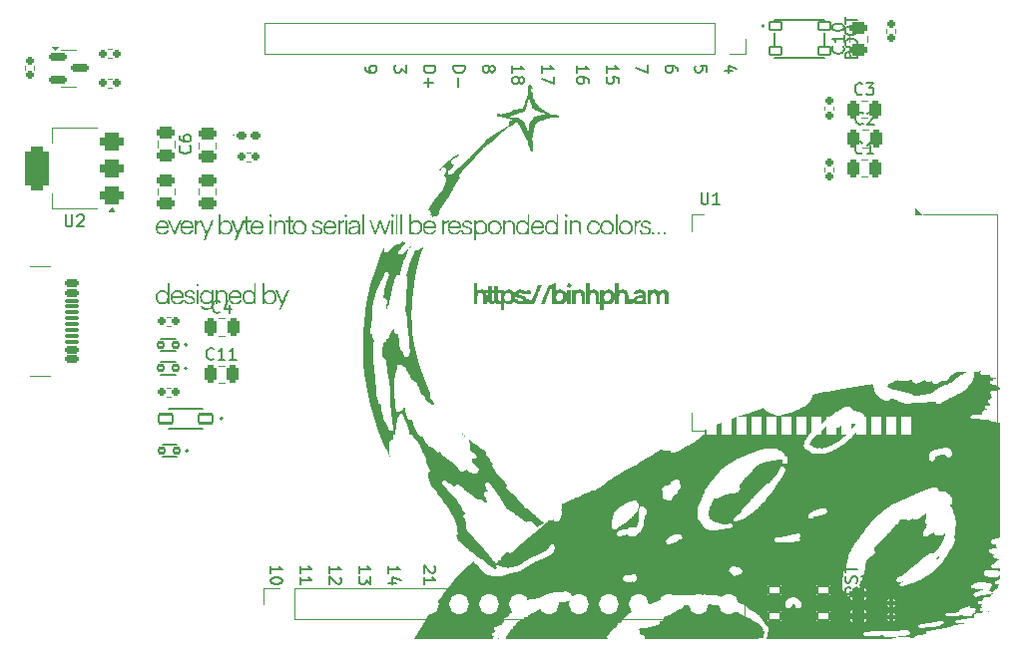
<source format=gbr>
%TF.GenerationSoftware,KiCad,Pcbnew,9.0.2*%
%TF.CreationDate,2025-09-05T17:13:16+02:00*%
%TF.ProjectId,LLM Business Card,4c4c4d20-4275-4736-996e-657373204361,rev?*%
%TF.SameCoordinates,Original*%
%TF.FileFunction,Legend,Top*%
%TF.FilePolarity,Positive*%
%FSLAX46Y46*%
G04 Gerber Fmt 4.6, Leading zero omitted, Abs format (unit mm)*
G04 Created by KiCad (PCBNEW 9.0.2) date 2025-09-05 17:13:16*
%MOMM*%
%LPD*%
G01*
G04 APERTURE LIST*
G04 Aperture macros list*
%AMRoundRect*
0 Rectangle with rounded corners*
0 $1 Rounding radius*
0 $2 $3 $4 $5 $6 $7 $8 $9 X,Y pos of 4 corners*
0 Add a 4 corners polygon primitive as box body*
4,1,4,$2,$3,$4,$5,$6,$7,$8,$9,$2,$3,0*
0 Add four circle primitives for the rounded corners*
1,1,$1+$1,$2,$3*
1,1,$1+$1,$4,$5*
1,1,$1+$1,$6,$7*
1,1,$1+$1,$8,$9*
0 Add four rect primitives between the rounded corners*
20,1,$1+$1,$2,$3,$4,$5,0*
20,1,$1+$1,$4,$5,$6,$7,0*
20,1,$1+$1,$6,$7,$8,$9,0*
20,1,$1+$1,$8,$9,$2,$3,0*%
G04 Aperture macros list end*
%ADD10C,0.150000*%
%ADD11C,0.100000*%
%ADD12C,0.120000*%
%ADD13C,0.127000*%
%ADD14C,0.200000*%
%ADD15C,0.000000*%
%ADD16RoundRect,0.160000X-0.222500X-0.160000X0.222500X-0.160000X0.222500X0.160000X-0.222500X0.160000X0*%
%ADD17RoundRect,0.160000X-0.197500X-0.160000X0.197500X-0.160000X0.197500X0.160000X-0.197500X0.160000X0*%
%ADD18RoundRect,0.250000X-0.475000X0.250000X-0.475000X-0.250000X0.475000X-0.250000X0.475000X0.250000X0*%
%ADD19C,0.650000*%
%ADD20RoundRect,0.150000X-0.425000X0.150000X-0.425000X-0.150000X0.425000X-0.150000X0.425000X0.150000X0*%
%ADD21RoundRect,0.075000X-0.500000X0.075000X-0.500000X-0.075000X0.500000X-0.075000X0.500000X0.075000X0*%
%ADD22O,2.100000X1.000000*%
%ADD23O,1.800000X1.000000*%
%ADD24RoundRect,0.160000X-0.160000X0.197500X-0.160000X-0.197500X0.160000X-0.197500X0.160000X0.197500X0*%
%ADD25RoundRect,0.250000X-0.250000X-0.475000X0.250000X-0.475000X0.250000X0.475000X-0.250000X0.475000X0*%
%ADD26RoundRect,0.160000X0.197500X0.160000X-0.197500X0.160000X-0.197500X-0.160000X0.197500X-0.160000X0*%
%ADD27R,1.700000X1.700000*%
%ADD28O,1.700000X1.700000*%
%ADD29RoundRect,0.102000X0.240000X0.200000X-0.240000X0.200000X-0.240000X-0.200000X0.240000X-0.200000X0*%
%ADD30R,0.900000X1.500000*%
%ADD31R,1.500000X0.900000*%
%ADD32C,0.600000*%
%ADD33R,3.900000X3.900000*%
%ADD34RoundRect,0.375000X0.625000X0.375000X-0.625000X0.375000X-0.625000X-0.375000X0.625000X-0.375000X0*%
%ADD35RoundRect,0.500000X0.500000X1.400000X-0.500000X1.400000X-0.500000X-1.400000X0.500000X-1.400000X0*%
%ADD36RoundRect,0.160000X0.160000X-0.197500X0.160000X0.197500X-0.160000X0.197500X-0.160000X-0.197500X0*%
%ADD37RoundRect,0.150000X-0.587500X-0.150000X0.587500X-0.150000X0.587500X0.150000X-0.587500X0.150000X0*%
%ADD38RoundRect,0.102000X0.605000X0.365000X-0.605000X0.365000X-0.605000X-0.365000X0.605000X-0.365000X0*%
%ADD39RoundRect,0.250000X0.475000X-0.250000X0.475000X0.250000X-0.475000X0.250000X-0.475000X-0.250000X0*%
%ADD40RoundRect,0.102000X-0.525000X-0.325000X0.525000X-0.325000X0.525000X0.325000X-0.525000X0.325000X0*%
G04 APERTURE END LIST*
D10*
X129130180Y-148360588D02*
X129130180Y-147789160D01*
X129130180Y-148074874D02*
X130130180Y-148074874D01*
X130130180Y-148074874D02*
X129987323Y-147979636D01*
X129987323Y-147979636D02*
X129892085Y-147884398D01*
X129892085Y-147884398D02*
X129844466Y-147789160D01*
X130034942Y-148741541D02*
X130082561Y-148789160D01*
X130082561Y-148789160D02*
X130130180Y-148884398D01*
X130130180Y-148884398D02*
X130130180Y-149122493D01*
X130130180Y-149122493D02*
X130082561Y-149217731D01*
X130082561Y-149217731D02*
X130034942Y-149265350D01*
X130034942Y-149265350D02*
X129939704Y-149312969D01*
X129939704Y-149312969D02*
X129844466Y-149312969D01*
X129844466Y-149312969D02*
X129701609Y-149265350D01*
X129701609Y-149265350D02*
X129130180Y-148693922D01*
X129130180Y-148693922D02*
X129130180Y-149312969D01*
X131630180Y-148360588D02*
X131630180Y-147789160D01*
X131630180Y-148074874D02*
X132630180Y-148074874D01*
X132630180Y-148074874D02*
X132487323Y-147979636D01*
X132487323Y-147979636D02*
X132392085Y-147884398D01*
X132392085Y-147884398D02*
X132344466Y-147789160D01*
X132630180Y-148693922D02*
X132630180Y-149312969D01*
X132630180Y-149312969D02*
X132249228Y-148979636D01*
X132249228Y-148979636D02*
X132249228Y-149122493D01*
X132249228Y-149122493D02*
X132201609Y-149217731D01*
X132201609Y-149217731D02*
X132153990Y-149265350D01*
X132153990Y-149265350D02*
X132058752Y-149312969D01*
X132058752Y-149312969D02*
X131820657Y-149312969D01*
X131820657Y-149312969D02*
X131725419Y-149265350D01*
X131725419Y-149265350D02*
X131677800Y-149217731D01*
X131677800Y-149217731D02*
X131630180Y-149122493D01*
X131630180Y-149122493D02*
X131630180Y-148836779D01*
X131630180Y-148836779D02*
X131677800Y-148741541D01*
X131677800Y-148741541D02*
X131725419Y-148693922D01*
X158630180Y-105765350D02*
X158630180Y-105574874D01*
X158630180Y-105574874D02*
X158582561Y-105479636D01*
X158582561Y-105479636D02*
X158534942Y-105432017D01*
X158534942Y-105432017D02*
X158392085Y-105336779D01*
X158392085Y-105336779D02*
X158201609Y-105289160D01*
X158201609Y-105289160D02*
X157820657Y-105289160D01*
X157820657Y-105289160D02*
X157725419Y-105336779D01*
X157725419Y-105336779D02*
X157677800Y-105384398D01*
X157677800Y-105384398D02*
X157630180Y-105479636D01*
X157630180Y-105479636D02*
X157630180Y-105670112D01*
X157630180Y-105670112D02*
X157677800Y-105765350D01*
X157677800Y-105765350D02*
X157725419Y-105812969D01*
X157725419Y-105812969D02*
X157820657Y-105860588D01*
X157820657Y-105860588D02*
X158058752Y-105860588D01*
X158058752Y-105860588D02*
X158153990Y-105812969D01*
X158153990Y-105812969D02*
X158201609Y-105765350D01*
X158201609Y-105765350D02*
X158249228Y-105670112D01*
X158249228Y-105670112D02*
X158249228Y-105479636D01*
X158249228Y-105479636D02*
X158201609Y-105384398D01*
X158201609Y-105384398D02*
X158153990Y-105336779D01*
X158153990Y-105336779D02*
X158058752Y-105289160D01*
X173869819Y-149591792D02*
X173393628Y-149925125D01*
X173869819Y-150163220D02*
X172869819Y-150163220D01*
X172869819Y-150163220D02*
X172869819Y-149782268D01*
X172869819Y-149782268D02*
X172917438Y-149687030D01*
X172917438Y-149687030D02*
X172965057Y-149639411D01*
X172965057Y-149639411D02*
X173060295Y-149591792D01*
X173060295Y-149591792D02*
X173203152Y-149591792D01*
X173203152Y-149591792D02*
X173298390Y-149639411D01*
X173298390Y-149639411D02*
X173346009Y-149687030D01*
X173346009Y-149687030D02*
X173393628Y-149782268D01*
X173393628Y-149782268D02*
X173393628Y-150163220D01*
X173822200Y-149210839D02*
X173869819Y-149067982D01*
X173869819Y-149067982D02*
X173869819Y-148829887D01*
X173869819Y-148829887D02*
X173822200Y-148734649D01*
X173822200Y-148734649D02*
X173774580Y-148687030D01*
X173774580Y-148687030D02*
X173679342Y-148639411D01*
X173679342Y-148639411D02*
X173584104Y-148639411D01*
X173584104Y-148639411D02*
X173488866Y-148687030D01*
X173488866Y-148687030D02*
X173441247Y-148734649D01*
X173441247Y-148734649D02*
X173393628Y-148829887D01*
X173393628Y-148829887D02*
X173346009Y-149020363D01*
X173346009Y-149020363D02*
X173298390Y-149115601D01*
X173298390Y-149115601D02*
X173250771Y-149163220D01*
X173250771Y-149163220D02*
X173155533Y-149210839D01*
X173155533Y-149210839D02*
X173060295Y-149210839D01*
X173060295Y-149210839D02*
X172965057Y-149163220D01*
X172965057Y-149163220D02*
X172917438Y-149115601D01*
X172917438Y-149115601D02*
X172869819Y-149020363D01*
X172869819Y-149020363D02*
X172869819Y-148782268D01*
X172869819Y-148782268D02*
X172917438Y-148639411D01*
X172869819Y-148353696D02*
X172869819Y-147782268D01*
X173869819Y-148067982D02*
X172869819Y-148067982D01*
X152630180Y-105860588D02*
X152630180Y-105289160D01*
X152630180Y-105574874D02*
X153630180Y-105574874D01*
X153630180Y-105574874D02*
X153487323Y-105479636D01*
X153487323Y-105479636D02*
X153392085Y-105384398D01*
X153392085Y-105384398D02*
X153344466Y-105289160D01*
X153630180Y-106765350D02*
X153630180Y-106289160D01*
X153630180Y-106289160D02*
X153153990Y-106241541D01*
X153153990Y-106241541D02*
X153201609Y-106289160D01*
X153201609Y-106289160D02*
X153249228Y-106384398D01*
X153249228Y-106384398D02*
X153249228Y-106622493D01*
X153249228Y-106622493D02*
X153201609Y-106717731D01*
X153201609Y-106717731D02*
X153153990Y-106765350D01*
X153153990Y-106765350D02*
X153058752Y-106812969D01*
X153058752Y-106812969D02*
X152820657Y-106812969D01*
X152820657Y-106812969D02*
X152725419Y-106765350D01*
X152725419Y-106765350D02*
X152677800Y-106717731D01*
X152677800Y-106717731D02*
X152630180Y-106622493D01*
X152630180Y-106622493D02*
X152630180Y-106384398D01*
X152630180Y-106384398D02*
X152677800Y-106289160D01*
X152677800Y-106289160D02*
X152725419Y-106241541D01*
X137130180Y-105336779D02*
X138130180Y-105336779D01*
X138130180Y-105336779D02*
X138130180Y-105574874D01*
X138130180Y-105574874D02*
X138082561Y-105717731D01*
X138082561Y-105717731D02*
X137987323Y-105812969D01*
X137987323Y-105812969D02*
X137892085Y-105860588D01*
X137892085Y-105860588D02*
X137701609Y-105908207D01*
X137701609Y-105908207D02*
X137558752Y-105908207D01*
X137558752Y-105908207D02*
X137368276Y-105860588D01*
X137368276Y-105860588D02*
X137273038Y-105812969D01*
X137273038Y-105812969D02*
X137177800Y-105717731D01*
X137177800Y-105717731D02*
X137130180Y-105574874D01*
X137130180Y-105574874D02*
X137130180Y-105336779D01*
X137511133Y-106336779D02*
X137511133Y-107098684D01*
X137130180Y-106717731D02*
X137892085Y-106717731D01*
X161130180Y-105812969D02*
X161130180Y-105336779D01*
X161130180Y-105336779D02*
X160653990Y-105289160D01*
X160653990Y-105289160D02*
X160701609Y-105336779D01*
X160701609Y-105336779D02*
X160749228Y-105432017D01*
X160749228Y-105432017D02*
X160749228Y-105670112D01*
X160749228Y-105670112D02*
X160701609Y-105765350D01*
X160701609Y-105765350D02*
X160653990Y-105812969D01*
X160653990Y-105812969D02*
X160558752Y-105860588D01*
X160558752Y-105860588D02*
X160320657Y-105860588D01*
X160320657Y-105860588D02*
X160225419Y-105812969D01*
X160225419Y-105812969D02*
X160177800Y-105765350D01*
X160177800Y-105765350D02*
X160130180Y-105670112D01*
X160130180Y-105670112D02*
X160130180Y-105432017D01*
X160130180Y-105432017D02*
X160177800Y-105336779D01*
X160177800Y-105336779D02*
X160225419Y-105289160D01*
X126630180Y-148360588D02*
X126630180Y-147789160D01*
X126630180Y-148074874D02*
X127630180Y-148074874D01*
X127630180Y-148074874D02*
X127487323Y-147979636D01*
X127487323Y-147979636D02*
X127392085Y-147884398D01*
X127392085Y-147884398D02*
X127344466Y-147789160D01*
X126630180Y-149312969D02*
X126630180Y-148741541D01*
X126630180Y-149027255D02*
X127630180Y-149027255D01*
X127630180Y-149027255D02*
X127487323Y-148932017D01*
X127487323Y-148932017D02*
X127392085Y-148836779D01*
X127392085Y-148836779D02*
X127344466Y-148741541D01*
X163296847Y-105765350D02*
X162630180Y-105765350D01*
X163677800Y-105527255D02*
X162963514Y-105289160D01*
X162963514Y-105289160D02*
X162963514Y-105908207D01*
X144630180Y-105860588D02*
X144630180Y-105289160D01*
X144630180Y-105574874D02*
X145630180Y-105574874D01*
X145630180Y-105574874D02*
X145487323Y-105479636D01*
X145487323Y-105479636D02*
X145392085Y-105384398D01*
X145392085Y-105384398D02*
X145344466Y-105289160D01*
X145201609Y-106432017D02*
X145249228Y-106336779D01*
X145249228Y-106336779D02*
X145296847Y-106289160D01*
X145296847Y-106289160D02*
X145392085Y-106241541D01*
X145392085Y-106241541D02*
X145439704Y-106241541D01*
X145439704Y-106241541D02*
X145534942Y-106289160D01*
X145534942Y-106289160D02*
X145582561Y-106336779D01*
X145582561Y-106336779D02*
X145630180Y-106432017D01*
X145630180Y-106432017D02*
X145630180Y-106622493D01*
X145630180Y-106622493D02*
X145582561Y-106717731D01*
X145582561Y-106717731D02*
X145534942Y-106765350D01*
X145534942Y-106765350D02*
X145439704Y-106812969D01*
X145439704Y-106812969D02*
X145392085Y-106812969D01*
X145392085Y-106812969D02*
X145296847Y-106765350D01*
X145296847Y-106765350D02*
X145249228Y-106717731D01*
X145249228Y-106717731D02*
X145201609Y-106622493D01*
X145201609Y-106622493D02*
X145201609Y-106432017D01*
X145201609Y-106432017D02*
X145153990Y-106336779D01*
X145153990Y-106336779D02*
X145106371Y-106289160D01*
X145106371Y-106289160D02*
X145011133Y-106241541D01*
X145011133Y-106241541D02*
X144820657Y-106241541D01*
X144820657Y-106241541D02*
X144725419Y-106289160D01*
X144725419Y-106289160D02*
X144677800Y-106336779D01*
X144677800Y-106336779D02*
X144630180Y-106432017D01*
X144630180Y-106432017D02*
X144630180Y-106622493D01*
X144630180Y-106622493D02*
X144677800Y-106717731D01*
X144677800Y-106717731D02*
X144725419Y-106765350D01*
X144725419Y-106765350D02*
X144820657Y-106812969D01*
X144820657Y-106812969D02*
X145011133Y-106812969D01*
X145011133Y-106812969D02*
X145106371Y-106765350D01*
X145106371Y-106765350D02*
X145153990Y-106717731D01*
X145153990Y-106717731D02*
X145201609Y-106622493D01*
X138034942Y-147789160D02*
X138082561Y-147836779D01*
X138082561Y-147836779D02*
X138130180Y-147932017D01*
X138130180Y-147932017D02*
X138130180Y-148170112D01*
X138130180Y-148170112D02*
X138082561Y-148265350D01*
X138082561Y-148265350D02*
X138034942Y-148312969D01*
X138034942Y-148312969D02*
X137939704Y-148360588D01*
X137939704Y-148360588D02*
X137844466Y-148360588D01*
X137844466Y-148360588D02*
X137701609Y-148312969D01*
X137701609Y-148312969D02*
X137130180Y-147741541D01*
X137130180Y-147741541D02*
X137130180Y-148360588D01*
X137130180Y-149312969D02*
X137130180Y-148741541D01*
X137130180Y-149027255D02*
X138130180Y-149027255D01*
X138130180Y-149027255D02*
X137987323Y-148932017D01*
X137987323Y-148932017D02*
X137892085Y-148836779D01*
X137892085Y-148836779D02*
X137844466Y-148741541D01*
X147130180Y-105860588D02*
X147130180Y-105289160D01*
X147130180Y-105574874D02*
X148130180Y-105574874D01*
X148130180Y-105574874D02*
X147987323Y-105479636D01*
X147987323Y-105479636D02*
X147892085Y-105384398D01*
X147892085Y-105384398D02*
X147844466Y-105289160D01*
X148130180Y-106193922D02*
X148130180Y-106860588D01*
X148130180Y-106860588D02*
X147130180Y-106432017D01*
X150130180Y-105860588D02*
X150130180Y-105289160D01*
X150130180Y-105574874D02*
X151130180Y-105574874D01*
X151130180Y-105574874D02*
X150987323Y-105479636D01*
X150987323Y-105479636D02*
X150892085Y-105384398D01*
X150892085Y-105384398D02*
X150844466Y-105289160D01*
X151130180Y-106717731D02*
X151130180Y-106527255D01*
X151130180Y-106527255D02*
X151082561Y-106432017D01*
X151082561Y-106432017D02*
X151034942Y-106384398D01*
X151034942Y-106384398D02*
X150892085Y-106289160D01*
X150892085Y-106289160D02*
X150701609Y-106241541D01*
X150701609Y-106241541D02*
X150320657Y-106241541D01*
X150320657Y-106241541D02*
X150225419Y-106289160D01*
X150225419Y-106289160D02*
X150177800Y-106336779D01*
X150177800Y-106336779D02*
X150130180Y-106432017D01*
X150130180Y-106432017D02*
X150130180Y-106622493D01*
X150130180Y-106622493D02*
X150177800Y-106717731D01*
X150177800Y-106717731D02*
X150225419Y-106765350D01*
X150225419Y-106765350D02*
X150320657Y-106812969D01*
X150320657Y-106812969D02*
X150558752Y-106812969D01*
X150558752Y-106812969D02*
X150653990Y-106765350D01*
X150653990Y-106765350D02*
X150701609Y-106717731D01*
X150701609Y-106717731D02*
X150749228Y-106622493D01*
X150749228Y-106622493D02*
X150749228Y-106432017D01*
X150749228Y-106432017D02*
X150701609Y-106336779D01*
X150701609Y-106336779D02*
X150653990Y-106289160D01*
X150653990Y-106289160D02*
X150558752Y-106241541D01*
X132130180Y-105384398D02*
X132130180Y-105574874D01*
X132130180Y-105574874D02*
X132177800Y-105670112D01*
X132177800Y-105670112D02*
X132225419Y-105717731D01*
X132225419Y-105717731D02*
X132368276Y-105812969D01*
X132368276Y-105812969D02*
X132558752Y-105860588D01*
X132558752Y-105860588D02*
X132939704Y-105860588D01*
X132939704Y-105860588D02*
X133034942Y-105812969D01*
X133034942Y-105812969D02*
X133082561Y-105765350D01*
X133082561Y-105765350D02*
X133130180Y-105670112D01*
X133130180Y-105670112D02*
X133130180Y-105479636D01*
X133130180Y-105479636D02*
X133082561Y-105384398D01*
X133082561Y-105384398D02*
X133034942Y-105336779D01*
X133034942Y-105336779D02*
X132939704Y-105289160D01*
X132939704Y-105289160D02*
X132701609Y-105289160D01*
X132701609Y-105289160D02*
X132606371Y-105336779D01*
X132606371Y-105336779D02*
X132558752Y-105384398D01*
X132558752Y-105384398D02*
X132511133Y-105479636D01*
X132511133Y-105479636D02*
X132511133Y-105670112D01*
X132511133Y-105670112D02*
X132558752Y-105765350D01*
X132558752Y-105765350D02*
X132606371Y-105812969D01*
X132606371Y-105812969D02*
X132701609Y-105860588D01*
X156130180Y-105241541D02*
X156130180Y-105908207D01*
X156130180Y-105908207D02*
X155130180Y-105479636D01*
X139630180Y-105336779D02*
X140630180Y-105336779D01*
X140630180Y-105336779D02*
X140630180Y-105574874D01*
X140630180Y-105574874D02*
X140582561Y-105717731D01*
X140582561Y-105717731D02*
X140487323Y-105812969D01*
X140487323Y-105812969D02*
X140392085Y-105860588D01*
X140392085Y-105860588D02*
X140201609Y-105908207D01*
X140201609Y-105908207D02*
X140058752Y-105908207D01*
X140058752Y-105908207D02*
X139868276Y-105860588D01*
X139868276Y-105860588D02*
X139773038Y-105812969D01*
X139773038Y-105812969D02*
X139677800Y-105717731D01*
X139677800Y-105717731D02*
X139630180Y-105574874D01*
X139630180Y-105574874D02*
X139630180Y-105336779D01*
X140011133Y-106336779D02*
X140011133Y-107098684D01*
X135630180Y-105241541D02*
X135630180Y-105860588D01*
X135630180Y-105860588D02*
X135249228Y-105527255D01*
X135249228Y-105527255D02*
X135249228Y-105670112D01*
X135249228Y-105670112D02*
X135201609Y-105765350D01*
X135201609Y-105765350D02*
X135153990Y-105812969D01*
X135153990Y-105812969D02*
X135058752Y-105860588D01*
X135058752Y-105860588D02*
X134820657Y-105860588D01*
X134820657Y-105860588D02*
X134725419Y-105812969D01*
X134725419Y-105812969D02*
X134677800Y-105765350D01*
X134677800Y-105765350D02*
X134630180Y-105670112D01*
X134630180Y-105670112D02*
X134630180Y-105384398D01*
X134630180Y-105384398D02*
X134677800Y-105289160D01*
X134677800Y-105289160D02*
X134725419Y-105241541D01*
X142701609Y-105479636D02*
X142749228Y-105384398D01*
X142749228Y-105384398D02*
X142796847Y-105336779D01*
X142796847Y-105336779D02*
X142892085Y-105289160D01*
X142892085Y-105289160D02*
X142939704Y-105289160D01*
X142939704Y-105289160D02*
X143034942Y-105336779D01*
X143034942Y-105336779D02*
X143082561Y-105384398D01*
X143082561Y-105384398D02*
X143130180Y-105479636D01*
X143130180Y-105479636D02*
X143130180Y-105670112D01*
X143130180Y-105670112D02*
X143082561Y-105765350D01*
X143082561Y-105765350D02*
X143034942Y-105812969D01*
X143034942Y-105812969D02*
X142939704Y-105860588D01*
X142939704Y-105860588D02*
X142892085Y-105860588D01*
X142892085Y-105860588D02*
X142796847Y-105812969D01*
X142796847Y-105812969D02*
X142749228Y-105765350D01*
X142749228Y-105765350D02*
X142701609Y-105670112D01*
X142701609Y-105670112D02*
X142701609Y-105479636D01*
X142701609Y-105479636D02*
X142653990Y-105384398D01*
X142653990Y-105384398D02*
X142606371Y-105336779D01*
X142606371Y-105336779D02*
X142511133Y-105289160D01*
X142511133Y-105289160D02*
X142320657Y-105289160D01*
X142320657Y-105289160D02*
X142225419Y-105336779D01*
X142225419Y-105336779D02*
X142177800Y-105384398D01*
X142177800Y-105384398D02*
X142130180Y-105479636D01*
X142130180Y-105479636D02*
X142130180Y-105670112D01*
X142130180Y-105670112D02*
X142177800Y-105765350D01*
X142177800Y-105765350D02*
X142225419Y-105812969D01*
X142225419Y-105812969D02*
X142320657Y-105860588D01*
X142320657Y-105860588D02*
X142511133Y-105860588D01*
X142511133Y-105860588D02*
X142606371Y-105812969D01*
X142606371Y-105812969D02*
X142653990Y-105765350D01*
X142653990Y-105765350D02*
X142701609Y-105670112D01*
X124130180Y-148360588D02*
X124130180Y-147789160D01*
X124130180Y-148074874D02*
X125130180Y-148074874D01*
X125130180Y-148074874D02*
X124987323Y-147979636D01*
X124987323Y-147979636D02*
X124892085Y-147884398D01*
X124892085Y-147884398D02*
X124844466Y-147789160D01*
X125130180Y-148979636D02*
X125130180Y-149074874D01*
X125130180Y-149074874D02*
X125082561Y-149170112D01*
X125082561Y-149170112D02*
X125034942Y-149217731D01*
X125034942Y-149217731D02*
X124939704Y-149265350D01*
X124939704Y-149265350D02*
X124749228Y-149312969D01*
X124749228Y-149312969D02*
X124511133Y-149312969D01*
X124511133Y-149312969D02*
X124320657Y-149265350D01*
X124320657Y-149265350D02*
X124225419Y-149217731D01*
X124225419Y-149217731D02*
X124177800Y-149170112D01*
X124177800Y-149170112D02*
X124130180Y-149074874D01*
X124130180Y-149074874D02*
X124130180Y-148979636D01*
X124130180Y-148979636D02*
X124177800Y-148884398D01*
X124177800Y-148884398D02*
X124225419Y-148836779D01*
X124225419Y-148836779D02*
X124320657Y-148789160D01*
X124320657Y-148789160D02*
X124511133Y-148741541D01*
X124511133Y-148741541D02*
X124749228Y-148741541D01*
X124749228Y-148741541D02*
X124939704Y-148789160D01*
X124939704Y-148789160D02*
X125034942Y-148836779D01*
X125034942Y-148836779D02*
X125082561Y-148884398D01*
X125082561Y-148884398D02*
X125130180Y-148979636D01*
X134130180Y-148360588D02*
X134130180Y-147789160D01*
X134130180Y-148074874D02*
X135130180Y-148074874D01*
X135130180Y-148074874D02*
X134987323Y-147979636D01*
X134987323Y-147979636D02*
X134892085Y-147884398D01*
X134892085Y-147884398D02*
X134844466Y-147789160D01*
X134796847Y-149217731D02*
X134130180Y-149217731D01*
X135177800Y-148979636D02*
X134463514Y-148741541D01*
X134463514Y-148741541D02*
X134463514Y-149360588D01*
X173346009Y-104329887D02*
X173393628Y-104187030D01*
X173393628Y-104187030D02*
X173441247Y-104139411D01*
X173441247Y-104139411D02*
X173536485Y-104091792D01*
X173536485Y-104091792D02*
X173679342Y-104091792D01*
X173679342Y-104091792D02*
X173774580Y-104139411D01*
X173774580Y-104139411D02*
X173822200Y-104187030D01*
X173822200Y-104187030D02*
X173869819Y-104282268D01*
X173869819Y-104282268D02*
X173869819Y-104663220D01*
X173869819Y-104663220D02*
X172869819Y-104663220D01*
X172869819Y-104663220D02*
X172869819Y-104329887D01*
X172869819Y-104329887D02*
X172917438Y-104234649D01*
X172917438Y-104234649D02*
X172965057Y-104187030D01*
X172965057Y-104187030D02*
X173060295Y-104139411D01*
X173060295Y-104139411D02*
X173155533Y-104139411D01*
X173155533Y-104139411D02*
X173250771Y-104187030D01*
X173250771Y-104187030D02*
X173298390Y-104234649D01*
X173298390Y-104234649D02*
X173346009Y-104329887D01*
X173346009Y-104329887D02*
X173346009Y-104663220D01*
X172869819Y-103472744D02*
X172869819Y-103282268D01*
X172869819Y-103282268D02*
X172917438Y-103187030D01*
X172917438Y-103187030D02*
X173012676Y-103091792D01*
X173012676Y-103091792D02*
X173203152Y-103044173D01*
X173203152Y-103044173D02*
X173536485Y-103044173D01*
X173536485Y-103044173D02*
X173726961Y-103091792D01*
X173726961Y-103091792D02*
X173822200Y-103187030D01*
X173822200Y-103187030D02*
X173869819Y-103282268D01*
X173869819Y-103282268D02*
X173869819Y-103472744D01*
X173869819Y-103472744D02*
X173822200Y-103567982D01*
X173822200Y-103567982D02*
X173726961Y-103663220D01*
X173726961Y-103663220D02*
X173536485Y-103710839D01*
X173536485Y-103710839D02*
X173203152Y-103710839D01*
X173203152Y-103710839D02*
X173012676Y-103663220D01*
X173012676Y-103663220D02*
X172917438Y-103567982D01*
X172917438Y-103567982D02*
X172869819Y-103472744D01*
X172869819Y-102425125D02*
X172869819Y-102234649D01*
X172869819Y-102234649D02*
X172917438Y-102139411D01*
X172917438Y-102139411D02*
X173012676Y-102044173D01*
X173012676Y-102044173D02*
X173203152Y-101996554D01*
X173203152Y-101996554D02*
X173536485Y-101996554D01*
X173536485Y-101996554D02*
X173726961Y-102044173D01*
X173726961Y-102044173D02*
X173822200Y-102139411D01*
X173822200Y-102139411D02*
X173869819Y-102234649D01*
X173869819Y-102234649D02*
X173869819Y-102425125D01*
X173869819Y-102425125D02*
X173822200Y-102520363D01*
X173822200Y-102520363D02*
X173726961Y-102615601D01*
X173726961Y-102615601D02*
X173536485Y-102663220D01*
X173536485Y-102663220D02*
X173203152Y-102663220D01*
X173203152Y-102663220D02*
X173012676Y-102615601D01*
X173012676Y-102615601D02*
X172917438Y-102520363D01*
X172917438Y-102520363D02*
X172869819Y-102425125D01*
X172869819Y-101710839D02*
X172869819Y-101139411D01*
X173869819Y-101425125D02*
X172869819Y-101425125D01*
X119307142Y-130179580D02*
X119259523Y-130227200D01*
X119259523Y-130227200D02*
X119116666Y-130274819D01*
X119116666Y-130274819D02*
X119021428Y-130274819D01*
X119021428Y-130274819D02*
X118878571Y-130227200D01*
X118878571Y-130227200D02*
X118783333Y-130131961D01*
X118783333Y-130131961D02*
X118735714Y-130036723D01*
X118735714Y-130036723D02*
X118688095Y-129846247D01*
X118688095Y-129846247D02*
X118688095Y-129703390D01*
X118688095Y-129703390D02*
X118735714Y-129512914D01*
X118735714Y-129512914D02*
X118783333Y-129417676D01*
X118783333Y-129417676D02*
X118878571Y-129322438D01*
X118878571Y-129322438D02*
X119021428Y-129274819D01*
X119021428Y-129274819D02*
X119116666Y-129274819D01*
X119116666Y-129274819D02*
X119259523Y-129322438D01*
X119259523Y-129322438D02*
X119307142Y-129370057D01*
X120259523Y-130274819D02*
X119688095Y-130274819D01*
X119973809Y-130274819D02*
X119973809Y-129274819D01*
X119973809Y-129274819D02*
X119878571Y-129417676D01*
X119878571Y-129417676D02*
X119783333Y-129512914D01*
X119783333Y-129512914D02*
X119688095Y-129560533D01*
X121211904Y-130274819D02*
X120640476Y-130274819D01*
X120926190Y-130274819D02*
X120926190Y-129274819D01*
X120926190Y-129274819D02*
X120830952Y-129417676D01*
X120830952Y-129417676D02*
X120735714Y-129512914D01*
X120735714Y-129512914D02*
X120640476Y-129560533D01*
X117289580Y-112116666D02*
X117337200Y-112164285D01*
X117337200Y-112164285D02*
X117384819Y-112307142D01*
X117384819Y-112307142D02*
X117384819Y-112402380D01*
X117384819Y-112402380D02*
X117337200Y-112545237D01*
X117337200Y-112545237D02*
X117241961Y-112640475D01*
X117241961Y-112640475D02*
X117146723Y-112688094D01*
X117146723Y-112688094D02*
X116956247Y-112735713D01*
X116956247Y-112735713D02*
X116813390Y-112735713D01*
X116813390Y-112735713D02*
X116622914Y-112688094D01*
X116622914Y-112688094D02*
X116527676Y-112640475D01*
X116527676Y-112640475D02*
X116432438Y-112545237D01*
X116432438Y-112545237D02*
X116384819Y-112402380D01*
X116384819Y-112402380D02*
X116384819Y-112307142D01*
X116384819Y-112307142D02*
X116432438Y-112164285D01*
X116432438Y-112164285D02*
X116480057Y-112116666D01*
X116384819Y-111259523D02*
X116384819Y-111449999D01*
X116384819Y-111449999D02*
X116432438Y-111545237D01*
X116432438Y-111545237D02*
X116480057Y-111592856D01*
X116480057Y-111592856D02*
X116622914Y-111688094D01*
X116622914Y-111688094D02*
X116813390Y-111735713D01*
X116813390Y-111735713D02*
X117194342Y-111735713D01*
X117194342Y-111735713D02*
X117289580Y-111688094D01*
X117289580Y-111688094D02*
X117337200Y-111640475D01*
X117337200Y-111640475D02*
X117384819Y-111545237D01*
X117384819Y-111545237D02*
X117384819Y-111354761D01*
X117384819Y-111354761D02*
X117337200Y-111259523D01*
X117337200Y-111259523D02*
X117289580Y-111211904D01*
X117289580Y-111211904D02*
X117194342Y-111164285D01*
X117194342Y-111164285D02*
X116956247Y-111164285D01*
X116956247Y-111164285D02*
X116861009Y-111211904D01*
X116861009Y-111211904D02*
X116813390Y-111259523D01*
X116813390Y-111259523D02*
X116765771Y-111354761D01*
X116765771Y-111354761D02*
X116765771Y-111545237D01*
X116765771Y-111545237D02*
X116813390Y-111640475D01*
X116813390Y-111640475D02*
X116861009Y-111688094D01*
X116861009Y-111688094D02*
X116956247Y-111735713D01*
X160658095Y-116054819D02*
X160658095Y-116864342D01*
X160658095Y-116864342D02*
X160705714Y-116959580D01*
X160705714Y-116959580D02*
X160753333Y-117007200D01*
X160753333Y-117007200D02*
X160848571Y-117054819D01*
X160848571Y-117054819D02*
X161039047Y-117054819D01*
X161039047Y-117054819D02*
X161134285Y-117007200D01*
X161134285Y-117007200D02*
X161181904Y-116959580D01*
X161181904Y-116959580D02*
X161229523Y-116864342D01*
X161229523Y-116864342D02*
X161229523Y-116054819D01*
X162229523Y-117054819D02*
X161658095Y-117054819D01*
X161943809Y-117054819D02*
X161943809Y-116054819D01*
X161943809Y-116054819D02*
X161848571Y-116197676D01*
X161848571Y-116197676D02*
X161753333Y-116292914D01*
X161753333Y-116292914D02*
X161658095Y-116340533D01*
X119833333Y-126179580D02*
X119785714Y-126227200D01*
X119785714Y-126227200D02*
X119642857Y-126274819D01*
X119642857Y-126274819D02*
X119547619Y-126274819D01*
X119547619Y-126274819D02*
X119404762Y-126227200D01*
X119404762Y-126227200D02*
X119309524Y-126131961D01*
X119309524Y-126131961D02*
X119261905Y-126036723D01*
X119261905Y-126036723D02*
X119214286Y-125846247D01*
X119214286Y-125846247D02*
X119214286Y-125703390D01*
X119214286Y-125703390D02*
X119261905Y-125512914D01*
X119261905Y-125512914D02*
X119309524Y-125417676D01*
X119309524Y-125417676D02*
X119404762Y-125322438D01*
X119404762Y-125322438D02*
X119547619Y-125274819D01*
X119547619Y-125274819D02*
X119642857Y-125274819D01*
X119642857Y-125274819D02*
X119785714Y-125322438D01*
X119785714Y-125322438D02*
X119833333Y-125370057D01*
X120690476Y-125608152D02*
X120690476Y-126274819D01*
X120452381Y-125227200D02*
X120214286Y-125941485D01*
X120214286Y-125941485D02*
X120833333Y-125941485D01*
X174383333Y-110179580D02*
X174335714Y-110227200D01*
X174335714Y-110227200D02*
X174192857Y-110274819D01*
X174192857Y-110274819D02*
X174097619Y-110274819D01*
X174097619Y-110274819D02*
X173954762Y-110227200D01*
X173954762Y-110227200D02*
X173859524Y-110131961D01*
X173859524Y-110131961D02*
X173811905Y-110036723D01*
X173811905Y-110036723D02*
X173764286Y-109846247D01*
X173764286Y-109846247D02*
X173764286Y-109703390D01*
X173764286Y-109703390D02*
X173811905Y-109512914D01*
X173811905Y-109512914D02*
X173859524Y-109417676D01*
X173859524Y-109417676D02*
X173954762Y-109322438D01*
X173954762Y-109322438D02*
X174097619Y-109274819D01*
X174097619Y-109274819D02*
X174192857Y-109274819D01*
X174192857Y-109274819D02*
X174335714Y-109322438D01*
X174335714Y-109322438D02*
X174383333Y-109370057D01*
X174764286Y-109370057D02*
X174811905Y-109322438D01*
X174811905Y-109322438D02*
X174907143Y-109274819D01*
X174907143Y-109274819D02*
X175145238Y-109274819D01*
X175145238Y-109274819D02*
X175240476Y-109322438D01*
X175240476Y-109322438D02*
X175288095Y-109370057D01*
X175288095Y-109370057D02*
X175335714Y-109465295D01*
X175335714Y-109465295D02*
X175335714Y-109560533D01*
X175335714Y-109560533D02*
X175288095Y-109703390D01*
X175288095Y-109703390D02*
X174716667Y-110274819D01*
X174716667Y-110274819D02*
X175335714Y-110274819D01*
X106738095Y-117954819D02*
X106738095Y-118764342D01*
X106738095Y-118764342D02*
X106785714Y-118859580D01*
X106785714Y-118859580D02*
X106833333Y-118907200D01*
X106833333Y-118907200D02*
X106928571Y-118954819D01*
X106928571Y-118954819D02*
X107119047Y-118954819D01*
X107119047Y-118954819D02*
X107214285Y-118907200D01*
X107214285Y-118907200D02*
X107261904Y-118859580D01*
X107261904Y-118859580D02*
X107309523Y-118764342D01*
X107309523Y-118764342D02*
X107309523Y-117954819D01*
X107738095Y-118050057D02*
X107785714Y-118002438D01*
X107785714Y-118002438D02*
X107880952Y-117954819D01*
X107880952Y-117954819D02*
X108119047Y-117954819D01*
X108119047Y-117954819D02*
X108214285Y-118002438D01*
X108214285Y-118002438D02*
X108261904Y-118050057D01*
X108261904Y-118050057D02*
X108309523Y-118145295D01*
X108309523Y-118145295D02*
X108309523Y-118240533D01*
X108309523Y-118240533D02*
X108261904Y-118383390D01*
X108261904Y-118383390D02*
X107690476Y-118954819D01*
X107690476Y-118954819D02*
X108309523Y-118954819D01*
X174333333Y-112679580D02*
X174285714Y-112727200D01*
X174285714Y-112727200D02*
X174142857Y-112774819D01*
X174142857Y-112774819D02*
X174047619Y-112774819D01*
X174047619Y-112774819D02*
X173904762Y-112727200D01*
X173904762Y-112727200D02*
X173809524Y-112631961D01*
X173809524Y-112631961D02*
X173761905Y-112536723D01*
X173761905Y-112536723D02*
X173714286Y-112346247D01*
X173714286Y-112346247D02*
X173714286Y-112203390D01*
X173714286Y-112203390D02*
X173761905Y-112012914D01*
X173761905Y-112012914D02*
X173809524Y-111917676D01*
X173809524Y-111917676D02*
X173904762Y-111822438D01*
X173904762Y-111822438D02*
X174047619Y-111774819D01*
X174047619Y-111774819D02*
X174142857Y-111774819D01*
X174142857Y-111774819D02*
X174285714Y-111822438D01*
X174285714Y-111822438D02*
X174333333Y-111870057D01*
X175285714Y-112774819D02*
X174714286Y-112774819D01*
X175000000Y-112774819D02*
X175000000Y-111774819D01*
X175000000Y-111774819D02*
X174904762Y-111917676D01*
X174904762Y-111917676D02*
X174809524Y-112012914D01*
X174809524Y-112012914D02*
X174714286Y-112060533D01*
X174333333Y-107679580D02*
X174285714Y-107727200D01*
X174285714Y-107727200D02*
X174142857Y-107774819D01*
X174142857Y-107774819D02*
X174047619Y-107774819D01*
X174047619Y-107774819D02*
X173904762Y-107727200D01*
X173904762Y-107727200D02*
X173809524Y-107631961D01*
X173809524Y-107631961D02*
X173761905Y-107536723D01*
X173761905Y-107536723D02*
X173714286Y-107346247D01*
X173714286Y-107346247D02*
X173714286Y-107203390D01*
X173714286Y-107203390D02*
X173761905Y-107012914D01*
X173761905Y-107012914D02*
X173809524Y-106917676D01*
X173809524Y-106917676D02*
X173904762Y-106822438D01*
X173904762Y-106822438D02*
X174047619Y-106774819D01*
X174047619Y-106774819D02*
X174142857Y-106774819D01*
X174142857Y-106774819D02*
X174285714Y-106822438D01*
X174285714Y-106822438D02*
X174333333Y-106870057D01*
X174666667Y-106774819D02*
X175285714Y-106774819D01*
X175285714Y-106774819D02*
X174952381Y-107155771D01*
X174952381Y-107155771D02*
X175095238Y-107155771D01*
X175095238Y-107155771D02*
X175190476Y-107203390D01*
X175190476Y-107203390D02*
X175238095Y-107251009D01*
X175238095Y-107251009D02*
X175285714Y-107346247D01*
X175285714Y-107346247D02*
X175285714Y-107584342D01*
X175285714Y-107584342D02*
X175238095Y-107679580D01*
X175238095Y-107679580D02*
X175190476Y-107727200D01*
X175190476Y-107727200D02*
X175095238Y-107774819D01*
X175095238Y-107774819D02*
X174809524Y-107774819D01*
X174809524Y-107774819D02*
X174714286Y-107727200D01*
X174714286Y-107727200D02*
X174666667Y-107679580D01*
X172679580Y-151279166D02*
X172727200Y-151326785D01*
X172727200Y-151326785D02*
X172774819Y-151469642D01*
X172774819Y-151469642D02*
X172774819Y-151564880D01*
X172774819Y-151564880D02*
X172727200Y-151707737D01*
X172727200Y-151707737D02*
X172631961Y-151802975D01*
X172631961Y-151802975D02*
X172536723Y-151850594D01*
X172536723Y-151850594D02*
X172346247Y-151898213D01*
X172346247Y-151898213D02*
X172203390Y-151898213D01*
X172203390Y-151898213D02*
X172012914Y-151850594D01*
X172012914Y-151850594D02*
X171917676Y-151802975D01*
X171917676Y-151802975D02*
X171822438Y-151707737D01*
X171822438Y-151707737D02*
X171774819Y-151564880D01*
X171774819Y-151564880D02*
X171774819Y-151469642D01*
X171774819Y-151469642D02*
X171822438Y-151326785D01*
X171822438Y-151326785D02*
X171870057Y-151279166D01*
X172774819Y-150802975D02*
X172774819Y-150612499D01*
X172774819Y-150612499D02*
X172727200Y-150517261D01*
X172727200Y-150517261D02*
X172679580Y-150469642D01*
X172679580Y-150469642D02*
X172536723Y-150374404D01*
X172536723Y-150374404D02*
X172346247Y-150326785D01*
X172346247Y-150326785D02*
X171965295Y-150326785D01*
X171965295Y-150326785D02*
X171870057Y-150374404D01*
X171870057Y-150374404D02*
X171822438Y-150422023D01*
X171822438Y-150422023D02*
X171774819Y-150517261D01*
X171774819Y-150517261D02*
X171774819Y-150707737D01*
X171774819Y-150707737D02*
X171822438Y-150802975D01*
X171822438Y-150802975D02*
X171870057Y-150850594D01*
X171870057Y-150850594D02*
X171965295Y-150898213D01*
X171965295Y-150898213D02*
X172203390Y-150898213D01*
X172203390Y-150898213D02*
X172298628Y-150850594D01*
X172298628Y-150850594D02*
X172346247Y-150802975D01*
X172346247Y-150802975D02*
X172393866Y-150707737D01*
X172393866Y-150707737D02*
X172393866Y-150517261D01*
X172393866Y-150517261D02*
X172346247Y-150422023D01*
X172346247Y-150422023D02*
X172298628Y-150374404D01*
X172298628Y-150374404D02*
X172203390Y-150326785D01*
X172679580Y-103642857D02*
X172727200Y-103690476D01*
X172727200Y-103690476D02*
X172774819Y-103833333D01*
X172774819Y-103833333D02*
X172774819Y-103928571D01*
X172774819Y-103928571D02*
X172727200Y-104071428D01*
X172727200Y-104071428D02*
X172631961Y-104166666D01*
X172631961Y-104166666D02*
X172536723Y-104214285D01*
X172536723Y-104214285D02*
X172346247Y-104261904D01*
X172346247Y-104261904D02*
X172203390Y-104261904D01*
X172203390Y-104261904D02*
X172012914Y-104214285D01*
X172012914Y-104214285D02*
X171917676Y-104166666D01*
X171917676Y-104166666D02*
X171822438Y-104071428D01*
X171822438Y-104071428D02*
X171774819Y-103928571D01*
X171774819Y-103928571D02*
X171774819Y-103833333D01*
X171774819Y-103833333D02*
X171822438Y-103690476D01*
X171822438Y-103690476D02*
X171870057Y-103642857D01*
X172774819Y-102690476D02*
X172774819Y-103261904D01*
X172774819Y-102976190D02*
X171774819Y-102976190D01*
X171774819Y-102976190D02*
X171917676Y-103071428D01*
X171917676Y-103071428D02*
X172012914Y-103166666D01*
X172012914Y-103166666D02*
X172060533Y-103261904D01*
X171774819Y-102071428D02*
X171774819Y-101976190D01*
X171774819Y-101976190D02*
X171822438Y-101880952D01*
X171822438Y-101880952D02*
X171870057Y-101833333D01*
X171870057Y-101833333D02*
X171965295Y-101785714D01*
X171965295Y-101785714D02*
X172155771Y-101738095D01*
X172155771Y-101738095D02*
X172393866Y-101738095D01*
X172393866Y-101738095D02*
X172584342Y-101785714D01*
X172584342Y-101785714D02*
X172679580Y-101833333D01*
X172679580Y-101833333D02*
X172727200Y-101880952D01*
X172727200Y-101880952D02*
X172774819Y-101976190D01*
X172774819Y-101976190D02*
X172774819Y-102071428D01*
X172774819Y-102071428D02*
X172727200Y-102166666D01*
X172727200Y-102166666D02*
X172679580Y-102214285D01*
X172679580Y-102214285D02*
X172584342Y-102261904D01*
X172584342Y-102261904D02*
X172393866Y-102309523D01*
X172393866Y-102309523D02*
X172155771Y-102309523D01*
X172155771Y-102309523D02*
X171965295Y-102261904D01*
X171965295Y-102261904D02*
X171870057Y-102214285D01*
X171870057Y-102214285D02*
X171822438Y-102166666D01*
X171822438Y-102166666D02*
X171774819Y-102071428D01*
D11*
%TO.C,D5*%
X121060000Y-111190000D02*
G75*
G02*
X120960000Y-111190000I-50000J0D01*
G01*
X120960000Y-111190000D02*
G75*
G02*
X121060000Y-111190000I50000J0D01*
G01*
D12*
%TO.C,R5*%
X122082379Y-112670000D02*
X122417621Y-112670000D01*
X122082379Y-113430000D02*
X122417621Y-113430000D01*
%TO.C,R8*%
X110332379Y-106370000D02*
X110667621Y-106370000D01*
X110332379Y-107130000D02*
X110667621Y-107130000D01*
%TO.C,R3*%
X115282379Y-126620000D02*
X115617621Y-126620000D01*
X115282379Y-127380000D02*
X115617621Y-127380000D01*
%TO.C,C8*%
X118015000Y-115738748D02*
X118015000Y-116261252D01*
X119485000Y-115738748D02*
X119485000Y-116261252D01*
%TO.C,J1*%
X103675000Y-122330000D02*
X105375000Y-122330000D01*
X103675000Y-131670000D02*
X105375000Y-131670000D01*
%TO.C,R2*%
X171120000Y-108734879D02*
X171120000Y-109070121D01*
X171880000Y-108734879D02*
X171880000Y-109070121D01*
%TO.C,C11*%
X119688748Y-130765000D02*
X120211252Y-130765000D01*
X119688748Y-132235000D02*
X120211252Y-132235000D01*
%TO.C,R14*%
X110667621Y-103870000D02*
X110332379Y-103870000D01*
X110667621Y-104630000D02*
X110332379Y-104630000D01*
%TO.C,C6*%
X114515000Y-111688748D02*
X114515000Y-112211252D01*
X115985000Y-111688748D02*
X115985000Y-112211252D01*
%TO.C,J2*%
X123650000Y-101670000D02*
X123650000Y-104330000D01*
X161810000Y-101670000D02*
X123650000Y-101670000D01*
X161810000Y-101670000D02*
X161810000Y-104330000D01*
X161810000Y-104330000D02*
X123650000Y-104330000D01*
X164410000Y-103000000D02*
X164410000Y-104330000D01*
X164410000Y-104330000D02*
X163080000Y-104330000D01*
D13*
%TO.C,D4*%
X114850000Y-130480000D02*
X116050000Y-130480000D01*
X116050000Y-131520000D02*
X114850000Y-131520000D01*
D14*
X117050000Y-131000000D02*
G75*
G02*
X116850000Y-131000000I-100000J0D01*
G01*
X116850000Y-131000000D02*
G75*
G02*
X117050000Y-131000000I100000J0D01*
G01*
D12*
%TO.C,R7*%
X176370000Y-102179879D02*
X176370000Y-102515121D01*
X177130000Y-102179879D02*
X177130000Y-102515121D01*
D13*
%TO.C,D3*%
X114850000Y-128480000D02*
X116050000Y-128480000D01*
X116050000Y-129520000D02*
X114850000Y-129520000D01*
D14*
X117050000Y-129000000D02*
G75*
G02*
X116850000Y-129000000I-100000J0D01*
G01*
X116850000Y-129000000D02*
G75*
G02*
X117050000Y-129000000I100000J0D01*
G01*
D12*
%TO.C,U1*%
X159870000Y-117900000D02*
X159870000Y-119400000D01*
X159870000Y-136300000D02*
X159870000Y-134800000D01*
X159870000Y-136300000D02*
X160870000Y-136300000D01*
X160870000Y-117900000D02*
X159870000Y-117900000D01*
X185720000Y-117900000D02*
X179520000Y-117900000D01*
X185720000Y-117900000D02*
X185720000Y-136300000D01*
X185720000Y-136300000D02*
X179520000Y-136300000D01*
X179345000Y-117900000D02*
X178845000Y-117900000D01*
X178845000Y-117400000D01*
X179345000Y-117900000D01*
G36*
X179345000Y-117900000D02*
G01*
X178845000Y-117900000D01*
X178845000Y-117400000D01*
X179345000Y-117900000D01*
G37*
%TO.C,R13*%
X103307500Y-105332379D02*
X103307500Y-105667621D01*
X104067500Y-105332379D02*
X104067500Y-105667621D01*
%TO.C,C5*%
X118015000Y-111788748D02*
X118015000Y-112311252D01*
X119485000Y-111788748D02*
X119485000Y-112311252D01*
%TO.C,J3*%
X123570000Y-149670000D02*
X124900000Y-149670000D01*
X123570000Y-151000000D02*
X123570000Y-149670000D01*
X126170000Y-149670000D02*
X164330000Y-149670000D01*
X126170000Y-152330000D02*
X126170000Y-149670000D01*
X126170000Y-152330000D02*
X164330000Y-152330000D01*
X164330000Y-152330000D02*
X164330000Y-149670000D01*
%TO.C,C4*%
X119738748Y-126765000D02*
X120261252Y-126765000D01*
X119738748Y-128235000D02*
X120261252Y-128235000D01*
%TO.C,C2*%
X174288748Y-110765000D02*
X174811252Y-110765000D01*
X174288748Y-112235000D02*
X174811252Y-112235000D01*
%TO.C,U2*%
X105590000Y-110590000D02*
X105590000Y-111850000D01*
X105590000Y-117410000D02*
X105590000Y-116150000D01*
X109350000Y-110590000D02*
X105590000Y-110590000D01*
X109350000Y-117410000D02*
X105590000Y-117410000D01*
X110870000Y-117640000D02*
X110390000Y-117640000D01*
X110630000Y-117310000D01*
X110870000Y-117640000D01*
G36*
X110870000Y-117640000D02*
G01*
X110390000Y-117640000D01*
X110630000Y-117310000D01*
X110870000Y-117640000D01*
G37*
%TO.C,R6*%
X176370000Y-151667621D02*
X176370000Y-151332379D01*
X177130000Y-151667621D02*
X177130000Y-151332379D01*
D13*
%TO.C,D2*%
X114940000Y-137480000D02*
X116140000Y-137480000D01*
X116140000Y-138520000D02*
X114940000Y-138520000D01*
D14*
X117140000Y-138000000D02*
G75*
G02*
X116940000Y-138000000I-100000J0D01*
G01*
X116940000Y-138000000D02*
G75*
G02*
X117140000Y-138000000I100000J0D01*
G01*
D12*
%TO.C,Q1*%
X107000000Y-103940000D02*
X106350000Y-103940000D01*
X107000000Y-103940000D02*
X107650000Y-103940000D01*
X107000000Y-107060000D02*
X106350000Y-107060000D01*
X107000000Y-107060000D02*
X107650000Y-107060000D01*
X105837500Y-103990000D02*
X105597500Y-103660000D01*
X106077500Y-103660000D01*
X105837500Y-103990000D01*
G36*
X105837500Y-103990000D02*
G01*
X105597500Y-103660000D01*
X106077500Y-103660000D01*
X105837500Y-103990000D01*
G37*
%TO.C,C1*%
X174238748Y-113265000D02*
X174761252Y-113265000D01*
X174238748Y-114735000D02*
X174761252Y-114735000D01*
%TO.C,R4*%
X115282379Y-132620000D02*
X115617621Y-132620000D01*
X115282379Y-133380000D02*
X115617621Y-133380000D01*
D15*
%TO.C,Moon*%
G36*
X162805838Y-140932448D02*
G01*
X162796209Y-140942077D01*
X162786581Y-140932448D01*
X162796209Y-140922820D01*
X162805838Y-140932448D01*
G37*
G36*
X163537604Y-141125019D02*
G01*
X163527976Y-141134647D01*
X163518347Y-141125019D01*
X163527976Y-141115390D01*
X163537604Y-141125019D01*
G37*
G36*
X178038135Y-148924109D02*
G01*
X178028506Y-148933737D01*
X178018878Y-148924109D01*
X178028506Y-148914480D01*
X178038135Y-148924109D01*
G37*
G36*
X185028430Y-149906216D02*
G01*
X185018802Y-149915845D01*
X185009173Y-149906216D01*
X185018802Y-149896588D01*
X185028430Y-149906216D01*
G37*
G36*
X185972024Y-133884382D02*
G01*
X185962396Y-133894010D01*
X185952767Y-133884382D01*
X185962396Y-133874753D01*
X185972024Y-133884382D01*
G37*
G36*
X185052502Y-151655480D02*
G01*
X185054921Y-151662508D01*
X185028430Y-151665193D01*
X185001093Y-151662166D01*
X185004359Y-151655480D01*
X185043785Y-151652936D01*
X185052502Y-151655480D01*
G37*
G36*
X118014026Y-124949128D02*
G01*
X118014026Y-125536467D01*
X117936998Y-125536467D01*
X117859969Y-125536467D01*
X117859969Y-124949128D01*
X117859969Y-124361789D01*
X117936998Y-124361789D01*
X118014026Y-124361789D01*
X118014026Y-124949128D01*
G37*
G36*
X124214784Y-119037225D02*
G01*
X124214784Y-119624564D01*
X124137756Y-119624564D01*
X124060728Y-119624564D01*
X124060728Y-119037225D01*
X124060728Y-118449886D01*
X124137756Y-118449886D01*
X124214784Y-118449886D01*
X124214784Y-119037225D01*
G37*
G36*
X130608112Y-119037225D02*
G01*
X130608112Y-119624564D01*
X130531084Y-119624564D01*
X130454056Y-119624564D01*
X130454056Y-119037225D01*
X130454056Y-118449886D01*
X130531084Y-118449886D01*
X130608112Y-118449886D01*
X130608112Y-119037225D01*
G37*
G36*
X132090902Y-118757998D02*
G01*
X132090902Y-119624564D01*
X132013874Y-119624564D01*
X131936846Y-119624564D01*
X131936846Y-118757998D01*
X131936846Y-117891432D01*
X132013874Y-117891432D01*
X132090902Y-117891432D01*
X132090902Y-118757998D01*
G37*
G36*
X134555800Y-119037225D02*
G01*
X134555800Y-119624564D01*
X134478772Y-119624564D01*
X134401744Y-119624564D01*
X134401744Y-119037225D01*
X134401744Y-118449886D01*
X134478772Y-118449886D01*
X134555800Y-118449886D01*
X134555800Y-119037225D01*
G37*
G36*
X134902426Y-118757998D02*
G01*
X134902426Y-119624564D01*
X134825398Y-119624564D01*
X134748370Y-119624564D01*
X134748370Y-118757998D01*
X134748370Y-117891432D01*
X134825398Y-117891432D01*
X134902426Y-117891432D01*
X134902426Y-118757998D01*
G37*
G36*
X135268309Y-118757998D02*
G01*
X135268309Y-119624564D01*
X135191281Y-119624564D01*
X135114253Y-119624564D01*
X135114253Y-118757998D01*
X135114253Y-117891432D01*
X135191281Y-117891432D01*
X135268309Y-117891432D01*
X135268309Y-118757998D01*
G37*
G36*
X149287415Y-119037225D02*
G01*
X149287415Y-119624564D01*
X149210386Y-119624564D01*
X149133358Y-119624564D01*
X149133358Y-119037225D01*
X149133358Y-118449886D01*
X149210386Y-118449886D01*
X149287415Y-118449886D01*
X149287415Y-119037225D01*
G37*
G36*
X149634041Y-124929871D02*
G01*
X149634041Y-125536467D01*
X149470356Y-125536467D01*
X149306672Y-125536467D01*
X149306672Y-124929871D01*
X149306672Y-124323275D01*
X149470356Y-124323275D01*
X149634041Y-124323275D01*
X149634041Y-124929871D01*
G37*
G36*
X153562471Y-118757998D02*
G01*
X153562471Y-119624564D01*
X153485443Y-119624564D01*
X153408415Y-119624564D01*
X153408415Y-118757998D01*
X153408415Y-117891432D01*
X153485443Y-117891432D01*
X153562471Y-117891432D01*
X153562471Y-118757998D01*
G37*
G36*
X178109120Y-148866828D02*
G01*
X178098362Y-148880780D01*
X178070254Y-148910719D01*
X178057708Y-148910589D01*
X178057392Y-148907210D01*
X178070552Y-148891135D01*
X178091092Y-148873510D01*
X178113901Y-148856855D01*
X178109120Y-148866828D01*
G37*
G36*
X185791134Y-133840989D02*
G01*
X185847499Y-133847091D01*
X185875739Y-133855496D01*
X185889150Y-133865080D01*
X185889243Y-133870325D01*
X185870369Y-133871231D01*
X185826879Y-133867797D01*
X185753126Y-133860023D01*
X185712054Y-133855496D01*
X185596512Y-133842714D01*
X185721683Y-133839771D01*
X185791134Y-133840989D01*
G37*
G36*
X157140197Y-119436993D02*
G01*
X157174838Y-119478742D01*
X157182790Y-119516345D01*
X157166680Y-119578044D01*
X157124843Y-119618965D01*
X157067020Y-119633344D01*
X157009477Y-119618889D01*
X156970156Y-119580270D01*
X156953941Y-119525119D01*
X156963446Y-119469437D01*
X156980927Y-119444037D01*
X157031643Y-119415486D01*
X157088600Y-119414522D01*
X157140197Y-119436993D01*
G37*
G36*
X157634679Y-119424837D02*
G01*
X157663538Y-119449985D01*
X157682902Y-119516293D01*
X157672551Y-119574946D01*
X157638265Y-119618164D01*
X157585824Y-119638169D01*
X157529416Y-119630457D01*
X157481511Y-119596025D01*
X157456491Y-119543369D01*
X157457733Y-119486022D01*
X157482649Y-119442998D01*
X157527354Y-119418679D01*
X157583338Y-119412830D01*
X157634679Y-119424837D01*
G37*
G36*
X117984024Y-123851424D02*
G01*
X118022596Y-123885920D01*
X118026879Y-123892211D01*
X118048082Y-123932218D01*
X118045519Y-123965088D01*
X118031536Y-123993310D01*
X117989592Y-124035500D01*
X117934126Y-124051418D01*
X117879125Y-124039008D01*
X117854171Y-124019395D01*
X117823639Y-123963614D01*
X117825393Y-123909032D01*
X117855339Y-123865544D01*
X117909387Y-123843043D01*
X117927603Y-123841849D01*
X117984024Y-123851424D01*
G37*
G36*
X124184782Y-117939522D02*
G01*
X124223354Y-117974017D01*
X124227637Y-117980308D01*
X124248840Y-118020315D01*
X124246277Y-118053185D01*
X124232294Y-118081407D01*
X124190350Y-118123597D01*
X124134884Y-118139515D01*
X124079884Y-118127105D01*
X124054929Y-118107492D01*
X124024397Y-118051711D01*
X124026151Y-117997129D01*
X124056097Y-117953641D01*
X124110145Y-117931140D01*
X124128361Y-117929947D01*
X124184782Y-117939522D01*
G37*
G36*
X130578110Y-117939522D02*
G01*
X130616682Y-117974017D01*
X130620965Y-117980308D01*
X130642169Y-118020315D01*
X130639605Y-118053185D01*
X130625623Y-118081407D01*
X130583679Y-118123597D01*
X130528212Y-118139515D01*
X130473212Y-118127105D01*
X130448258Y-118107492D01*
X130417726Y-118051711D01*
X130419479Y-117997129D01*
X130449425Y-117953641D01*
X130503473Y-117931140D01*
X130521689Y-117929947D01*
X130578110Y-117939522D01*
G37*
G36*
X134525798Y-117939522D02*
G01*
X134564370Y-117974017D01*
X134568653Y-117980308D01*
X134589856Y-118020315D01*
X134587293Y-118053185D01*
X134573310Y-118081407D01*
X134531366Y-118123597D01*
X134475900Y-118139515D01*
X134420899Y-118127105D01*
X134395945Y-118107492D01*
X134365413Y-118051711D01*
X134367167Y-117997129D01*
X134397113Y-117953641D01*
X134451161Y-117931140D01*
X134469377Y-117929947D01*
X134525798Y-117939522D01*
G37*
G36*
X149257413Y-117939522D02*
G01*
X149295985Y-117974017D01*
X149300268Y-117980308D01*
X149321471Y-118020315D01*
X149318908Y-118053185D01*
X149304925Y-118081407D01*
X149262981Y-118123597D01*
X149207515Y-118139515D01*
X149152514Y-118127105D01*
X149127560Y-118107492D01*
X149097028Y-118051711D01*
X149098781Y-117997129D01*
X149128728Y-117953641D01*
X149182775Y-117931140D01*
X149200992Y-117929947D01*
X149257413Y-117939522D01*
G37*
G36*
X156627270Y-119427202D02*
G01*
X156651846Y-119442998D01*
X156680907Y-119492980D01*
X156679391Y-119544727D01*
X156654122Y-119590807D01*
X156611922Y-119623789D01*
X156559617Y-119636242D01*
X156504027Y-119620737D01*
X156494352Y-119614511D01*
X156462885Y-119572574D01*
X156450284Y-119515349D01*
X156458529Y-119460337D01*
X156474132Y-119435845D01*
X156515518Y-119416992D01*
X156572792Y-119414362D01*
X156627270Y-119427202D01*
G37*
G36*
X143558875Y-153891032D02*
G01*
X143537622Y-153929793D01*
X143526131Y-153948119D01*
X143490991Y-153993621D01*
X143454518Y-154013425D01*
X143410348Y-154017350D01*
X143360465Y-154012411D01*
X143329071Y-153999940D01*
X143326577Y-153997050D01*
X143321046Y-153971452D01*
X143323655Y-153966741D01*
X143346767Y-153953547D01*
X143392065Y-153933324D01*
X143448006Y-153910594D01*
X143503050Y-153889879D01*
X143545655Y-153875700D01*
X143564208Y-153872497D01*
X143558875Y-153891032D01*
G37*
G36*
X149549780Y-123786360D02*
G01*
X149606790Y-123825460D01*
X149644901Y-123889997D01*
X149660706Y-123970798D01*
X149643480Y-124044901D01*
X149598484Y-124104384D01*
X149530978Y-124141328D01*
X149472544Y-124149533D01*
X149406244Y-124140388D01*
X149354680Y-124117713D01*
X149352254Y-124115834D01*
X149297333Y-124051236D01*
X149274445Y-123979149D01*
X149280865Y-123907542D01*
X149313868Y-123844386D01*
X149370731Y-123797649D01*
X149448729Y-123775302D01*
X149468948Y-123774450D01*
X149549780Y-123786360D01*
G37*
G36*
X140346004Y-136509312D02*
G01*
X140380718Y-136536053D01*
X140430166Y-136576798D01*
X140487467Y-136625594D01*
X140545742Y-136676487D01*
X140598109Y-136723523D01*
X140637688Y-136760750D01*
X140657600Y-136782213D01*
X140658702Y-136784446D01*
X140643164Y-136793064D01*
X140603837Y-136797563D01*
X140573476Y-136794180D01*
X140544253Y-136778303D01*
X140509470Y-136744164D01*
X140462426Y-136685997D01*
X140440152Y-136656674D01*
X140393281Y-136593222D01*
X140356802Y-136541592D01*
X140335898Y-136509238D01*
X140332904Y-136502529D01*
X140346004Y-136509312D01*
G37*
G36*
X180892353Y-146865816D02*
G01*
X180889504Y-146879305D01*
X180873703Y-146938388D01*
X180868315Y-146985218D01*
X180857888Y-147033446D01*
X180832446Y-147092726D01*
X180820671Y-147113510D01*
X180788290Y-147160676D01*
X180759350Y-147181792D01*
X180720075Y-147185262D01*
X180704839Y-147184171D01*
X180621393Y-147194503D01*
X180535841Y-147229761D01*
X180480739Y-147257757D01*
X180455651Y-147268512D01*
X180456374Y-147262464D01*
X180478706Y-147240054D01*
X180483775Y-147235197D01*
X180515564Y-147204696D01*
X180568208Y-147154103D01*
X180634822Y-147090038D01*
X180708519Y-147019125D01*
X180721005Y-147007106D01*
X180797836Y-146934389D01*
X180850445Y-146887785D01*
X180881170Y-146865519D01*
X180892353Y-146865816D01*
G37*
G36*
X130399595Y-118435376D02*
G01*
X130412536Y-118456743D01*
X130415540Y-118505419D01*
X130415542Y-118507657D01*
X130413575Y-118556966D01*
X130400851Y-118578878D01*
X130367134Y-118584504D01*
X130344594Y-118584685D01*
X130248727Y-118601772D01*
X130156211Y-118647786D01*
X130081761Y-118714852D01*
X130068916Y-118732169D01*
X130052971Y-118756930D01*
X130040905Y-118781598D01*
X130032078Y-118811849D01*
X130025849Y-118853361D01*
X130021579Y-118911812D01*
X130018626Y-118992878D01*
X130016351Y-119102238D01*
X130014589Y-119213880D01*
X130008405Y-119624564D01*
X129932747Y-119624564D01*
X129857089Y-119624564D01*
X129857089Y-119037225D01*
X129857089Y-118449886D01*
X129934117Y-118449886D01*
X130011145Y-118449886D01*
X130011145Y-118530691D01*
X130011145Y-118611497D01*
X130075712Y-118548916D01*
X130146021Y-118498729D01*
X130236503Y-118457986D01*
X130328873Y-118434024D01*
X130370460Y-118430629D01*
X130399595Y-118435376D01*
G37*
G36*
X139238564Y-118435376D02*
G01*
X139251505Y-118456743D01*
X139254509Y-118505419D01*
X139254511Y-118507657D01*
X139252544Y-118556966D01*
X139239820Y-118578878D01*
X139206103Y-118584504D01*
X139183563Y-118584685D01*
X139087696Y-118601772D01*
X138995179Y-118647786D01*
X138920730Y-118714852D01*
X138907885Y-118732169D01*
X138891940Y-118756930D01*
X138879874Y-118781598D01*
X138871047Y-118811849D01*
X138864818Y-118853361D01*
X138860548Y-118911812D01*
X138857595Y-118992878D01*
X138855320Y-119102238D01*
X138853558Y-119213880D01*
X138847374Y-119624564D01*
X138771716Y-119624564D01*
X138696057Y-119624564D01*
X138696057Y-119037225D01*
X138696057Y-118449886D01*
X138773085Y-118449886D01*
X138850114Y-118449886D01*
X138850114Y-118530691D01*
X138850114Y-118611497D01*
X138914681Y-118548916D01*
X138984990Y-118498729D01*
X139075472Y-118457986D01*
X139167842Y-118434024D01*
X139209429Y-118430629D01*
X139238564Y-118435376D01*
G37*
G36*
X155529996Y-118435376D02*
G01*
X155542938Y-118456743D01*
X155545942Y-118505419D01*
X155545944Y-118507657D01*
X155543977Y-118556966D01*
X155531253Y-118578878D01*
X155497536Y-118584504D01*
X155474996Y-118584685D01*
X155379129Y-118601772D01*
X155286612Y-118647786D01*
X155212163Y-118714852D01*
X155199317Y-118732169D01*
X155183373Y-118756930D01*
X155171307Y-118781598D01*
X155162480Y-118811849D01*
X155156251Y-118853361D01*
X155151981Y-118911812D01*
X155149028Y-118992878D01*
X155146753Y-119102238D01*
X155144991Y-119213880D01*
X155138807Y-119624564D01*
X155063148Y-119624564D01*
X154987490Y-119624564D01*
X154987490Y-119037225D01*
X154987490Y-118449886D01*
X155064518Y-118449886D01*
X155141546Y-118449886D01*
X155141546Y-118530691D01*
X155141546Y-118611497D01*
X155206113Y-118548916D01*
X155276423Y-118498729D01*
X155366905Y-118457986D01*
X155459274Y-118434024D01*
X155500862Y-118430629D01*
X155529996Y-118435376D01*
G37*
G36*
X116492592Y-118628013D02*
G01*
X116462305Y-118700118D01*
X116420517Y-118799328D01*
X116370753Y-118917287D01*
X116316540Y-119045638D01*
X116261404Y-119176025D01*
X116246798Y-119210538D01*
X116075622Y-119614935D01*
X115994807Y-119620882D01*
X115942359Y-119622019D01*
X115913359Y-119610007D01*
X115893104Y-119576961D01*
X115887101Y-119563110D01*
X115794105Y-119342374D01*
X115709816Y-119141540D01*
X115635095Y-118962691D01*
X115570803Y-118807909D01*
X115517799Y-118679277D01*
X115476944Y-118578877D01*
X115449098Y-118508792D01*
X115435121Y-118471105D01*
X115433586Y-118465256D01*
X115450625Y-118455730D01*
X115493440Y-118452662D01*
X115514277Y-118453593D01*
X115594968Y-118459514D01*
X115763439Y-118873540D01*
X115813435Y-118996458D01*
X115860298Y-119111767D01*
X115901485Y-119213206D01*
X115934456Y-119294513D01*
X115956668Y-119349424D01*
X115962773Y-119364594D01*
X115993636Y-119441622D01*
X116198682Y-118945754D01*
X116403729Y-118449886D01*
X116485470Y-118449886D01*
X116567211Y-118449886D01*
X116492592Y-118628013D01*
G37*
G36*
X125632652Y-124511031D02*
G01*
X125610602Y-124563086D01*
X125575763Y-124645593D01*
X125530264Y-124753497D01*
X125476233Y-124881743D01*
X125415801Y-125025277D01*
X125351098Y-125179043D01*
X125284253Y-125337987D01*
X125283792Y-125339082D01*
X124998394Y-126017892D01*
X124924330Y-126017892D01*
X124877189Y-126014397D01*
X124851724Y-126005705D01*
X124850265Y-126002708D01*
X124857383Y-125980131D01*
X124876821Y-125929415D01*
X124905707Y-125857812D01*
X124941167Y-125772574D01*
X124945473Y-125762376D01*
X125040681Y-125537227D01*
X124801045Y-124966201D01*
X124742820Y-124826920D01*
X124689700Y-124698826D01*
X124643463Y-124586280D01*
X124605881Y-124493642D01*
X124578731Y-124425275D01*
X124563786Y-124385539D01*
X124561410Y-124377375D01*
X124578448Y-124367717D01*
X124621261Y-124364572D01*
X124642101Y-124365496D01*
X124722792Y-124371417D01*
X124891263Y-124785443D01*
X124941263Y-124908362D01*
X124988138Y-125023672D01*
X125029343Y-125125112D01*
X125062336Y-125206418D01*
X125084574Y-125261329D01*
X125090691Y-125276497D01*
X125121649Y-125353525D01*
X125325297Y-124857657D01*
X125528945Y-124361789D01*
X125612529Y-124361789D01*
X125696113Y-124361789D01*
X125632652Y-124511031D01*
G37*
G36*
X125797923Y-118271758D02*
G01*
X125803487Y-118440257D01*
X125944256Y-118445939D01*
X126085025Y-118451620D01*
X126079055Y-118513338D01*
X126073085Y-118575056D01*
X125933472Y-118580714D01*
X125793859Y-118586372D01*
X125793966Y-118936969D01*
X125795121Y-119095845D01*
X125799413Y-119220382D01*
X125808245Y-119314716D01*
X125823018Y-119382983D01*
X125845137Y-119429317D01*
X125876002Y-119457856D01*
X125917017Y-119472736D01*
X125969585Y-119478091D01*
X125977552Y-119478307D01*
X126063447Y-119480136D01*
X126063452Y-119552350D01*
X126063457Y-119624564D01*
X125962358Y-119623810D01*
X125891261Y-119618387D01*
X125826409Y-119605501D01*
X125803487Y-119597555D01*
X125755351Y-119572086D01*
X125717504Y-119540000D01*
X125688757Y-119496700D01*
X125667922Y-119437585D01*
X125653809Y-119358060D01*
X125645229Y-119253523D01*
X125640993Y-119119378D01*
X125639910Y-118965011D01*
X125639803Y-118584685D01*
X125533889Y-118584685D01*
X125427976Y-118584685D01*
X125427976Y-118517285D01*
X125427976Y-118449886D01*
X125533889Y-118449886D01*
X125639803Y-118449886D01*
X125639803Y-118276573D01*
X125639803Y-118103260D01*
X125716081Y-118103260D01*
X125792359Y-118103260D01*
X125797923Y-118271758D01*
G37*
G36*
X120154000Y-124350780D02*
G01*
X120262301Y-124393515D01*
X120349112Y-124466287D01*
X120392095Y-124524952D01*
X120450038Y-124618606D01*
X120456112Y-125077536D01*
X120462186Y-125536467D01*
X120385222Y-125536467D01*
X120308258Y-125536467D01*
X120302120Y-125107998D01*
X120299270Y-124952716D01*
X120295003Y-124830949D01*
X120288278Y-124737699D01*
X120278056Y-124667971D01*
X120263296Y-124616766D01*
X120242958Y-124579088D01*
X120216000Y-124549939D01*
X120181384Y-124524322D01*
X120180473Y-124523725D01*
X120085685Y-124483069D01*
X119977816Y-124471226D01*
X119868850Y-124487765D01*
X119770773Y-124532258D01*
X119761315Y-124538732D01*
X119721623Y-124570913D01*
X119690885Y-124607462D01*
X119667986Y-124653535D01*
X119651813Y-124714291D01*
X119641249Y-124794886D01*
X119635181Y-124900478D01*
X119632494Y-125036223D01*
X119632038Y-125136884D01*
X119631615Y-125536467D01*
X119554587Y-125536467D01*
X119477559Y-125536467D01*
X119477559Y-124949128D01*
X119477559Y-124361789D01*
X119554587Y-124361789D01*
X119631615Y-124361789D01*
X119631615Y-124440298D01*
X119631615Y-124518808D01*
X119693618Y-124456804D01*
X119775708Y-124391361D01*
X119868516Y-124352746D01*
X119982128Y-124337258D01*
X120021224Y-124336567D01*
X120154000Y-124350780D01*
G37*
G36*
X125103053Y-118438877D02*
G01*
X125211354Y-118481612D01*
X125298164Y-118554384D01*
X125341147Y-118613049D01*
X125399090Y-118706703D01*
X125405164Y-119165634D01*
X125411238Y-119624564D01*
X125334274Y-119624564D01*
X125257310Y-119624564D01*
X125251172Y-119196095D01*
X125248322Y-119040813D01*
X125244055Y-118919046D01*
X125237331Y-118825797D01*
X125227109Y-118756068D01*
X125212349Y-118704863D01*
X125192010Y-118667185D01*
X125165053Y-118638036D01*
X125130436Y-118612419D01*
X125129526Y-118611822D01*
X125034738Y-118571166D01*
X124926869Y-118559323D01*
X124817903Y-118575862D01*
X124719825Y-118620355D01*
X124710368Y-118626829D01*
X124670676Y-118659010D01*
X124639937Y-118695559D01*
X124617039Y-118741632D01*
X124600865Y-118802388D01*
X124590301Y-118882983D01*
X124584233Y-118988575D01*
X124581546Y-119124320D01*
X124581090Y-119224981D01*
X124580667Y-119624564D01*
X124503639Y-119624564D01*
X124426611Y-119624564D01*
X124426611Y-119037225D01*
X124426611Y-118449886D01*
X124503639Y-118449886D01*
X124580667Y-118449886D01*
X124580667Y-118528395D01*
X124580667Y-118606905D01*
X124642670Y-118544901D01*
X124724760Y-118479458D01*
X124817568Y-118440843D01*
X124931180Y-118425355D01*
X124970276Y-118424664D01*
X125103053Y-118438877D01*
G37*
G36*
X144533379Y-118438877D02*
G01*
X144641680Y-118481612D01*
X144728490Y-118554384D01*
X144771473Y-118613049D01*
X144829416Y-118706703D01*
X144835490Y-119165634D01*
X144841564Y-119624564D01*
X144764600Y-119624564D01*
X144687636Y-119624564D01*
X144681498Y-119196095D01*
X144678648Y-119040813D01*
X144674381Y-118919046D01*
X144667657Y-118825797D01*
X144657435Y-118756068D01*
X144642675Y-118704863D01*
X144622336Y-118667185D01*
X144595379Y-118638036D01*
X144560762Y-118612419D01*
X144559852Y-118611822D01*
X144465064Y-118571166D01*
X144357195Y-118559323D01*
X144248229Y-118575862D01*
X144150151Y-118620355D01*
X144140694Y-118626829D01*
X144101002Y-118659010D01*
X144070263Y-118695559D01*
X144047365Y-118741632D01*
X144031191Y-118802388D01*
X144020627Y-118882983D01*
X144014559Y-118988575D01*
X144011872Y-119124320D01*
X144011416Y-119224981D01*
X144010993Y-119624564D01*
X143933965Y-119624564D01*
X143856937Y-119624564D01*
X143856937Y-119037225D01*
X143856937Y-118449886D01*
X143933965Y-118449886D01*
X144010993Y-118449886D01*
X144010993Y-118528395D01*
X144010993Y-118606905D01*
X144072996Y-118544901D01*
X144155086Y-118479458D01*
X144247894Y-118440843D01*
X144361506Y-118425355D01*
X144400602Y-118424664D01*
X144533379Y-118438877D01*
G37*
G36*
X150175683Y-118438877D02*
G01*
X150283985Y-118481612D01*
X150370795Y-118554384D01*
X150413778Y-118613049D01*
X150471721Y-118706703D01*
X150477795Y-119165634D01*
X150483869Y-119624564D01*
X150406905Y-119624564D01*
X150329941Y-119624564D01*
X150323803Y-119196095D01*
X150320953Y-119040813D01*
X150316686Y-118919046D01*
X150309961Y-118825797D01*
X150299740Y-118756068D01*
X150284980Y-118704863D01*
X150264641Y-118667185D01*
X150237684Y-118638036D01*
X150203067Y-118612419D01*
X150202157Y-118611822D01*
X150107369Y-118571166D01*
X149999499Y-118559323D01*
X149890534Y-118575862D01*
X149792456Y-118620355D01*
X149782998Y-118626829D01*
X149743306Y-118659010D01*
X149712568Y-118695559D01*
X149689670Y-118741632D01*
X149673496Y-118802388D01*
X149662932Y-118882983D01*
X149656864Y-118988575D01*
X149654177Y-119124320D01*
X149653721Y-119224981D01*
X149653298Y-119624564D01*
X149576270Y-119624564D01*
X149499242Y-119624564D01*
X149499242Y-119037225D01*
X149499242Y-118449886D01*
X149576270Y-118449886D01*
X149653298Y-118449886D01*
X149653298Y-118528395D01*
X149653298Y-118606905D01*
X149715301Y-118544901D01*
X149797391Y-118479458D01*
X149890199Y-118440843D01*
X150003811Y-118425355D01*
X150042907Y-118424664D01*
X150175683Y-118438877D01*
G37*
G36*
X151232373Y-124110867D02*
G01*
X151232373Y-124418399D01*
X151301709Y-124371346D01*
X151374089Y-124332110D01*
X151454687Y-124310587D01*
X151554496Y-124304604D01*
X151625296Y-124307384D01*
X151746422Y-124328378D01*
X151841929Y-124376226D01*
X151916579Y-124454114D01*
X151960603Y-124531691D01*
X151976835Y-124567878D01*
X151989287Y-124601464D01*
X151998563Y-124638237D01*
X152005266Y-124683988D01*
X152010002Y-124744505D01*
X152013372Y-124825578D01*
X152015981Y-124932995D01*
X152018433Y-125072546D01*
X152018697Y-125088741D01*
X152025972Y-125536467D01*
X151860257Y-125536467D01*
X151694541Y-125536467D01*
X151694434Y-125165769D01*
X151693391Y-125011308D01*
X151689822Y-124890347D01*
X151682921Y-124797914D01*
X151671878Y-124729032D01*
X151655885Y-124678727D01*
X151634135Y-124642025D01*
X151605818Y-124613951D01*
X151604624Y-124613006D01*
X151537861Y-124582134D01*
X151455572Y-124574609D01*
X151373381Y-124591127D01*
X151349555Y-124601653D01*
X151312965Y-124624442D01*
X151284763Y-124653555D01*
X151263893Y-124693931D01*
X151249297Y-124750510D01*
X151239920Y-124828230D01*
X151234704Y-124932029D01*
X151232594Y-125066848D01*
X151232373Y-125149422D01*
X151232373Y-125536467D01*
X151068688Y-125536467D01*
X150905004Y-125536467D01*
X150905004Y-124669901D01*
X150905004Y-123803335D01*
X151068688Y-123803335D01*
X151232373Y-123803335D01*
X151232373Y-124110867D01*
G37*
G36*
X150412479Y-124307027D02*
G01*
X150535395Y-124324032D01*
X150630854Y-124363667D01*
X150705076Y-124429878D01*
X150764283Y-124526612D01*
X150766668Y-124531691D01*
X150782900Y-124567878D01*
X150795352Y-124601464D01*
X150804628Y-124638237D01*
X150811332Y-124683988D01*
X150816067Y-124744505D01*
X150819437Y-124825578D01*
X150822046Y-124932995D01*
X150824498Y-125072546D01*
X150824762Y-125088741D01*
X150832037Y-125536467D01*
X150666322Y-125536467D01*
X150500606Y-125536467D01*
X150500499Y-125165769D01*
X150499456Y-125011308D01*
X150495888Y-124890347D01*
X150488986Y-124797914D01*
X150477943Y-124729032D01*
X150461951Y-124678727D01*
X150440200Y-124642025D01*
X150411883Y-124613951D01*
X150410689Y-124613006D01*
X150343183Y-124581783D01*
X150261099Y-124574966D01*
X150179974Y-124592946D01*
X150152448Y-124606470D01*
X150116611Y-124630918D01*
X150089096Y-124660001D01*
X150068829Y-124698844D01*
X150054732Y-124752574D01*
X150045729Y-124826316D01*
X150040744Y-124925197D01*
X150038700Y-125054343D01*
X150038438Y-125149422D01*
X150038438Y-125536467D01*
X149874753Y-125536467D01*
X149711069Y-125536467D01*
X149711069Y-124929871D01*
X149711069Y-124323275D01*
X149855496Y-124323275D01*
X149999924Y-124323275D01*
X149999924Y-124390674D01*
X150001834Y-124435254D01*
X150006529Y-124457503D01*
X150007516Y-124458074D01*
X150024897Y-124446178D01*
X150059589Y-124416277D01*
X150075593Y-124401573D01*
X150148515Y-124348216D01*
X150233442Y-124317097D01*
X150339382Y-124305688D01*
X150412479Y-124307027D01*
G37*
G36*
X142105353Y-118441868D02*
G01*
X142233251Y-118490278D01*
X142341188Y-118567154D01*
X142426533Y-118668930D01*
X142486658Y-118792040D01*
X142518933Y-118932919D01*
X142520728Y-119088000D01*
X142509286Y-119170224D01*
X142464738Y-119320242D01*
X142393861Y-119444097D01*
X142298845Y-119539869D01*
X142181879Y-119605635D01*
X142045152Y-119639474D01*
X141969750Y-119643821D01*
X141843299Y-119632701D01*
X141738151Y-119596482D01*
X141643204Y-119530875D01*
X141618442Y-119508111D01*
X141526838Y-119419817D01*
X141526838Y-119762903D01*
X141526838Y-120105989D01*
X141449810Y-120105989D01*
X141372782Y-120105989D01*
X141372782Y-119277937D01*
X141372782Y-119047144D01*
X141529254Y-119047144D01*
X141531222Y-119084168D01*
X141556268Y-119217291D01*
X141608054Y-119328730D01*
X141682258Y-119415672D01*
X141774554Y-119475303D01*
X141880619Y-119504810D01*
X141996128Y-119501380D01*
X142114177Y-119463420D01*
X142190323Y-119422477D01*
X142243707Y-119377462D01*
X142285732Y-119316406D01*
X142318299Y-119249189D01*
X142348430Y-119146928D01*
X142359556Y-119029801D01*
X142351347Y-118914241D01*
X142326847Y-118824426D01*
X142262051Y-118715907D01*
X142171878Y-118634687D01*
X142060773Y-118583691D01*
X141934146Y-118565851D01*
X141817646Y-118579779D01*
X141719879Y-118624998D01*
X141634393Y-118703529D01*
X141571564Y-118800078D01*
X141537067Y-118912591D01*
X141529254Y-119047144D01*
X141372782Y-119047144D01*
X141372782Y-118449886D01*
X141449810Y-118449886D01*
X141526838Y-118449886D01*
X141526838Y-118546171D01*
X141526838Y-118642456D01*
X141603422Y-118565872D01*
X141690128Y-118493369D01*
X141781749Y-118449104D01*
X141890039Y-118428453D01*
X141960121Y-118425489D01*
X142105353Y-118441868D01*
G37*
G36*
X126773043Y-118445225D02*
G01*
X126905720Y-118499631D01*
X127019888Y-118586783D01*
X127112730Y-118704905D01*
X127137172Y-118748370D01*
X127179456Y-118865850D01*
X127197973Y-119000273D01*
X127192095Y-119137793D01*
X127161193Y-119264561D01*
X127160673Y-119265945D01*
X127093543Y-119392591D01*
X126999561Y-119496329D01*
X126884558Y-119574630D01*
X126754363Y-119624965D01*
X126614806Y-119644803D01*
X126471718Y-119631617D01*
X126380435Y-119604469D01*
X126270519Y-119543805D01*
X126170518Y-119453997D01*
X126090065Y-119344416D01*
X126066327Y-119298904D01*
X126038301Y-119229401D01*
X126022760Y-119162133D01*
X126016496Y-119080445D01*
X126016240Y-119062957D01*
X126173713Y-119062957D01*
X126194013Y-119188413D01*
X126245580Y-119302136D01*
X126323479Y-119397241D01*
X126422772Y-119466841D01*
X126480056Y-119490297D01*
X126560159Y-119502196D01*
X126656645Y-119496800D01*
X126752533Y-119476047D01*
X126812281Y-119452372D01*
X126907105Y-119383243D01*
X126979235Y-119287494D01*
X127025421Y-119171752D01*
X127042413Y-119042646D01*
X127040214Y-118987688D01*
X127011660Y-118854063D01*
X126954052Y-118741890D01*
X126870893Y-118654513D01*
X126765686Y-118595279D01*
X126641933Y-118567532D01*
X126598458Y-118565851D01*
X126472898Y-118583472D01*
X126365708Y-118633112D01*
X126279591Y-118711604D01*
X126217255Y-118815781D01*
X126181404Y-118942476D01*
X126173713Y-119062957D01*
X126016240Y-119062957D01*
X126015857Y-119036820D01*
X126017589Y-118951290D01*
X126026020Y-118887135D01*
X126044929Y-118827326D01*
X126078094Y-118754835D01*
X126078708Y-118753587D01*
X126160437Y-118623767D01*
X126261974Y-118526819D01*
X126384076Y-118462289D01*
X126527499Y-118429722D01*
X126624676Y-118425342D01*
X126773043Y-118445225D01*
G37*
G36*
X143314817Y-118445225D02*
G01*
X143447494Y-118499631D01*
X143561662Y-118586783D01*
X143654504Y-118704905D01*
X143678946Y-118748370D01*
X143721230Y-118865850D01*
X143739747Y-119000273D01*
X143733869Y-119137793D01*
X143702967Y-119264561D01*
X143702447Y-119265945D01*
X143635317Y-119392591D01*
X143541335Y-119496329D01*
X143426332Y-119574630D01*
X143296137Y-119624965D01*
X143156580Y-119644803D01*
X143013492Y-119631617D01*
X142922209Y-119604469D01*
X142812293Y-119543805D01*
X142712292Y-119453997D01*
X142631840Y-119344416D01*
X142608101Y-119298904D01*
X142580075Y-119229401D01*
X142564534Y-119162133D01*
X142558270Y-119080445D01*
X142558014Y-119062957D01*
X142715487Y-119062957D01*
X142735787Y-119188413D01*
X142787355Y-119302136D01*
X142865253Y-119397241D01*
X142964546Y-119466841D01*
X143021830Y-119490297D01*
X143101933Y-119502196D01*
X143198419Y-119496800D01*
X143294307Y-119476047D01*
X143354055Y-119452372D01*
X143448879Y-119383243D01*
X143521009Y-119287494D01*
X143567195Y-119171752D01*
X143584187Y-119042646D01*
X143581988Y-118987688D01*
X143553434Y-118854063D01*
X143495826Y-118741890D01*
X143412667Y-118654513D01*
X143307460Y-118595279D01*
X143183707Y-118567532D01*
X143140232Y-118565851D01*
X143014672Y-118583472D01*
X142907482Y-118633112D01*
X142821365Y-118711604D01*
X142759029Y-118815781D01*
X142723179Y-118942476D01*
X142715487Y-119062957D01*
X142558014Y-119062957D01*
X142557631Y-119036820D01*
X142559363Y-118951290D01*
X142567794Y-118887135D01*
X142586703Y-118827326D01*
X142619868Y-118754835D01*
X142620483Y-118753587D01*
X142702211Y-118623767D01*
X142803748Y-118526819D01*
X142925850Y-118462289D01*
X143069273Y-118429722D01*
X143166450Y-118425342D01*
X143314817Y-118445225D01*
G37*
G36*
X152847038Y-118445225D02*
G01*
X152979715Y-118499631D01*
X153093884Y-118586783D01*
X153186725Y-118704905D01*
X153211168Y-118748370D01*
X153253451Y-118865850D01*
X153271968Y-119000273D01*
X153266090Y-119137793D01*
X153235188Y-119264561D01*
X153234668Y-119265945D01*
X153167538Y-119392591D01*
X153073556Y-119496329D01*
X152958553Y-119574630D01*
X152828358Y-119624965D01*
X152688802Y-119644803D01*
X152545713Y-119631617D01*
X152454430Y-119604469D01*
X152344514Y-119543805D01*
X152244514Y-119453997D01*
X152164061Y-119344416D01*
X152140323Y-119298904D01*
X152112296Y-119229401D01*
X152096755Y-119162133D01*
X152090492Y-119080445D01*
X152090235Y-119062957D01*
X152247709Y-119062957D01*
X152268009Y-119188413D01*
X152319576Y-119302136D01*
X152397474Y-119397241D01*
X152496767Y-119466841D01*
X152554052Y-119490297D01*
X152634154Y-119502196D01*
X152730641Y-119496800D01*
X152826528Y-119476047D01*
X152886277Y-119452372D01*
X152981100Y-119383243D01*
X153053230Y-119287494D01*
X153099417Y-119171752D01*
X153116409Y-119042646D01*
X153114209Y-118987688D01*
X153085655Y-118854063D01*
X153028047Y-118741890D01*
X152944888Y-118654513D01*
X152839681Y-118595279D01*
X152715928Y-118567532D01*
X152672453Y-118565851D01*
X152546894Y-118583472D01*
X152439703Y-118633112D01*
X152353587Y-118711604D01*
X152291250Y-118815781D01*
X152255400Y-118942476D01*
X152247709Y-119062957D01*
X152090235Y-119062957D01*
X152089852Y-119036820D01*
X152091584Y-118951290D01*
X152100016Y-118887135D01*
X152118924Y-118827326D01*
X152152090Y-118754835D01*
X152152704Y-118753587D01*
X152234432Y-118623767D01*
X152335969Y-118526819D01*
X152458071Y-118462289D01*
X152601494Y-118429722D01*
X152698671Y-118425342D01*
X152847038Y-118445225D01*
G37*
G36*
X154426113Y-118445225D02*
G01*
X154558790Y-118499631D01*
X154672959Y-118586783D01*
X154765800Y-118704905D01*
X154790243Y-118748370D01*
X154832526Y-118865850D01*
X154851043Y-119000273D01*
X154845165Y-119137793D01*
X154814263Y-119264561D01*
X154813744Y-119265945D01*
X154746613Y-119392591D01*
X154652631Y-119496329D01*
X154537628Y-119574630D01*
X154407433Y-119624965D01*
X154267877Y-119644803D01*
X154124788Y-119631617D01*
X154033505Y-119604469D01*
X153923589Y-119543805D01*
X153823589Y-119453997D01*
X153743136Y-119344416D01*
X153719398Y-119298904D01*
X153691371Y-119229401D01*
X153675830Y-119162133D01*
X153669567Y-119080445D01*
X153669310Y-119062957D01*
X153826784Y-119062957D01*
X153847084Y-119188413D01*
X153898651Y-119302136D01*
X153976549Y-119397241D01*
X154075843Y-119466841D01*
X154133127Y-119490297D01*
X154213229Y-119502196D01*
X154309716Y-119496800D01*
X154405603Y-119476047D01*
X154465352Y-119452372D01*
X154560175Y-119383243D01*
X154632305Y-119287494D01*
X154678492Y-119171752D01*
X154695484Y-119042646D01*
X154693284Y-118987688D01*
X154664730Y-118854063D01*
X154607123Y-118741890D01*
X154523963Y-118654513D01*
X154418756Y-118595279D01*
X154295003Y-118567532D01*
X154251528Y-118565851D01*
X154125969Y-118583472D01*
X154018778Y-118633112D01*
X153932662Y-118711604D01*
X153870325Y-118815781D01*
X153834475Y-118942476D01*
X153826784Y-119062957D01*
X153669310Y-119062957D01*
X153668927Y-119036820D01*
X153670659Y-118951290D01*
X153679091Y-118887135D01*
X153698000Y-118827326D01*
X153731165Y-118754835D01*
X153731779Y-118753587D01*
X153813507Y-118623767D01*
X153915044Y-118526819D01*
X154037146Y-118462289D01*
X154180569Y-118429722D01*
X154277746Y-118425342D01*
X154426113Y-118445225D01*
G37*
G36*
X152969032Y-124326607D02*
G01*
X152969224Y-124326664D01*
X153071652Y-124376203D01*
X153164327Y-124456796D01*
X153241815Y-124561225D01*
X153298681Y-124682271D01*
X153328312Y-124803556D01*
X153336554Y-124972009D01*
X153314958Y-125125022D01*
X153265899Y-125259513D01*
X153191755Y-125372400D01*
X153094902Y-125460602D01*
X152977714Y-125521035D01*
X152842569Y-125550620D01*
X152751174Y-125552138D01*
X152664978Y-125542928D01*
X152596752Y-125522472D01*
X152526297Y-125484671D01*
X152524904Y-125483806D01*
X152426308Y-125422515D01*
X152426308Y-125720204D01*
X152426308Y-126017892D01*
X152262623Y-126017892D01*
X152098938Y-126017892D01*
X152098938Y-125170583D01*
X152098938Y-124910855D01*
X152420371Y-124910855D01*
X152423898Y-125002020D01*
X152440114Y-125079775D01*
X152450029Y-125103184D01*
X152512255Y-125187051D01*
X152592392Y-125244355D01*
X152682716Y-125272769D01*
X152775502Y-125269968D01*
X152863028Y-125233624D01*
X152869219Y-125229444D01*
X152945533Y-125154269D01*
X152995114Y-125058630D01*
X153016820Y-124950841D01*
X153009510Y-124839221D01*
X152972041Y-124732084D01*
X152943830Y-124685844D01*
X152888865Y-124635874D01*
X152811641Y-124598539D01*
X152727821Y-124579759D01*
X152668418Y-124581712D01*
X152587508Y-124613665D01*
X152511594Y-124672983D01*
X152453673Y-124749355D01*
X152451167Y-124754037D01*
X152429478Y-124822716D01*
X152420371Y-124910855D01*
X152098938Y-124910855D01*
X152098938Y-124323275D01*
X152243366Y-124323275D01*
X152387794Y-124323275D01*
X152387794Y-124390674D01*
X152392837Y-124441136D01*
X152409697Y-124455209D01*
X152440964Y-124433871D01*
X152457023Y-124416840D01*
X152527790Y-124362998D01*
X152624328Y-124325301D01*
X152736683Y-124305502D01*
X152854902Y-124305353D01*
X152969032Y-124326607D01*
G37*
G36*
X115529871Y-124669901D02*
G01*
X115529871Y-125536467D01*
X115452843Y-125536467D01*
X115375815Y-125536467D01*
X115375815Y-125430983D01*
X115375815Y-125325500D01*
X115297644Y-125410306D01*
X115212944Y-125483320D01*
X115130529Y-125525417D01*
X115045167Y-125544630D01*
X114944157Y-125552977D01*
X114843996Y-125550161D01*
X114761180Y-125535885D01*
X114749962Y-125532278D01*
X114628458Y-125469592D01*
X114527631Y-125376526D01*
X114450548Y-125256949D01*
X114400275Y-125114736D01*
X114393368Y-125082127D01*
X114382144Y-124952602D01*
X114543316Y-124952602D01*
X114556195Y-125069053D01*
X114584354Y-125161091D01*
X114625439Y-125243168D01*
X114669004Y-125299973D01*
X114726581Y-125343673D01*
X114788476Y-125376408D01*
X114905624Y-125412124D01*
X115028024Y-125411497D01*
X115148346Y-125374586D01*
X115150632Y-125373502D01*
X115241928Y-125309203D01*
X115311437Y-125216386D01*
X115356571Y-125099921D01*
X115374742Y-124964679D01*
X115374970Y-124951362D01*
X115365503Y-124821462D01*
X115332944Y-124715022D01*
X115274293Y-124622644D01*
X115267445Y-124614480D01*
X115180446Y-124535256D01*
X115081819Y-124490837D01*
X114968507Y-124477754D01*
X114841018Y-124495846D01*
X114730047Y-124547069D01*
X114640040Y-124628497D01*
X114575806Y-124736329D01*
X114549743Y-124836216D01*
X114543316Y-124952602D01*
X114382144Y-124952602D01*
X114379951Y-124927294D01*
X114397284Y-124779967D01*
X114442983Y-124645497D01*
X114514662Y-124529234D01*
X114609936Y-124436526D01*
X114705908Y-124381007D01*
X114841812Y-124341295D01*
X114979010Y-124336062D01*
X115110659Y-124364093D01*
X115229916Y-124424175D01*
X115304946Y-124487296D01*
X115375815Y-124560267D01*
X115375815Y-124181801D01*
X115375815Y-123803335D01*
X115452843Y-123803335D01*
X115529871Y-123803335D01*
X115529871Y-124669901D01*
G37*
G36*
X122886050Y-124669901D02*
G01*
X122886050Y-125536467D01*
X122809022Y-125536467D01*
X122731994Y-125536467D01*
X122731994Y-125430983D01*
X122731994Y-125325500D01*
X122653823Y-125410306D01*
X122569123Y-125483320D01*
X122486708Y-125525417D01*
X122401346Y-125544630D01*
X122300336Y-125552977D01*
X122200175Y-125550161D01*
X122117359Y-125535885D01*
X122106141Y-125532278D01*
X121984637Y-125469592D01*
X121883810Y-125376526D01*
X121806727Y-125256949D01*
X121756454Y-125114736D01*
X121749547Y-125082127D01*
X121738323Y-124952602D01*
X121899495Y-124952602D01*
X121912374Y-125069053D01*
X121940533Y-125161091D01*
X121981618Y-125243168D01*
X122025183Y-125299973D01*
X122082760Y-125343673D01*
X122144655Y-125376408D01*
X122261803Y-125412124D01*
X122384203Y-125411497D01*
X122504525Y-125374586D01*
X122506811Y-125373502D01*
X122598107Y-125309203D01*
X122667616Y-125216386D01*
X122712750Y-125099921D01*
X122730921Y-124964679D01*
X122731148Y-124951362D01*
X122721682Y-124821462D01*
X122689123Y-124715022D01*
X122630472Y-124622644D01*
X122623624Y-124614480D01*
X122536625Y-124535256D01*
X122437998Y-124490837D01*
X122324686Y-124477754D01*
X122197196Y-124495846D01*
X122086226Y-124547069D01*
X121996219Y-124628497D01*
X121931985Y-124736329D01*
X121905922Y-124836216D01*
X121899495Y-124952602D01*
X121738323Y-124952602D01*
X121736130Y-124927294D01*
X121753463Y-124779967D01*
X121799162Y-124645497D01*
X121870841Y-124529234D01*
X121966115Y-124436526D01*
X122062087Y-124381007D01*
X122197991Y-124341295D01*
X122335189Y-124336062D01*
X122466838Y-124364093D01*
X122586095Y-124424175D01*
X122661125Y-124487296D01*
X122731994Y-124560267D01*
X122731994Y-124181801D01*
X122731994Y-123803335D01*
X122809022Y-123803335D01*
X122886050Y-123803335D01*
X122886050Y-124669901D01*
G37*
G36*
X146090750Y-118757998D02*
G01*
X146090750Y-119624564D01*
X146013722Y-119624564D01*
X145936694Y-119624564D01*
X145936694Y-119519080D01*
X145936694Y-119413597D01*
X145858523Y-119498403D01*
X145773823Y-119571417D01*
X145691408Y-119613514D01*
X145606046Y-119632727D01*
X145505036Y-119641074D01*
X145404875Y-119638258D01*
X145322059Y-119623982D01*
X145310841Y-119620376D01*
X145189338Y-119557689D01*
X145088511Y-119464623D01*
X145011427Y-119345046D01*
X144961154Y-119202833D01*
X144954247Y-119170224D01*
X144943023Y-119040700D01*
X145104196Y-119040700D01*
X145117074Y-119157150D01*
X145145233Y-119249189D01*
X145186318Y-119331265D01*
X145229883Y-119388070D01*
X145287460Y-119431770D01*
X145349355Y-119464505D01*
X145466504Y-119500221D01*
X145588904Y-119499594D01*
X145709226Y-119462684D01*
X145711511Y-119461599D01*
X145802807Y-119397300D01*
X145872316Y-119304483D01*
X145917450Y-119188018D01*
X145935622Y-119052776D01*
X145935849Y-119039459D01*
X145926383Y-118909559D01*
X145893824Y-118803119D01*
X145835173Y-118710741D01*
X145828325Y-118702577D01*
X145741325Y-118623353D01*
X145642699Y-118578934D01*
X145529387Y-118565851D01*
X145401897Y-118583943D01*
X145290926Y-118635167D01*
X145200920Y-118716594D01*
X145136686Y-118824426D01*
X145110623Y-118924313D01*
X145104196Y-119040700D01*
X144943023Y-119040700D01*
X144940830Y-119015391D01*
X144958164Y-118868064D01*
X145003863Y-118733594D01*
X145075541Y-118617331D01*
X145170816Y-118524623D01*
X145266788Y-118469104D01*
X145402691Y-118429392D01*
X145539889Y-118424159D01*
X145671538Y-118452190D01*
X145790796Y-118512273D01*
X145865826Y-118575393D01*
X145936694Y-118648364D01*
X145936694Y-118269898D01*
X145936694Y-117891432D01*
X146013722Y-117891432D01*
X146090750Y-117891432D01*
X146090750Y-118757998D01*
G37*
G36*
X148536391Y-118757998D02*
G01*
X148536391Y-119624564D01*
X148459363Y-119624564D01*
X148382335Y-119624564D01*
X148382335Y-119519080D01*
X148382335Y-119413597D01*
X148304164Y-119498403D01*
X148219464Y-119571417D01*
X148137049Y-119613514D01*
X148051687Y-119632727D01*
X147950677Y-119641074D01*
X147850516Y-119638258D01*
X147767700Y-119623982D01*
X147756482Y-119620376D01*
X147634978Y-119557689D01*
X147534151Y-119464623D01*
X147457068Y-119345046D01*
X147406795Y-119202833D01*
X147399888Y-119170224D01*
X147388664Y-119040700D01*
X147549836Y-119040700D01*
X147562715Y-119157150D01*
X147590874Y-119249189D01*
X147631959Y-119331265D01*
X147675524Y-119388070D01*
X147733101Y-119431770D01*
X147794996Y-119464505D01*
X147912144Y-119500221D01*
X148034544Y-119499594D01*
X148154866Y-119462684D01*
X148157152Y-119461599D01*
X148248448Y-119397300D01*
X148317957Y-119304483D01*
X148363091Y-119188018D01*
X148381262Y-119052776D01*
X148381490Y-119039459D01*
X148372023Y-118909559D01*
X148339464Y-118803119D01*
X148280814Y-118710741D01*
X148273965Y-118702577D01*
X148186966Y-118623353D01*
X148088339Y-118578934D01*
X147975027Y-118565851D01*
X147847538Y-118583943D01*
X147736567Y-118635167D01*
X147646560Y-118716594D01*
X147582326Y-118824426D01*
X147556263Y-118924313D01*
X147549836Y-119040700D01*
X147388664Y-119040700D01*
X147386471Y-119015391D01*
X147403805Y-118868064D01*
X147449503Y-118733594D01*
X147521182Y-118617331D01*
X147616457Y-118524623D01*
X147712428Y-118469104D01*
X147848332Y-118429392D01*
X147985530Y-118424159D01*
X148117179Y-118452190D01*
X148236437Y-118512273D01*
X148311467Y-118575393D01*
X148382335Y-118648364D01*
X148382335Y-118269898D01*
X148382335Y-117891432D01*
X148459363Y-117891432D01*
X148536391Y-117891432D01*
X148536391Y-118757998D01*
G37*
G36*
X151701058Y-118442454D02*
G01*
X151830045Y-118490942D01*
X151936861Y-118569820D01*
X152019474Y-118677918D01*
X152032486Y-118702095D01*
X152066166Y-118774033D01*
X152078087Y-118819317D01*
X152067151Y-118843793D01*
X152032263Y-118853307D01*
X152003951Y-118854283D01*
X151951700Y-118849948D01*
X151924983Y-118832915D01*
X151915059Y-118810955D01*
X151867950Y-118718911D01*
X151791701Y-118644439D01*
X151693501Y-118592321D01*
X151580539Y-118567336D01*
X151546553Y-118565851D01*
X151454133Y-118571348D01*
X151381996Y-118592962D01*
X151313178Y-118637006D01*
X151279443Y-118665237D01*
X151203070Y-118756542D01*
X151153248Y-118867581D01*
X151130193Y-118989983D01*
X151134124Y-119115378D01*
X151165258Y-119235393D01*
X151223812Y-119341659D01*
X151260752Y-119384358D01*
X151355012Y-119455114D01*
X151460125Y-119495010D01*
X151569106Y-119505003D01*
X151674967Y-119486050D01*
X151770726Y-119439109D01*
X151849396Y-119365137D01*
X151890435Y-119298046D01*
X151918497Y-119242728D01*
X151942674Y-119214136D01*
X151973754Y-119203387D01*
X152007468Y-119201699D01*
X152055731Y-119204725D01*
X152076257Y-119218919D01*
X152079681Y-119240191D01*
X152063808Y-119309762D01*
X152020829Y-119388528D01*
X151957703Y-119467716D01*
X151881390Y-119538552D01*
X151801474Y-119590919D01*
X151732853Y-119614652D01*
X151641468Y-119630942D01*
X151541362Y-119638834D01*
X151446576Y-119637371D01*
X151371151Y-119625597D01*
X151357543Y-119621151D01*
X151224238Y-119551391D01*
X151116986Y-119454700D01*
X151038010Y-119334402D01*
X150989530Y-119193822D01*
X150973753Y-119046853D01*
X150988792Y-118885925D01*
X151034036Y-118744542D01*
X151106870Y-118625515D01*
X151204679Y-118531655D01*
X151324847Y-118465773D01*
X151464758Y-118430679D01*
X151551935Y-118425527D01*
X151701058Y-118442454D01*
G37*
G36*
X119901213Y-118270707D02*
G01*
X119901213Y-118649982D01*
X119966553Y-118578648D01*
X120065178Y-118498294D01*
X120183667Y-118446178D01*
X120314256Y-118423707D01*
X120449177Y-118432289D01*
X120571120Y-118469104D01*
X120683064Y-118536407D01*
X120771172Y-118627701D01*
X120835712Y-118737455D01*
X120876951Y-118860138D01*
X120895156Y-118990219D01*
X120890595Y-119122167D01*
X120863537Y-119250451D01*
X120814247Y-119369541D01*
X120742995Y-119473904D01*
X120650048Y-119558011D01*
X120535674Y-119616330D01*
X120515285Y-119622933D01*
X120423447Y-119639178D01*
X120316999Y-119641241D01*
X120213698Y-119629779D01*
X120139620Y-119609074D01*
X120024208Y-119544780D01*
X119939161Y-119458747D01*
X119934221Y-119451780D01*
X119915638Y-119426598D01*
X119905793Y-119423449D01*
X119901911Y-119447599D01*
X119901214Y-119504312D01*
X119901213Y-119514365D01*
X119901213Y-119624564D01*
X119824185Y-119624564D01*
X119747157Y-119624564D01*
X119747157Y-119047144D01*
X119903629Y-119047144D01*
X119905597Y-119084168D01*
X119930642Y-119217291D01*
X119982429Y-119328730D01*
X120056632Y-119415672D01*
X120148929Y-119475303D01*
X120254993Y-119504810D01*
X120370502Y-119501380D01*
X120488552Y-119463420D01*
X120564698Y-119422477D01*
X120618081Y-119377462D01*
X120660107Y-119316406D01*
X120692674Y-119249189D01*
X120722805Y-119146928D01*
X120733931Y-119029801D01*
X120725721Y-118914241D01*
X120701221Y-118824426D01*
X120636426Y-118715907D01*
X120546252Y-118634687D01*
X120435147Y-118583691D01*
X120308520Y-118565851D01*
X120192021Y-118579779D01*
X120094253Y-118624998D01*
X120008768Y-118703529D01*
X119945938Y-118800078D01*
X119911441Y-118912591D01*
X119903629Y-119047144D01*
X119747157Y-119047144D01*
X119747157Y-118757998D01*
X119747157Y-117891432D01*
X119824185Y-117891432D01*
X119901213Y-117891432D01*
X119901213Y-118270707D01*
G37*
G36*
X123637073Y-124182610D02*
G01*
X123637073Y-124561885D01*
X123702413Y-124490551D01*
X123801038Y-124410197D01*
X123919528Y-124358081D01*
X124050116Y-124335610D01*
X124185038Y-124344191D01*
X124306980Y-124381007D01*
X124418925Y-124448310D01*
X124507033Y-124539604D01*
X124571573Y-124649358D01*
X124612811Y-124772041D01*
X124631016Y-124902122D01*
X124626456Y-125034070D01*
X124599397Y-125162354D01*
X124550108Y-125281444D01*
X124478856Y-125385807D01*
X124385909Y-125469914D01*
X124271534Y-125528233D01*
X124251146Y-125534836D01*
X124159307Y-125551081D01*
X124052859Y-125553144D01*
X123949558Y-125541682D01*
X123875481Y-125520977D01*
X123760068Y-125456683D01*
X123675022Y-125370650D01*
X123670081Y-125363683D01*
X123651498Y-125338501D01*
X123641654Y-125335352D01*
X123637772Y-125359502D01*
X123637075Y-125416215D01*
X123637073Y-125426268D01*
X123637073Y-125536467D01*
X123560045Y-125536467D01*
X123483017Y-125536467D01*
X123483017Y-124959047D01*
X123639489Y-124959047D01*
X123641457Y-124996071D01*
X123666503Y-125129194D01*
X123718289Y-125240633D01*
X123792493Y-125327575D01*
X123884789Y-125387206D01*
X123990854Y-125416713D01*
X124106363Y-125413283D01*
X124224412Y-125375323D01*
X124300558Y-125334380D01*
X124353942Y-125289365D01*
X124395967Y-125228309D01*
X124428534Y-125161091D01*
X124458665Y-125058831D01*
X124469791Y-124941704D01*
X124461582Y-124826144D01*
X124437082Y-124736329D01*
X124372286Y-124627810D01*
X124282113Y-124546590D01*
X124171008Y-124495594D01*
X124044381Y-124477754D01*
X123927881Y-124491682D01*
X123830114Y-124536901D01*
X123744628Y-124615432D01*
X123681799Y-124711981D01*
X123647302Y-124824494D01*
X123639489Y-124959047D01*
X123483017Y-124959047D01*
X123483017Y-124669901D01*
X123483017Y-123803335D01*
X123560045Y-123803335D01*
X123637073Y-123803335D01*
X123637073Y-124182610D01*
G37*
G36*
X136019333Y-118270707D02*
G01*
X136019333Y-118649982D01*
X136084672Y-118578648D01*
X136183298Y-118498294D01*
X136301787Y-118446178D01*
X136432376Y-118423707D01*
X136567297Y-118432289D01*
X136689239Y-118469104D01*
X136801184Y-118536407D01*
X136889292Y-118627701D01*
X136953832Y-118737455D01*
X136995070Y-118860138D01*
X137013276Y-118990219D01*
X137008715Y-119122167D01*
X136981656Y-119250451D01*
X136932367Y-119369541D01*
X136861115Y-119473904D01*
X136768168Y-119558011D01*
X136653793Y-119616330D01*
X136633405Y-119622933D01*
X136541567Y-119639178D01*
X136435119Y-119641241D01*
X136331818Y-119629779D01*
X136257740Y-119609074D01*
X136142328Y-119544780D01*
X136057281Y-119458747D01*
X136052341Y-119451780D01*
X136033757Y-119426598D01*
X136023913Y-119423449D01*
X136020031Y-119447599D01*
X136019334Y-119504312D01*
X136019333Y-119514365D01*
X136019333Y-119624564D01*
X135942305Y-119624564D01*
X135865277Y-119624564D01*
X135865277Y-119047144D01*
X136021749Y-119047144D01*
X136023717Y-119084168D01*
X136048762Y-119217291D01*
X136100549Y-119328730D01*
X136174752Y-119415672D01*
X136267048Y-119475303D01*
X136373113Y-119504810D01*
X136488622Y-119501380D01*
X136606672Y-119463420D01*
X136682818Y-119422477D01*
X136736201Y-119377462D01*
X136778226Y-119316406D01*
X136810794Y-119249189D01*
X136840924Y-119146928D01*
X136852050Y-119029801D01*
X136843841Y-118914241D01*
X136819341Y-118824426D01*
X136754545Y-118715907D01*
X136664372Y-118634687D01*
X136553267Y-118583691D01*
X136426640Y-118565851D01*
X136310141Y-118579779D01*
X136212373Y-118624998D01*
X136126887Y-118703529D01*
X136064058Y-118800078D01*
X136029561Y-118912591D01*
X136021749Y-119047144D01*
X135865277Y-119047144D01*
X135865277Y-118757998D01*
X135865277Y-117891432D01*
X135942305Y-117891432D01*
X136019333Y-117891432D01*
X136019333Y-118270707D01*
G37*
G36*
X132862559Y-118933211D02*
G01*
X132904729Y-119061088D01*
X132943740Y-119175048D01*
X132977904Y-119270511D01*
X133005538Y-119342896D01*
X133024955Y-119387621D01*
X133034397Y-119400193D01*
X133044227Y-119378064D01*
X133063927Y-119324318D01*
X133091755Y-119244060D01*
X133125963Y-119142393D01*
X133164809Y-119024421D01*
X133199616Y-118916868D01*
X133349580Y-118449886D01*
X133437565Y-118450100D01*
X133525549Y-118450314D01*
X133679606Y-118931414D01*
X133721186Y-119060028D01*
X133759338Y-119175682D01*
X133792413Y-119273569D01*
X133818763Y-119348884D01*
X133836742Y-119396821D01*
X133844557Y-119412625D01*
X133853180Y-119395117D01*
X133871860Y-119345742D01*
X133898923Y-119269314D01*
X133932694Y-119170650D01*
X133971496Y-119054566D01*
X134010327Y-118936125D01*
X134165200Y-118459514D01*
X134244958Y-118453593D01*
X134299855Y-118453826D01*
X134322280Y-118466040D01*
X134323319Y-118472850D01*
X134316777Y-118496700D01*
X134298921Y-118552195D01*
X134271327Y-118634691D01*
X134235573Y-118739540D01*
X134193236Y-118862095D01*
X134145893Y-118997712D01*
X134125235Y-119056482D01*
X133928547Y-119614935D01*
X133843821Y-119614935D01*
X133759095Y-119614935D01*
X133603808Y-119138985D01*
X133561749Y-119011171D01*
X133523258Y-118896282D01*
X133490007Y-118799142D01*
X133463668Y-118724578D01*
X133445915Y-118677415D01*
X133438604Y-118662374D01*
X133430142Y-118679696D01*
X133411370Y-118728848D01*
X133383974Y-118805063D01*
X133349638Y-118903574D01*
X133310049Y-119019612D01*
X133268644Y-119143138D01*
X133108600Y-119624564D01*
X133026053Y-119624564D01*
X132943506Y-119624564D01*
X132803313Y-119215352D01*
X132757991Y-119083443D01*
X132712438Y-118951546D01*
X132669645Y-118828270D01*
X132632603Y-118722227D01*
X132604302Y-118642027D01*
X132599298Y-118628013D01*
X132535476Y-118449886D01*
X132620726Y-118449886D01*
X132705975Y-118449886D01*
X132862559Y-118933211D01*
G37*
G36*
X122196862Y-118271758D02*
G01*
X122202426Y-118440257D01*
X122343195Y-118445939D01*
X122483963Y-118451620D01*
X122477994Y-118513338D01*
X122472024Y-118575056D01*
X122332411Y-118580714D01*
X122192797Y-118586372D01*
X122192905Y-118936969D01*
X122194060Y-119095845D01*
X122198352Y-119220382D01*
X122207184Y-119314716D01*
X122221957Y-119382983D01*
X122244075Y-119429317D01*
X122274940Y-119457856D01*
X122315956Y-119472736D01*
X122368523Y-119478091D01*
X122376490Y-119478307D01*
X122462386Y-119480136D01*
X122462391Y-119554593D01*
X122462396Y-119629050D01*
X122337432Y-119621093D01*
X122239327Y-119607936D01*
X122171640Y-119582021D01*
X122159305Y-119573790D01*
X122125374Y-119546356D01*
X122099090Y-119517000D01*
X122079386Y-119480525D01*
X122065198Y-119431733D01*
X122055461Y-119365429D01*
X122049110Y-119276416D01*
X122045078Y-119159498D01*
X122042302Y-119009477D01*
X122042199Y-119002484D01*
X122036027Y-118582603D01*
X121957552Y-118588458D01*
X121879077Y-118594313D01*
X121561282Y-119350151D01*
X121243486Y-120105989D01*
X121169317Y-120105989D01*
X121122137Y-120102498D01*
X121096623Y-120093817D01*
X121095148Y-120090805D01*
X121102265Y-120068228D01*
X121121704Y-120017512D01*
X121150589Y-119945909D01*
X121186049Y-119860671D01*
X121190355Y-119850473D01*
X121285563Y-119625324D01*
X121045928Y-119054298D01*
X120987702Y-118915017D01*
X120934583Y-118786923D01*
X120888345Y-118674377D01*
X120850763Y-118581739D01*
X120823613Y-118513372D01*
X120808669Y-118473636D01*
X120806292Y-118465472D01*
X120823331Y-118455814D01*
X120866143Y-118452669D01*
X120886983Y-118453593D01*
X120967674Y-118459514D01*
X121136145Y-118873540D01*
X121186146Y-118996459D01*
X121233020Y-119111769D01*
X121274226Y-119213209D01*
X121307219Y-119294515D01*
X121329456Y-119349426D01*
X121335574Y-119364594D01*
X121366531Y-119441622D01*
X121570179Y-118945754D01*
X121773827Y-118449886D01*
X121906284Y-118449886D01*
X122038741Y-118449886D01*
X122038741Y-118276573D01*
X122038741Y-118103260D01*
X122115020Y-118103260D01*
X122191298Y-118103260D01*
X122196862Y-118271758D01*
G37*
G36*
X115040530Y-118429176D02*
G01*
X115062474Y-118432740D01*
X115198618Y-118475774D01*
X115314643Y-118549204D01*
X115406968Y-118648644D01*
X115472016Y-118769710D01*
X115506207Y-118908017D01*
X115510614Y-118981875D01*
X115510614Y-119085367D01*
X115021607Y-119085367D01*
X114532600Y-119085367D01*
X114550362Y-119164418D01*
X114583873Y-119269823D01*
X114635466Y-119352794D01*
X114690681Y-119408827D01*
X114790167Y-119472552D01*
X114900139Y-119503081D01*
X115013577Y-119501523D01*
X115123463Y-119468990D01*
X115222779Y-119406592D01*
X115304507Y-119315440D01*
X115307273Y-119311269D01*
X115340304Y-119274512D01*
X115384497Y-119260108D01*
X115416544Y-119258680D01*
X115463976Y-119261052D01*
X115489784Y-119266957D01*
X115491357Y-119269076D01*
X115483367Y-119291175D01*
X115463344Y-119334071D01*
X115454388Y-119351937D01*
X115386596Y-119450523D01*
X115293719Y-119538350D01*
X115212130Y-119591074D01*
X115131375Y-119619078D01*
X115028156Y-119635210D01*
X114916844Y-119638846D01*
X114811809Y-119629364D01*
X114740857Y-119611514D01*
X114653674Y-119564394D01*
X114566625Y-119491768D01*
X114490662Y-119404916D01*
X114436741Y-119315120D01*
X114425711Y-119286949D01*
X114389553Y-119130614D01*
X114383217Y-118976465D01*
X114393975Y-118909846D01*
X114547763Y-118909846D01*
X114548836Y-118923345D01*
X114555278Y-118933473D01*
X114571925Y-118940715D01*
X114603612Y-118945555D01*
X114655177Y-118948476D01*
X114731454Y-118949963D01*
X114837280Y-118950499D01*
X114954680Y-118950568D01*
X115361597Y-118950568D01*
X115349928Y-118878659D01*
X115317753Y-118785692D01*
X115257099Y-118697706D01*
X115177295Y-118627011D01*
X115144473Y-118607543D01*
X115041711Y-118573370D01*
X114928448Y-118566334D01*
X114818053Y-118585740D01*
X114726162Y-118629303D01*
X114671265Y-118679077D01*
X114618649Y-118746203D01*
X114576035Y-118818537D01*
X114551147Y-118883931D01*
X114547763Y-118909846D01*
X114393975Y-118909846D01*
X114406414Y-118832812D01*
X114445137Y-118732776D01*
X114526420Y-118614592D01*
X114632654Y-118522198D01*
X114757786Y-118458535D01*
X114895762Y-118426547D01*
X115040530Y-118429176D01*
G37*
G36*
X116311493Y-124341079D02*
G01*
X116333436Y-124344643D01*
X116469581Y-124387677D01*
X116585606Y-124461107D01*
X116677931Y-124560547D01*
X116742978Y-124681613D01*
X116777170Y-124819920D01*
X116781577Y-124893778D01*
X116781577Y-124997270D01*
X116292570Y-124997270D01*
X115803563Y-124997270D01*
X115821325Y-125076321D01*
X115854835Y-125181726D01*
X115906429Y-125264697D01*
X115961644Y-125320730D01*
X116061130Y-125384455D01*
X116171102Y-125414984D01*
X116284540Y-125413426D01*
X116394426Y-125380893D01*
X116493742Y-125318495D01*
X116575470Y-125227343D01*
X116578236Y-125223172D01*
X116611267Y-125186415D01*
X116655460Y-125172011D01*
X116687506Y-125170583D01*
X116734939Y-125172955D01*
X116760747Y-125178860D01*
X116762320Y-125180979D01*
X116754329Y-125203078D01*
X116734307Y-125245974D01*
X116725351Y-125263840D01*
X116657559Y-125362426D01*
X116564681Y-125450253D01*
X116483093Y-125502977D01*
X116402338Y-125530981D01*
X116299119Y-125547113D01*
X116187807Y-125550749D01*
X116082772Y-125541267D01*
X116011820Y-125523417D01*
X115924637Y-125476297D01*
X115837588Y-125403671D01*
X115761625Y-125316819D01*
X115707703Y-125227023D01*
X115696674Y-125198852D01*
X115660516Y-125042517D01*
X115654180Y-124888368D01*
X115664938Y-124821749D01*
X115818726Y-124821749D01*
X115819799Y-124835248D01*
X115826241Y-124845376D01*
X115842887Y-124852618D01*
X115874575Y-124857458D01*
X115926140Y-124860379D01*
X116002417Y-124861865D01*
X116108243Y-124862401D01*
X116225643Y-124862471D01*
X116632560Y-124862471D01*
X116620891Y-124790562D01*
X116588716Y-124697595D01*
X116528062Y-124609609D01*
X116448258Y-124538914D01*
X116415436Y-124519446D01*
X116312674Y-124485273D01*
X116199411Y-124478237D01*
X116089015Y-124497643D01*
X115997125Y-124541206D01*
X115942228Y-124590980D01*
X115889611Y-124658106D01*
X115846998Y-124730440D01*
X115822110Y-124795834D01*
X115818726Y-124821749D01*
X115664938Y-124821749D01*
X115677377Y-124744715D01*
X115716100Y-124644679D01*
X115797382Y-124526495D01*
X115903616Y-124434100D01*
X116028748Y-124370438D01*
X116166725Y-124338450D01*
X116311493Y-124341079D01*
G37*
G36*
X117120287Y-118429176D02*
G01*
X117142231Y-118432740D01*
X117278376Y-118475774D01*
X117394400Y-118549204D01*
X117486725Y-118648644D01*
X117551773Y-118769710D01*
X117585965Y-118908017D01*
X117590371Y-118981875D01*
X117590371Y-119085367D01*
X117101364Y-119085367D01*
X116612358Y-119085367D01*
X116630119Y-119164418D01*
X116663630Y-119269823D01*
X116715223Y-119352794D01*
X116770438Y-119408827D01*
X116869925Y-119472552D01*
X116979896Y-119503081D01*
X117093334Y-119501523D01*
X117203220Y-119468990D01*
X117302537Y-119406592D01*
X117384264Y-119315440D01*
X117387031Y-119311269D01*
X117420062Y-119274512D01*
X117464254Y-119260108D01*
X117496301Y-119258680D01*
X117543734Y-119261052D01*
X117569541Y-119266957D01*
X117571114Y-119269076D01*
X117563124Y-119291175D01*
X117543101Y-119334071D01*
X117534145Y-119351937D01*
X117466354Y-119450523D01*
X117373476Y-119538350D01*
X117291888Y-119591074D01*
X117211133Y-119619078D01*
X117107914Y-119635210D01*
X116996601Y-119638846D01*
X116891566Y-119629364D01*
X116820614Y-119611514D01*
X116733432Y-119564394D01*
X116646382Y-119491768D01*
X116570420Y-119404916D01*
X116516498Y-119315120D01*
X116505469Y-119286949D01*
X116469310Y-119130614D01*
X116462975Y-118976465D01*
X116473732Y-118909846D01*
X116627521Y-118909846D01*
X116628593Y-118923345D01*
X116635035Y-118933473D01*
X116651682Y-118940715D01*
X116683370Y-118945555D01*
X116734934Y-118948476D01*
X116811212Y-118949963D01*
X116917038Y-118950499D01*
X117034438Y-118950568D01*
X117441354Y-118950568D01*
X117429685Y-118878659D01*
X117397511Y-118785692D01*
X117336856Y-118697706D01*
X117257052Y-118627011D01*
X117224230Y-118607543D01*
X117121468Y-118573370D01*
X117008205Y-118566334D01*
X116897810Y-118585740D01*
X116805919Y-118629303D01*
X116751023Y-118679077D01*
X116698406Y-118746203D01*
X116655792Y-118818537D01*
X116630904Y-118883931D01*
X116627521Y-118909846D01*
X116473732Y-118909846D01*
X116486171Y-118832812D01*
X116524894Y-118732776D01*
X116606177Y-118614592D01*
X116712411Y-118522198D01*
X116837543Y-118458535D01*
X116975520Y-118426547D01*
X117120287Y-118429176D01*
G37*
G36*
X118307516Y-118454655D02*
G01*
X118307575Y-118454700D01*
X118323046Y-118478552D01*
X118350333Y-118533192D01*
X118387170Y-118613560D01*
X118431293Y-118714599D01*
X118480435Y-118831247D01*
X118525287Y-118940940D01*
X118575981Y-119066337D01*
X118622198Y-119180094D01*
X118661915Y-119277279D01*
X118693111Y-119352959D01*
X118713762Y-119402202D01*
X118721621Y-119419774D01*
X118731158Y-119407120D01*
X118753127Y-119363081D01*
X118785596Y-119292008D01*
X118826629Y-119198250D01*
X118874291Y-119086156D01*
X118926650Y-118960076D01*
X118933586Y-118943163D01*
X119135616Y-118449886D01*
X119219201Y-118449886D01*
X119302785Y-118449886D01*
X119239323Y-118599128D01*
X119217274Y-118651183D01*
X119182435Y-118733690D01*
X119136935Y-118841594D01*
X119082905Y-118969840D01*
X119022473Y-119113374D01*
X118957770Y-119267140D01*
X118890924Y-119426084D01*
X118890464Y-119427179D01*
X118605066Y-120105989D01*
X118531001Y-120105989D01*
X118483861Y-120102494D01*
X118458395Y-120093802D01*
X118456937Y-120090805D01*
X118464055Y-120068229D01*
X118483493Y-120017512D01*
X118512379Y-119945908D01*
X118547841Y-119860666D01*
X118552159Y-119850439D01*
X118647381Y-119625257D01*
X118431017Y-119109898D01*
X118360305Y-118943341D01*
X118302325Y-118811017D01*
X118256213Y-118711125D01*
X118221106Y-118641862D01*
X118196143Y-118601425D01*
X118181287Y-118588113D01*
X118131299Y-118593872D01*
X118068145Y-118621557D01*
X118003929Y-118664027D01*
X117950756Y-118714145D01*
X117936998Y-118732169D01*
X117921053Y-118756930D01*
X117908987Y-118781598D01*
X117900160Y-118811849D01*
X117893931Y-118853361D01*
X117889661Y-118911812D01*
X117886708Y-118992878D01*
X117884433Y-119102238D01*
X117882671Y-119213880D01*
X117876487Y-119624564D01*
X117800828Y-119624564D01*
X117725170Y-119624564D01*
X117725170Y-119037225D01*
X117725170Y-118449886D01*
X117802198Y-118449886D01*
X117879226Y-118449886D01*
X117879226Y-118530691D01*
X117879226Y-118611497D01*
X117941884Y-118550768D01*
X118012653Y-118497273D01*
X118094722Y-118458256D01*
X118177969Y-118436375D01*
X118252274Y-118434288D01*
X118307516Y-118454655D01*
G37*
G36*
X121222031Y-124341079D02*
G01*
X121243975Y-124344643D01*
X121380120Y-124387677D01*
X121496144Y-124461107D01*
X121588469Y-124560547D01*
X121653517Y-124681613D01*
X121687708Y-124819920D01*
X121692115Y-124893778D01*
X121692115Y-124997270D01*
X121203108Y-124997270D01*
X120714101Y-124997270D01*
X120731863Y-125076321D01*
X120765374Y-125181726D01*
X120816967Y-125264697D01*
X120872182Y-125320730D01*
X120971668Y-125384455D01*
X121081640Y-125414984D01*
X121195078Y-125413426D01*
X121304964Y-125380893D01*
X121404280Y-125318495D01*
X121486008Y-125227343D01*
X121488774Y-125223172D01*
X121521805Y-125186415D01*
X121565998Y-125172011D01*
X121598045Y-125170583D01*
X121645478Y-125172955D01*
X121671285Y-125178860D01*
X121672858Y-125180979D01*
X121664868Y-125203078D01*
X121644845Y-125245974D01*
X121635889Y-125263840D01*
X121568097Y-125362426D01*
X121475220Y-125450253D01*
X121393631Y-125502977D01*
X121312876Y-125530981D01*
X121209657Y-125547113D01*
X121098345Y-125550749D01*
X120993310Y-125541267D01*
X120922358Y-125523417D01*
X120835175Y-125476297D01*
X120748126Y-125403671D01*
X120672164Y-125316819D01*
X120618242Y-125227023D01*
X120607212Y-125198852D01*
X120571054Y-125042517D01*
X120564719Y-124888368D01*
X120575476Y-124821749D01*
X120729264Y-124821749D01*
X120730337Y-124835248D01*
X120736779Y-124845376D01*
X120753426Y-124852618D01*
X120785114Y-124857458D01*
X120836678Y-124860379D01*
X120912956Y-124861865D01*
X121018781Y-124862401D01*
X121136181Y-124862471D01*
X121543098Y-124862471D01*
X121531429Y-124790562D01*
X121499254Y-124697595D01*
X121438600Y-124609609D01*
X121358796Y-124538914D01*
X121325974Y-124519446D01*
X121223212Y-124485273D01*
X121109949Y-124478237D01*
X120999554Y-124497643D01*
X120907663Y-124541206D01*
X120852767Y-124590980D01*
X120800150Y-124658106D01*
X120757536Y-124730440D01*
X120732648Y-124795834D01*
X120729264Y-124821749D01*
X120575476Y-124821749D01*
X120587915Y-124744715D01*
X120626638Y-124644679D01*
X120707921Y-124526495D01*
X120814155Y-124434100D01*
X120939287Y-124370438D01*
X121077263Y-124338450D01*
X121222031Y-124341079D01*
G37*
G36*
X123070704Y-118429176D02*
G01*
X123092648Y-118432740D01*
X123228793Y-118475774D01*
X123344817Y-118549204D01*
X123437142Y-118648644D01*
X123502190Y-118769710D01*
X123536382Y-118908017D01*
X123540788Y-118981875D01*
X123540788Y-119085367D01*
X123051781Y-119085367D01*
X122562775Y-119085367D01*
X122580536Y-119164418D01*
X122614047Y-119269823D01*
X122665640Y-119352794D01*
X122720855Y-119408827D01*
X122820342Y-119472552D01*
X122930313Y-119503081D01*
X123043751Y-119501523D01*
X123153637Y-119468990D01*
X123252954Y-119406592D01*
X123334681Y-119315440D01*
X123337447Y-119311269D01*
X123370479Y-119274512D01*
X123414671Y-119260108D01*
X123446718Y-119258680D01*
X123494151Y-119261052D01*
X123519958Y-119266957D01*
X123521531Y-119269076D01*
X123513541Y-119291175D01*
X123493518Y-119334071D01*
X123484562Y-119351937D01*
X123416771Y-119450523D01*
X123323893Y-119538350D01*
X123242305Y-119591074D01*
X123161550Y-119619078D01*
X123058331Y-119635210D01*
X122947018Y-119638846D01*
X122841983Y-119629364D01*
X122771031Y-119611514D01*
X122683849Y-119564394D01*
X122596799Y-119491768D01*
X122520837Y-119404916D01*
X122466915Y-119315120D01*
X122455886Y-119286949D01*
X122419727Y-119130614D01*
X122413392Y-118976465D01*
X122424149Y-118909846D01*
X122577938Y-118909846D01*
X122579010Y-118923345D01*
X122585452Y-118933473D01*
X122602099Y-118940715D01*
X122633787Y-118945555D01*
X122685351Y-118948476D01*
X122761629Y-118949963D01*
X122867455Y-118950499D01*
X122984855Y-118950568D01*
X123391771Y-118950568D01*
X123380102Y-118878659D01*
X123347928Y-118785692D01*
X123287273Y-118697706D01*
X123207469Y-118627011D01*
X123174647Y-118607543D01*
X123071885Y-118573370D01*
X122958622Y-118566334D01*
X122848227Y-118585740D01*
X122756336Y-118629303D01*
X122701440Y-118679077D01*
X122648823Y-118746203D01*
X122606209Y-118818537D01*
X122581321Y-118883931D01*
X122577938Y-118909846D01*
X122424149Y-118909846D01*
X122436588Y-118832812D01*
X122475311Y-118732776D01*
X122556594Y-118614592D01*
X122662828Y-118522198D01*
X122787960Y-118458535D01*
X122925937Y-118426547D01*
X123070704Y-118429176D01*
G37*
G36*
X129252206Y-118429176D02*
G01*
X129274149Y-118432740D01*
X129410294Y-118475774D01*
X129526318Y-118549204D01*
X129618643Y-118648644D01*
X129683691Y-118769710D01*
X129717883Y-118908017D01*
X129722289Y-118981875D01*
X129722289Y-119085367D01*
X129233283Y-119085367D01*
X128744276Y-119085367D01*
X128762037Y-119164418D01*
X128795548Y-119269823D01*
X128847141Y-119352794D01*
X128902356Y-119408827D01*
X129001843Y-119472552D01*
X129111814Y-119503081D01*
X129225252Y-119501523D01*
X129335139Y-119468990D01*
X129434455Y-119406592D01*
X129516182Y-119315440D01*
X129518949Y-119311269D01*
X129551980Y-119274512D01*
X129596172Y-119260108D01*
X129628219Y-119258680D01*
X129675652Y-119261052D01*
X129701460Y-119266957D01*
X129703032Y-119269076D01*
X129695042Y-119291175D01*
X129675020Y-119334071D01*
X129666063Y-119351937D01*
X129598272Y-119450523D01*
X129505394Y-119538350D01*
X129423806Y-119591074D01*
X129343051Y-119619078D01*
X129239832Y-119635210D01*
X129128519Y-119638846D01*
X129023484Y-119629364D01*
X128952532Y-119611514D01*
X128865350Y-119564394D01*
X128778300Y-119491768D01*
X128702338Y-119404916D01*
X128648416Y-119315120D01*
X128637387Y-119286949D01*
X128601228Y-119130614D01*
X128594893Y-118976465D01*
X128605650Y-118909846D01*
X128759439Y-118909846D01*
X128760511Y-118923345D01*
X128766953Y-118933473D01*
X128783600Y-118940715D01*
X128815288Y-118945555D01*
X128866853Y-118948476D01*
X128943130Y-118949963D01*
X129048956Y-118950499D01*
X129166356Y-118950568D01*
X129573273Y-118950568D01*
X129561603Y-118878659D01*
X129529429Y-118785692D01*
X129468775Y-118697706D01*
X129388970Y-118627011D01*
X129356149Y-118607543D01*
X129253387Y-118573370D01*
X129140123Y-118566334D01*
X129029728Y-118585740D01*
X128937837Y-118629303D01*
X128882941Y-118679077D01*
X128830324Y-118746203D01*
X128787710Y-118818537D01*
X128762823Y-118883931D01*
X128759439Y-118909846D01*
X128605650Y-118909846D01*
X128618089Y-118832812D01*
X128656812Y-118732776D01*
X128738095Y-118614592D01*
X128844329Y-118522198D01*
X128969461Y-118458535D01*
X129107438Y-118426547D01*
X129252206Y-118429176D01*
G37*
G36*
X137706034Y-118429176D02*
G01*
X137727978Y-118432740D01*
X137864123Y-118475774D01*
X137980147Y-118549204D01*
X138072472Y-118648644D01*
X138137520Y-118769710D01*
X138171711Y-118908017D01*
X138176118Y-118981875D01*
X138176118Y-119085367D01*
X137687111Y-119085367D01*
X137198104Y-119085367D01*
X137215866Y-119164418D01*
X137249377Y-119269823D01*
X137300970Y-119352794D01*
X137356185Y-119408827D01*
X137455671Y-119472552D01*
X137565643Y-119503081D01*
X137679081Y-119501523D01*
X137788967Y-119468990D01*
X137888283Y-119406592D01*
X137970011Y-119315440D01*
X137972777Y-119311269D01*
X138005808Y-119274512D01*
X138050001Y-119260108D01*
X138082048Y-119258680D01*
X138129481Y-119261052D01*
X138155288Y-119266957D01*
X138156861Y-119269076D01*
X138148871Y-119291175D01*
X138128848Y-119334071D01*
X138119892Y-119351937D01*
X138052101Y-119450523D01*
X137959223Y-119538350D01*
X137877634Y-119591074D01*
X137796879Y-119619078D01*
X137693660Y-119635210D01*
X137582348Y-119638846D01*
X137477313Y-119629364D01*
X137406361Y-119611514D01*
X137319179Y-119564394D01*
X137232129Y-119491768D01*
X137156167Y-119404916D01*
X137102245Y-119315120D01*
X137091215Y-119286949D01*
X137055057Y-119130614D01*
X137048722Y-118976465D01*
X137059479Y-118909846D01*
X137213267Y-118909846D01*
X137214340Y-118923345D01*
X137220782Y-118933473D01*
X137237429Y-118940715D01*
X137269117Y-118945555D01*
X137320681Y-118948476D01*
X137396959Y-118949963D01*
X137502785Y-118950499D01*
X137620184Y-118950568D01*
X138027101Y-118950568D01*
X138015432Y-118878659D01*
X137983258Y-118785692D01*
X137922603Y-118697706D01*
X137842799Y-118627011D01*
X137809977Y-118607543D01*
X137707215Y-118573370D01*
X137593952Y-118566334D01*
X137483557Y-118585740D01*
X137391666Y-118629303D01*
X137336770Y-118679077D01*
X137284153Y-118746203D01*
X137241539Y-118818537D01*
X137216651Y-118883931D01*
X137213267Y-118909846D01*
X137059479Y-118909846D01*
X137071918Y-118832812D01*
X137110641Y-118732776D01*
X137191924Y-118614592D01*
X137298158Y-118522198D01*
X137423290Y-118458535D01*
X137561266Y-118426547D01*
X137706034Y-118429176D01*
G37*
G36*
X139824306Y-118429176D02*
G01*
X139846249Y-118432740D01*
X139982394Y-118475774D01*
X140098418Y-118549204D01*
X140190743Y-118648644D01*
X140255791Y-118769710D01*
X140289983Y-118908017D01*
X140294389Y-118981875D01*
X140294389Y-119085367D01*
X139805383Y-119085367D01*
X139316376Y-119085367D01*
X139334137Y-119164418D01*
X139367648Y-119269823D01*
X139419241Y-119352794D01*
X139474456Y-119408827D01*
X139573943Y-119472552D01*
X139683914Y-119503081D01*
X139797352Y-119501523D01*
X139907239Y-119468990D01*
X140006555Y-119406592D01*
X140088282Y-119315440D01*
X140091049Y-119311269D01*
X140124080Y-119274512D01*
X140168273Y-119260108D01*
X140200319Y-119258680D01*
X140247752Y-119261052D01*
X140273560Y-119266957D01*
X140275132Y-119269076D01*
X140267142Y-119291175D01*
X140247120Y-119334071D01*
X140238163Y-119351937D01*
X140170372Y-119450523D01*
X140077494Y-119538350D01*
X139995906Y-119591074D01*
X139915151Y-119619078D01*
X139811932Y-119635210D01*
X139700619Y-119638846D01*
X139595584Y-119629364D01*
X139524632Y-119611514D01*
X139437450Y-119564394D01*
X139350401Y-119491768D01*
X139274438Y-119404916D01*
X139220516Y-119315120D01*
X139209487Y-119286949D01*
X139173328Y-119130614D01*
X139166993Y-118976465D01*
X139177750Y-118909846D01*
X139331539Y-118909846D01*
X139332611Y-118923345D01*
X139339053Y-118933473D01*
X139355700Y-118940715D01*
X139387388Y-118945555D01*
X139438953Y-118948476D01*
X139515230Y-118949963D01*
X139621056Y-118950499D01*
X139738456Y-118950568D01*
X140145373Y-118950568D01*
X140133703Y-118878659D01*
X140101529Y-118785692D01*
X140040875Y-118697706D01*
X139961070Y-118627011D01*
X139928249Y-118607543D01*
X139825487Y-118573370D01*
X139712223Y-118566334D01*
X139601828Y-118585740D01*
X139509937Y-118629303D01*
X139455041Y-118679077D01*
X139402424Y-118746203D01*
X139359810Y-118818537D01*
X139334923Y-118883931D01*
X139331539Y-118909846D01*
X139177750Y-118909846D01*
X139190189Y-118832812D01*
X139228912Y-118732776D01*
X139310195Y-118614592D01*
X139416429Y-118522198D01*
X139541561Y-118458535D01*
X139679538Y-118426547D01*
X139824306Y-118429176D01*
G37*
G36*
X146872372Y-118429176D02*
G01*
X146894316Y-118432740D01*
X147030461Y-118475774D01*
X147146485Y-118549204D01*
X147238810Y-118648644D01*
X147303858Y-118769710D01*
X147338049Y-118908017D01*
X147342456Y-118981875D01*
X147342456Y-119085367D01*
X146853449Y-119085367D01*
X146364442Y-119085367D01*
X146382204Y-119164418D01*
X146415715Y-119269823D01*
X146467308Y-119352794D01*
X146522523Y-119408827D01*
X146622010Y-119472552D01*
X146731981Y-119503081D01*
X146845419Y-119501523D01*
X146955305Y-119468990D01*
X147054622Y-119406592D01*
X147136349Y-119315440D01*
X147139115Y-119311269D01*
X147172147Y-119274512D01*
X147216339Y-119260108D01*
X147248386Y-119258680D01*
X147295819Y-119261052D01*
X147321626Y-119266957D01*
X147323199Y-119269076D01*
X147315209Y-119291175D01*
X147295186Y-119334071D01*
X147286230Y-119351937D01*
X147218439Y-119450523D01*
X147125561Y-119538350D01*
X147043973Y-119591074D01*
X146963218Y-119619078D01*
X146859999Y-119635210D01*
X146748686Y-119638846D01*
X146643651Y-119629364D01*
X146572699Y-119611514D01*
X146485517Y-119564394D01*
X146398467Y-119491768D01*
X146322505Y-119404916D01*
X146268583Y-119315120D01*
X146257553Y-119286949D01*
X146221395Y-119130614D01*
X146215060Y-118976465D01*
X146225817Y-118909846D01*
X146379606Y-118909846D01*
X146380678Y-118923345D01*
X146387120Y-118933473D01*
X146403767Y-118940715D01*
X146435455Y-118945555D01*
X146487019Y-118948476D01*
X146563297Y-118949963D01*
X146669123Y-118950499D01*
X146786522Y-118950568D01*
X147193439Y-118950568D01*
X147181770Y-118878659D01*
X147149596Y-118785692D01*
X147088941Y-118697706D01*
X147009137Y-118627011D01*
X146976315Y-118607543D01*
X146873553Y-118573370D01*
X146760290Y-118566334D01*
X146649895Y-118585740D01*
X146558004Y-118629303D01*
X146503108Y-118679077D01*
X146450491Y-118746203D01*
X146407877Y-118818537D01*
X146382989Y-118883931D01*
X146379606Y-118909846D01*
X146225817Y-118909846D01*
X146238256Y-118832812D01*
X146276979Y-118732776D01*
X146358262Y-118614592D01*
X146464496Y-118522198D01*
X146589628Y-118458535D01*
X146727604Y-118426547D01*
X146872372Y-118429176D01*
G37*
G36*
X157615414Y-124316459D02*
G01*
X157723847Y-124355382D01*
X157810923Y-124423186D01*
X157880989Y-124522270D01*
X157882725Y-124525473D01*
X157895809Y-124552061D01*
X157905937Y-124580668D01*
X157913579Y-124616612D01*
X157919198Y-124665209D01*
X157923264Y-124731778D01*
X157926243Y-124821634D01*
X157928601Y-124940095D01*
X157930497Y-125069484D01*
X157936822Y-125536467D01*
X157771633Y-125536467D01*
X157606444Y-125536467D01*
X157606372Y-125127255D01*
X157606077Y-124989807D01*
X157604947Y-124885269D01*
X157602531Y-124808042D01*
X157598379Y-124752524D01*
X157592039Y-124713114D01*
X157583061Y-124684211D01*
X157570995Y-124660215D01*
X157568455Y-124655975D01*
X157518214Y-124601312D01*
X157449955Y-124576814D01*
X157360907Y-124580297D01*
X157279507Y-124611624D01*
X157218811Y-124673293D01*
X157183096Y-124760814D01*
X157181444Y-124768809D01*
X157176036Y-124815814D01*
X157171292Y-124893039D01*
X157167542Y-124992189D01*
X157165120Y-125104970D01*
X157164371Y-125194655D01*
X157163533Y-125536467D01*
X157009477Y-125536467D01*
X156855421Y-125536467D01*
X156854961Y-125175398D01*
X156853871Y-125055550D01*
X156851123Y-124943830D01*
X156847042Y-124848010D01*
X156841952Y-124775857D01*
X156836712Y-124737301D01*
X156801827Y-124657036D01*
X156745286Y-124602666D01*
X156674944Y-124575339D01*
X156598654Y-124576200D01*
X156524272Y-124606397D01*
X156459652Y-124667076D01*
X156449990Y-124680828D01*
X156437391Y-124702984D01*
X156427979Y-124729668D01*
X156421293Y-124766484D01*
X156416875Y-124819036D01*
X156414267Y-124892930D01*
X156413008Y-124993770D01*
X156412640Y-125127160D01*
X156412636Y-125136884D01*
X156412509Y-125536467D01*
X156248825Y-125536467D01*
X156085140Y-125536467D01*
X156085140Y-124929871D01*
X156085140Y-124323275D01*
X156229568Y-124323275D01*
X156373995Y-124323275D01*
X156373995Y-124390674D01*
X156378941Y-124441704D01*
X156393840Y-124455551D01*
X156418787Y-124432263D01*
X156428177Y-124418152D01*
X156477276Y-124371197D01*
X156554733Y-124334276D01*
X156650942Y-124310942D01*
X156735683Y-124304441D01*
X156863408Y-124316171D01*
X156965859Y-124353490D01*
X157039230Y-124409049D01*
X157088610Y-124458428D01*
X157151179Y-124410704D01*
X157257118Y-124346377D01*
X157371406Y-124312259D01*
X157481273Y-124304018D01*
X157615414Y-124316459D01*
G37*
G36*
X117416821Y-124352055D02*
G01*
X117532896Y-124394341D01*
X117625818Y-124461658D01*
X117690922Y-124551418D01*
X117698657Y-124568183D01*
X117721663Y-124631330D01*
X117721752Y-124668202D01*
X117696228Y-124685301D01*
X117648509Y-124689158D01*
X117597180Y-124685527D01*
X117571406Y-124670080D01*
X117559817Y-124641223D01*
X117529998Y-124585395D01*
X117476232Y-124531560D01*
X117412026Y-124490689D01*
X117353803Y-124473870D01*
X117224280Y-124476129D01*
X117125981Y-124499501D01*
X117057606Y-124544469D01*
X117023279Y-124597026D01*
X117006237Y-124671050D01*
X117022949Y-124733925D01*
X117074380Y-124786560D01*
X117161495Y-124829862D01*
X117285261Y-124864740D01*
X117314452Y-124870776D01*
X117455778Y-124903452D01*
X117562612Y-124940788D01*
X117638953Y-124986080D01*
X117688798Y-125042621D01*
X117716147Y-125113706D01*
X117724996Y-125202630D01*
X117725026Y-125209097D01*
X117712919Y-125312761D01*
X117673554Y-125394747D01*
X117602367Y-125462806D01*
X117559222Y-125490669D01*
X117505886Y-125518517D01*
X117453931Y-125535557D01*
X117389976Y-125544852D01*
X117302860Y-125549400D01*
X117220612Y-125549971D01*
X117147867Y-125546889D01*
X117097270Y-125540794D01*
X117088564Y-125538560D01*
X116967584Y-125483557D01*
X116878511Y-125407439D01*
X116820593Y-125309505D01*
X116810010Y-125278594D01*
X116793945Y-125223419D01*
X116783636Y-125185938D01*
X116781577Y-125176717D01*
X116798777Y-125173014D01*
X116842163Y-125170831D01*
X116865826Y-125170583D01*
X116918888Y-125172871D01*
X116945695Y-125184773D01*
X116958451Y-125213849D01*
X116961987Y-125230141D01*
X116991667Y-125295437D01*
X117046728Y-125355328D01*
X117114605Y-125397822D01*
X117149180Y-125408751D01*
X117271497Y-125422093D01*
X117379342Y-125412322D01*
X117468005Y-125381534D01*
X117532777Y-125331821D01*
X117568948Y-125265281D01*
X117574966Y-125219375D01*
X117567858Y-125160385D01*
X117543355Y-125114075D01*
X117496686Y-125077202D01*
X117423082Y-125046523D01*
X117317770Y-125018793D01*
X117263002Y-125007259D01*
X117121457Y-124973532D01*
X117014601Y-124934513D01*
X116938679Y-124887195D01*
X116889932Y-124828567D01*
X116864605Y-124755620D01*
X116858677Y-124683387D01*
X116875502Y-124572398D01*
X116924368Y-124480248D01*
X117002582Y-124409137D01*
X117107452Y-124361265D01*
X117236285Y-124338832D01*
X117282259Y-124337385D01*
X117416821Y-124352055D01*
G37*
G36*
X128239262Y-118440152D02*
G01*
X128355337Y-118482438D01*
X128448259Y-118549755D01*
X128513363Y-118639516D01*
X128521098Y-118656280D01*
X128544105Y-118719427D01*
X128544193Y-118756299D01*
X128518669Y-118773398D01*
X128470950Y-118777255D01*
X128419621Y-118773624D01*
X128393848Y-118758177D01*
X128382258Y-118729320D01*
X128352439Y-118673492D01*
X128298673Y-118619657D01*
X128234468Y-118578786D01*
X128176244Y-118561968D01*
X128046721Y-118564227D01*
X127948422Y-118587598D01*
X127880047Y-118632566D01*
X127845720Y-118685123D01*
X127828679Y-118759147D01*
X127845391Y-118822022D01*
X127896821Y-118874657D01*
X127983936Y-118917959D01*
X128107702Y-118952837D01*
X128136893Y-118958873D01*
X128278219Y-118991549D01*
X128385053Y-119028885D01*
X128461394Y-119074177D01*
X128511239Y-119130718D01*
X128538588Y-119201803D01*
X128547437Y-119290727D01*
X128547468Y-119297194D01*
X128535360Y-119400858D01*
X128495995Y-119482844D01*
X128424808Y-119550903D01*
X128381663Y-119578766D01*
X128328328Y-119606614D01*
X128276372Y-119623654D01*
X128212417Y-119632949D01*
X128125301Y-119637497D01*
X128043053Y-119638068D01*
X127970308Y-119634986D01*
X127919712Y-119628891D01*
X127911006Y-119626657D01*
X127790025Y-119571654D01*
X127700952Y-119495536D01*
X127643034Y-119397602D01*
X127632451Y-119366691D01*
X127616386Y-119311516D01*
X127606078Y-119274035D01*
X127604018Y-119264814D01*
X127621219Y-119261111D01*
X127664605Y-119258928D01*
X127688267Y-119258680D01*
X127741329Y-119260968D01*
X127768136Y-119272870D01*
X127780893Y-119301946D01*
X127784428Y-119318238D01*
X127814108Y-119383534D01*
X127869169Y-119443425D01*
X127937046Y-119485919D01*
X127971621Y-119496848D01*
X128093938Y-119510190D01*
X128201783Y-119500419D01*
X128290447Y-119469631D01*
X128355219Y-119419918D01*
X128391389Y-119353378D01*
X128397407Y-119307472D01*
X128390299Y-119248482D01*
X128365796Y-119202172D01*
X128319128Y-119165299D01*
X128245523Y-119134620D01*
X128140211Y-119106890D01*
X128085443Y-119095356D01*
X127943898Y-119061629D01*
X127837043Y-119022610D01*
X127761120Y-118975292D01*
X127712373Y-118916664D01*
X127687046Y-118843717D01*
X127681118Y-118771485D01*
X127697943Y-118660495D01*
X127746809Y-118568345D01*
X127825023Y-118497234D01*
X127929893Y-118449362D01*
X128058726Y-118426929D01*
X128104700Y-118425482D01*
X128239262Y-118440152D01*
G37*
G36*
X140929634Y-118440152D02*
G01*
X141045709Y-118482438D01*
X141138631Y-118549755D01*
X141203735Y-118639516D01*
X141211469Y-118656280D01*
X141234476Y-118719427D01*
X141234565Y-118756299D01*
X141209040Y-118773398D01*
X141161322Y-118777255D01*
X141109992Y-118773624D01*
X141084219Y-118758177D01*
X141072630Y-118729320D01*
X141042810Y-118673492D01*
X140989045Y-118619657D01*
X140924839Y-118578786D01*
X140866616Y-118561968D01*
X140737093Y-118564227D01*
X140638794Y-118587598D01*
X140570419Y-118632566D01*
X140536091Y-118685123D01*
X140519050Y-118759147D01*
X140535762Y-118822022D01*
X140587193Y-118874657D01*
X140674308Y-118917959D01*
X140798073Y-118952837D01*
X140827265Y-118958873D01*
X140968591Y-118991549D01*
X141075425Y-119028885D01*
X141151765Y-119074177D01*
X141201611Y-119130718D01*
X141228959Y-119201803D01*
X141237809Y-119290727D01*
X141237839Y-119297194D01*
X141225732Y-119400858D01*
X141186366Y-119482844D01*
X141115180Y-119550903D01*
X141072035Y-119578766D01*
X141018699Y-119606614D01*
X140966743Y-119623654D01*
X140902788Y-119632949D01*
X140815672Y-119637497D01*
X140733425Y-119638068D01*
X140660680Y-119634986D01*
X140610083Y-119628891D01*
X140601377Y-119626657D01*
X140480397Y-119571654D01*
X140391324Y-119495536D01*
X140333406Y-119397602D01*
X140322822Y-119366691D01*
X140306758Y-119311516D01*
X140296449Y-119274035D01*
X140294389Y-119264814D01*
X140311590Y-119261111D01*
X140354976Y-119258928D01*
X140378639Y-119258680D01*
X140431701Y-119260968D01*
X140458508Y-119272870D01*
X140471264Y-119301946D01*
X140474800Y-119318238D01*
X140504480Y-119383534D01*
X140559541Y-119443425D01*
X140627418Y-119485919D01*
X140661992Y-119496848D01*
X140784309Y-119510190D01*
X140892155Y-119500419D01*
X140980818Y-119469631D01*
X141045590Y-119419918D01*
X141081760Y-119353378D01*
X141087778Y-119307472D01*
X141080671Y-119248482D01*
X141056168Y-119202172D01*
X141009499Y-119165299D01*
X140935894Y-119134620D01*
X140830583Y-119106890D01*
X140775815Y-119095356D01*
X140634270Y-119061629D01*
X140527414Y-119022610D01*
X140451491Y-118975292D01*
X140402745Y-118916664D01*
X140377417Y-118843717D01*
X140371490Y-118771485D01*
X140388314Y-118660495D01*
X140437180Y-118568345D01*
X140515395Y-118497234D01*
X140620265Y-118449362D01*
X140749097Y-118426929D01*
X140795072Y-118425482D01*
X140929634Y-118440152D01*
G37*
G36*
X156084903Y-118440152D02*
G01*
X156200978Y-118482438D01*
X156293900Y-118549755D01*
X156359004Y-118639516D01*
X156366738Y-118656280D01*
X156389745Y-118719427D01*
X156389834Y-118756299D01*
X156364309Y-118773398D01*
X156316591Y-118777255D01*
X156265261Y-118773624D01*
X156239488Y-118758177D01*
X156227899Y-118729320D01*
X156198080Y-118673492D01*
X156144314Y-118619657D01*
X156080108Y-118578786D01*
X156021885Y-118561968D01*
X155892362Y-118564227D01*
X155794063Y-118587598D01*
X155725688Y-118632566D01*
X155691360Y-118685123D01*
X155674319Y-118759147D01*
X155691031Y-118822022D01*
X155742462Y-118874657D01*
X155829577Y-118917959D01*
X155953342Y-118952837D01*
X155982534Y-118958873D01*
X156123860Y-118991549D01*
X156230694Y-119028885D01*
X156307035Y-119074177D01*
X156356880Y-119130718D01*
X156384229Y-119201803D01*
X156393078Y-119290727D01*
X156393108Y-119297194D01*
X156381001Y-119400858D01*
X156341635Y-119482844D01*
X156270449Y-119550903D01*
X156227304Y-119578766D01*
X156173968Y-119606614D01*
X156122013Y-119623654D01*
X156058058Y-119632949D01*
X155970942Y-119637497D01*
X155888694Y-119638068D01*
X155815949Y-119634986D01*
X155765352Y-119628891D01*
X155756646Y-119626657D01*
X155635666Y-119571654D01*
X155546593Y-119495536D01*
X155488675Y-119397602D01*
X155478091Y-119366691D01*
X155462027Y-119311516D01*
X155451718Y-119274035D01*
X155449659Y-119264814D01*
X155466859Y-119261111D01*
X155510245Y-119258928D01*
X155533908Y-119258680D01*
X155586970Y-119260968D01*
X155613777Y-119272870D01*
X155626533Y-119301946D01*
X155630069Y-119318238D01*
X155659749Y-119383534D01*
X155714810Y-119443425D01*
X155782687Y-119485919D01*
X155817262Y-119496848D01*
X155939579Y-119510190D01*
X156047424Y-119500419D01*
X156136087Y-119469631D01*
X156200859Y-119419918D01*
X156237029Y-119353378D01*
X156243048Y-119307472D01*
X156235940Y-119248482D01*
X156211437Y-119202172D01*
X156164768Y-119165299D01*
X156091163Y-119134620D01*
X155985852Y-119106890D01*
X155931084Y-119095356D01*
X155789539Y-119061629D01*
X155682683Y-119022610D01*
X155606760Y-118975292D01*
X155558014Y-118916664D01*
X155532686Y-118843717D01*
X155526759Y-118771485D01*
X155543584Y-118660495D01*
X155592450Y-118568345D01*
X155670664Y-118497234D01*
X155775534Y-118449362D01*
X155904367Y-118426929D01*
X155950341Y-118425482D01*
X156084903Y-118440152D01*
G37*
G36*
X148363078Y-124122056D02*
G01*
X148363078Y-124440777D01*
X148425663Y-124394314D01*
X148525427Y-124337621D01*
X148638385Y-124309053D01*
X148724786Y-124304018D01*
X148852009Y-124314809D01*
X148957886Y-124349874D01*
X149053840Y-124413255D01*
X149068010Y-124425388D01*
X149164512Y-124535432D01*
X149231040Y-124668007D01*
X149266737Y-124820438D01*
X149270748Y-124990047D01*
X149265689Y-125043512D01*
X149231118Y-125192765D01*
X149167875Y-125320322D01*
X149079202Y-125423183D01*
X148968342Y-125498346D01*
X148838539Y-125542810D01*
X148713796Y-125554203D01*
X148640966Y-125549786D01*
X148574737Y-125540144D01*
X148546020Y-125532770D01*
X148494224Y-125508053D01*
X148434850Y-125470430D01*
X148417164Y-125457262D01*
X148372997Y-125424362D01*
X148342172Y-125404417D01*
X148335322Y-125401668D01*
X148328207Y-125418618D01*
X148324655Y-125460290D01*
X148324564Y-125469067D01*
X148324564Y-125536467D01*
X148180348Y-125536467D01*
X148036131Y-125536467D01*
X148032203Y-124910855D01*
X148357141Y-124910855D01*
X148360668Y-125002020D01*
X148376884Y-125079775D01*
X148386799Y-125103184D01*
X148449026Y-125187051D01*
X148529162Y-125244355D01*
X148619486Y-125272769D01*
X148712272Y-125269968D01*
X148799798Y-125233624D01*
X148805989Y-125229444D01*
X148882304Y-125154269D01*
X148931885Y-125058630D01*
X148953591Y-124950841D01*
X148946280Y-124839221D01*
X148908811Y-124732084D01*
X148880600Y-124685844D01*
X148825635Y-124635874D01*
X148748411Y-124598539D01*
X148664591Y-124579759D01*
X148605188Y-124581712D01*
X148524278Y-124613665D01*
X148448364Y-124672983D01*
X148390443Y-124749355D01*
X148387937Y-124754037D01*
X148366249Y-124822716D01*
X148357141Y-124910855D01*
X148032203Y-124910855D01*
X148031106Y-124736058D01*
X148026080Y-123935650D01*
X147700941Y-124736058D01*
X147375803Y-125536467D01*
X147213097Y-125536467D01*
X147140358Y-125534636D01*
X147086013Y-125529750D01*
X147058467Y-125522717D01*
X147056811Y-125519568D01*
X147065197Y-125498757D01*
X147086637Y-125445948D01*
X147119638Y-125364803D01*
X147162709Y-125258985D01*
X147214358Y-125132157D01*
X147273095Y-124987983D01*
X147337428Y-124830125D01*
X147389715Y-124701860D01*
X147716200Y-123901051D01*
X147871140Y-123895522D01*
X147948268Y-123891968D01*
X147994996Y-123886451D01*
X148019437Y-123876510D01*
X148029701Y-123859685D01*
X148032234Y-123846664D01*
X148037656Y-123825559D01*
X148051849Y-123812715D01*
X148082747Y-123806092D01*
X148138283Y-123803650D01*
X148200733Y-123803335D01*
X148363078Y-123803335D01*
X148363078Y-124122056D01*
G37*
G36*
X118755061Y-124338475D02*
G01*
X118879570Y-124367728D01*
X118992233Y-124426246D01*
X119065593Y-124490551D01*
X119130932Y-124561885D01*
X119130932Y-124461837D01*
X119130932Y-124361789D01*
X119209125Y-124361789D01*
X119287317Y-124361789D01*
X119280866Y-125011713D01*
X119278914Y-125197322D01*
X119276635Y-125348803D01*
X119273312Y-125470540D01*
X119268230Y-125566918D01*
X119260671Y-125642320D01*
X119249922Y-125701131D01*
X119235264Y-125747736D01*
X119215983Y-125786517D01*
X119191363Y-125821860D01*
X119160687Y-125858148D01*
X119138626Y-125882698D01*
X119052825Y-125951684D01*
X118942365Y-126002075D01*
X118817396Y-126031764D01*
X118688064Y-126038646D01*
X118564518Y-126020615D01*
X118528239Y-126009374D01*
X118404093Y-125948858D01*
X118305802Y-125866851D01*
X118237814Y-125767569D01*
X118217122Y-125714594D01*
X118212377Y-125686137D01*
X118227643Y-125673934D01*
X118271905Y-125671269D01*
X118275084Y-125671266D01*
X118321309Y-125676143D01*
X118360039Y-125695690D01*
X118403938Y-125737277D01*
X118420871Y-125756133D01*
X118513077Y-125834934D01*
X118619546Y-125883401D01*
X118732832Y-125901125D01*
X118845491Y-125887694D01*
X118950075Y-125842698D01*
X119017656Y-125789073D01*
X119072649Y-125720132D01*
X119107991Y-125639000D01*
X119126419Y-125537030D01*
X119130825Y-125431115D01*
X119130932Y-125296877D01*
X119058719Y-125371552D01*
X118954501Y-125456129D01*
X118836926Y-125506086D01*
X118701071Y-125523439D01*
X118688021Y-125523472D01*
X118541634Y-125505444D01*
X118413981Y-125455250D01*
X118307641Y-125375683D01*
X118225194Y-125269540D01*
X118169219Y-125139615D01*
X118142297Y-124988704D01*
X118140214Y-124929871D01*
X118143920Y-124891928D01*
X118298147Y-124891928D01*
X118303009Y-125010524D01*
X118333515Y-125124219D01*
X118388783Y-125225971D01*
X118467930Y-125308739D01*
X118543593Y-125354651D01*
X118605695Y-125371576D01*
X118688476Y-125380139D01*
X118774916Y-125379850D01*
X118847994Y-125370218D01*
X118868702Y-125364013D01*
X118942606Y-125320793D01*
X119014936Y-125253448D01*
X119073526Y-125174881D01*
X119100535Y-125118136D01*
X119129485Y-124983740D01*
X119126525Y-124851895D01*
X119093182Y-124729754D01*
X119030983Y-124624469D01*
X118984746Y-124576091D01*
X118914183Y-124523020D01*
X118842649Y-124492269D01*
X118755935Y-124478970D01*
X118696496Y-124477331D01*
X118609763Y-124484511D01*
X118537953Y-124510255D01*
X118465262Y-124560863D01*
X118446236Y-124577140D01*
X118368878Y-124668195D01*
X118319809Y-124775471D01*
X118298147Y-124891928D01*
X118143920Y-124891928D01*
X118155846Y-124769833D01*
X118203068Y-124631090D01*
X118282365Y-124512224D01*
X118283938Y-124510430D01*
X118383144Y-124424467D01*
X118499579Y-124367030D01*
X118625975Y-124338304D01*
X118755061Y-124338475D01*
G37*
G36*
X131364044Y-118432414D02*
G01*
X131478154Y-118461216D01*
X131574798Y-118512948D01*
X131585426Y-118520664D01*
X131623759Y-118551327D01*
X131653699Y-118582646D01*
X131676460Y-118619813D01*
X131693256Y-118668020D01*
X131705301Y-118732458D01*
X131713810Y-118818319D01*
X131719997Y-118930794D01*
X131725077Y-119075076D01*
X131726524Y-119123881D01*
X131730780Y-119250887D01*
X131735729Y-119366221D01*
X131741026Y-119463875D01*
X131746325Y-119537835D01*
X131751282Y-119582092D01*
X131753370Y-119590864D01*
X131757166Y-119612507D01*
X131738583Y-119622297D01*
X131690625Y-119624564D01*
X131636511Y-119619243D01*
X131605906Y-119597985D01*
X131592594Y-119552845D01*
X131590220Y-119496181D01*
X131590220Y-119428720D01*
X131502495Y-119505939D01*
X131437007Y-119555072D01*
X131364811Y-119596824D01*
X131325751Y-119613489D01*
X131228638Y-119634905D01*
X131116850Y-119641884D01*
X131007919Y-119634319D01*
X130929392Y-119615921D01*
X130833813Y-119567172D01*
X130769176Y-119498421D01*
X130733262Y-119406307D01*
X130723654Y-119304157D01*
X130724029Y-119301057D01*
X130877710Y-119301057D01*
X130887410Y-119383906D01*
X130919682Y-119441820D01*
X130969665Y-119479004D01*
X131034211Y-119499332D01*
X131120774Y-119507615D01*
X131214872Y-119504099D01*
X131302025Y-119489033D01*
X131349507Y-119472513D01*
X131451669Y-119408733D01*
X131521512Y-119325703D01*
X131560644Y-119220805D01*
X131570963Y-119111701D01*
X131569385Y-119051091D01*
X131562785Y-119020910D01*
X131548362Y-119013139D01*
X131537263Y-119015172D01*
X131503704Y-119021755D01*
X131442759Y-119031306D01*
X131365276Y-119042171D01*
X131330250Y-119046749D01*
X131180794Y-119069275D01*
X131066048Y-119095314D01*
X130982233Y-119126989D01*
X130925568Y-119166424D01*
X130892276Y-119215743D01*
X130878576Y-119277070D01*
X130877710Y-119301057D01*
X130724029Y-119301057D01*
X130736425Y-119198696D01*
X130777263Y-119115894D01*
X130849960Y-119049816D01*
X130906596Y-119017609D01*
X130947689Y-118999672D01*
X130996516Y-118983613D01*
X131058442Y-118968362D01*
X131138830Y-118952850D01*
X131243045Y-118936005D01*
X131376452Y-118916757D01*
X131489120Y-118901410D01*
X131540605Y-118892029D01*
X131564285Y-118876471D01*
X131570778Y-118845892D01*
X131570963Y-118833228D01*
X131557846Y-118751358D01*
X131523330Y-118674668D01*
X131474663Y-118618514D01*
X131467047Y-118613109D01*
X131380044Y-118573282D01*
X131282478Y-118556152D01*
X131182462Y-118559927D01*
X131088107Y-118582812D01*
X131007525Y-118623013D01*
X130948830Y-118678738D01*
X130923058Y-118733393D01*
X130909965Y-118761491D01*
X130881724Y-118774291D01*
X130828824Y-118777255D01*
X130777364Y-118775952D01*
X130755777Y-118767338D01*
X130755424Y-118744355D01*
X130761398Y-118722168D01*
X130811577Y-118609604D01*
X130889699Y-118523287D01*
X130995171Y-118463600D01*
X131127401Y-118430922D01*
X131224336Y-118424373D01*
X131364044Y-118432414D01*
G37*
G36*
X172990002Y-135613221D02*
G01*
X173060798Y-135632699D01*
X173157849Y-135652998D01*
X173268997Y-135672206D01*
X173382078Y-135688410D01*
X173484934Y-135699699D01*
X173565403Y-135704160D01*
X173568405Y-135704169D01*
X173639179Y-135699514D01*
X173705123Y-135687853D01*
X173722673Y-135682686D01*
X173766770Y-135670670D01*
X173792610Y-135669859D01*
X173793730Y-135670631D01*
X173788468Y-135691140D01*
X173761236Y-135735511D01*
X173715842Y-135798993D01*
X173656095Y-135876834D01*
X173585801Y-135964282D01*
X173508771Y-136056587D01*
X173428813Y-136148995D01*
X173349734Y-136236755D01*
X173285600Y-136304616D01*
X173129865Y-136459249D01*
X172961100Y-136616747D01*
X172784478Y-136772930D01*
X172605173Y-136923616D01*
X172428358Y-137064626D01*
X172259207Y-137191780D01*
X172102895Y-137300896D01*
X171964593Y-137387795D01*
X171902087Y-137422513D01*
X171803626Y-137471830D01*
X171689765Y-137525184D01*
X171568595Y-137579150D01*
X171448204Y-137630305D01*
X171336685Y-137675225D01*
X171242126Y-137710488D01*
X171172620Y-137732669D01*
X171163884Y-137734891D01*
X171093519Y-137753277D01*
X171030105Y-137772334D01*
X171003257Y-137781804D01*
X170960667Y-137796406D01*
X170935858Y-137801074D01*
X170910509Y-137796156D01*
X170861749Y-137786176D01*
X170836012Y-137780814D01*
X170767359Y-137772623D01*
X170683253Y-137770918D01*
X170628900Y-137773842D01*
X170541092Y-137776283D01*
X170442272Y-137770752D01*
X170380367Y-137762716D01*
X170304387Y-137746036D01*
X170243760Y-137721913D01*
X170182426Y-137682722D01*
X170135904Y-137646627D01*
X170078697Y-137602103D01*
X170032472Y-137569023D01*
X170005674Y-137553360D01*
X170003331Y-137552843D01*
X169978411Y-137542676D01*
X169936867Y-137517460D01*
X169925338Y-137509579D01*
X169884350Y-137481146D01*
X169859251Y-137464218D01*
X169856769Y-137462697D01*
X169861425Y-137445064D01*
X169879752Y-137401330D01*
X169908179Y-137339833D01*
X169918611Y-137318204D01*
X169967009Y-137234246D01*
X170039666Y-137129131D01*
X170132560Y-137007845D01*
X170241668Y-136875374D01*
X170362969Y-136736704D01*
X170492439Y-136596822D01*
X170542597Y-136544741D01*
X170592550Y-136495937D01*
X170660991Y-136432575D01*
X170743293Y-136358601D01*
X170834827Y-136277967D01*
X170930964Y-136194620D01*
X171027075Y-136112508D01*
X171118532Y-136035582D01*
X171200706Y-135967789D01*
X171268968Y-135913079D01*
X171318690Y-135875400D01*
X171345244Y-135858701D01*
X171347314Y-135858226D01*
X171351459Y-135873448D01*
X171346488Y-135896218D01*
X171346741Y-135936363D01*
X171361671Y-135993214D01*
X171371637Y-136018321D01*
X171405520Y-136078459D01*
X171450089Y-136116080D01*
X171492223Y-136135794D01*
X171565054Y-136156365D01*
X171637644Y-136156096D01*
X171719951Y-136133572D01*
X171817680Y-136089531D01*
X171884152Y-136059068D01*
X171927997Y-136047853D01*
X171958549Y-136053638D01*
X171961104Y-136054994D01*
X172013195Y-136067292D01*
X172089391Y-136064338D01*
X172179135Y-136047673D01*
X172271871Y-136018836D01*
X172306683Y-136004572D01*
X172418883Y-135946072D01*
X172547293Y-135863997D01*
X172683275Y-135764194D01*
X172787803Y-135678863D01*
X172900550Y-135582471D01*
X172990002Y-135613221D01*
G37*
G36*
X153697270Y-124110867D02*
G01*
X153697270Y-124418399D01*
X153766607Y-124371346D01*
X153838987Y-124332110D01*
X153919585Y-124310587D01*
X154019393Y-124304604D01*
X154090193Y-124307384D01*
X154211256Y-124328312D01*
X154306538Y-124375935D01*
X154380734Y-124453402D01*
X154424778Y-124531691D01*
X154443492Y-124575178D01*
X154457174Y-124616504D01*
X154466836Y-124663179D01*
X154473495Y-124722712D01*
X154478163Y-124802613D01*
X154481857Y-124910391D01*
X154483347Y-124965233D01*
X154486647Y-125082939D01*
X154489821Y-125166446D01*
X154493460Y-125220061D01*
X154498157Y-125248091D01*
X154504505Y-125254845D01*
X154513096Y-125244629D01*
X154519943Y-125231384D01*
X154535220Y-125212625D01*
X155204775Y-125212625D01*
X155237831Y-125266868D01*
X155287743Y-125293865D01*
X155359960Y-125306196D01*
X155441163Y-125303829D01*
X155518030Y-125286732D01*
X155559452Y-125267648D01*
X155629265Y-125203700D01*
X155671093Y-125118508D01*
X155680743Y-125048786D01*
X155680743Y-124982848D01*
X155485740Y-125017873D01*
X155380838Y-125039217D01*
X155307878Y-125060456D01*
X155260353Y-125083698D01*
X155245028Y-125095840D01*
X155206688Y-125152717D01*
X155204775Y-125212625D01*
X154535220Y-125212625D01*
X154564406Y-125176788D01*
X154631454Y-125134428D01*
X154705266Y-125113637D01*
X154720802Y-125112884D01*
X154767999Y-125122895D01*
X154822016Y-125147161D01*
X154826418Y-125149776D01*
X154886802Y-125186596D01*
X154899463Y-125107418D01*
X154930352Y-125027253D01*
X154992491Y-124952408D01*
X155078661Y-124890117D01*
X155148052Y-124858347D01*
X155204976Y-124841782D01*
X155287820Y-124822766D01*
X155384330Y-124803935D01*
X155459914Y-124791270D01*
X155554522Y-124776209D01*
X155617424Y-124764242D01*
X155655051Y-124753080D01*
X155673834Y-124740434D01*
X155680202Y-124724017D01*
X155680743Y-124712677D01*
X155663941Y-124654190D01*
X155619256Y-124609176D01*
X155555267Y-124578711D01*
X155480555Y-124563867D01*
X155403698Y-124565720D01*
X155333276Y-124585341D01*
X155277870Y-124623806D01*
X155254041Y-124659272D01*
X155240740Y-124683466D01*
X155222059Y-124698058D01*
X155189093Y-124705466D01*
X155132939Y-124708107D01*
X155073084Y-124708415D01*
X154914518Y-124708415D01*
X154928692Y-124645830D01*
X154974066Y-124528779D01*
X155050159Y-124431017D01*
X155151813Y-124357828D01*
X155245614Y-124321175D01*
X155326026Y-124308210D01*
X155426459Y-124304458D01*
X155534595Y-124309072D01*
X155638114Y-124321204D01*
X155724698Y-124340004D01*
X155769791Y-124357273D01*
X155866379Y-124425644D01*
X155936883Y-124513701D01*
X155968751Y-124588657D01*
X155975105Y-124630508D01*
X155980682Y-124703312D01*
X155985128Y-124799509D01*
X155988090Y-124911538D01*
X155989207Y-125026156D01*
X155990271Y-125146362D01*
X155992884Y-125258057D01*
X155996744Y-125353647D01*
X156001546Y-125425540D01*
X156006712Y-125465002D01*
X156023651Y-125537964D01*
X155866640Y-125532401D01*
X155709628Y-125526838D01*
X155703529Y-125463386D01*
X155697430Y-125399934D01*
X155631842Y-125457521D01*
X155546241Y-125513726D01*
X155441995Y-125545639D01*
X155314860Y-125555509D01*
X155191486Y-125546414D01*
X155093664Y-125517179D01*
X155012493Y-125464878D01*
X154997150Y-125451087D01*
X154928618Y-125386453D01*
X154899004Y-125443720D01*
X154855983Y-125493505D01*
X154791370Y-125533588D01*
X154722087Y-125554284D01*
X154704068Y-125555285D01*
X154663692Y-125546705D01*
X154612266Y-125526470D01*
X154608785Y-125524779D01*
X154556758Y-125485498D01*
X154517752Y-125433747D01*
X154487685Y-125372782D01*
X154487246Y-125454624D01*
X154486808Y-125536467D01*
X154323123Y-125536467D01*
X154159439Y-125536467D01*
X154159331Y-125165769D01*
X154158288Y-125011308D01*
X154154720Y-124890347D01*
X154147819Y-124797914D01*
X154136776Y-124729032D01*
X154120783Y-124678727D01*
X154099032Y-124642025D01*
X154070716Y-124613951D01*
X154069522Y-124613006D01*
X154002759Y-124582134D01*
X153920470Y-124574609D01*
X153838278Y-124591127D01*
X153814453Y-124601653D01*
X153777863Y-124624442D01*
X153749661Y-124653555D01*
X153728790Y-124693931D01*
X153714195Y-124750510D01*
X153704817Y-124828230D01*
X153699602Y-124932029D01*
X153697491Y-125066848D01*
X153697270Y-125149422D01*
X153697270Y-125536467D01*
X153533586Y-125536467D01*
X153369901Y-125536467D01*
X153369901Y-124669901D01*
X153369901Y-123803335D01*
X153533586Y-123803335D01*
X153697270Y-123803335D01*
X153697270Y-124110867D01*
G37*
G36*
X183133962Y-131328289D02*
G01*
X183091061Y-131376378D01*
X183032368Y-131408242D01*
X182913430Y-131456954D01*
X182789995Y-131517437D01*
X182673663Y-131583323D01*
X182576030Y-131648240D01*
X182533141Y-131682413D01*
X182477872Y-131727997D01*
X182431510Y-131761237D01*
X182403267Y-131775593D01*
X182401713Y-131775739D01*
X182361366Y-131788512D01*
X182302467Y-131822656D01*
X182233288Y-131871904D01*
X182162102Y-131929993D01*
X182097184Y-131990658D01*
X182052819Y-132039933D01*
X181962092Y-132135299D01*
X181867355Y-132202324D01*
X181863256Y-132204481D01*
X181737830Y-132265402D01*
X181610960Y-132319830D01*
X181493601Y-132363410D01*
X181396709Y-132391786D01*
X181386238Y-132394121D01*
X181314508Y-132414737D01*
X181228699Y-132447006D01*
X181153437Y-132481045D01*
X181087277Y-132512571D01*
X181032479Y-132535664D01*
X180999718Y-132545871D01*
X180997643Y-132546019D01*
X180954003Y-132556886D01*
X180891256Y-132585194D01*
X180820514Y-132624508D01*
X180752886Y-132668389D01*
X180699485Y-132710400D01*
X180680904Y-132729519D01*
X180628722Y-132779190D01*
X180568318Y-132818796D01*
X180556597Y-132824222D01*
X180504314Y-132856099D01*
X180446092Y-132906174D01*
X180412702Y-132942230D01*
X180359721Y-132998039D01*
X180302996Y-133045629D01*
X180271948Y-133065397D01*
X180194280Y-133097708D01*
X180086131Y-133132057D01*
X179955352Y-133166760D01*
X179809796Y-133200131D01*
X179657316Y-133230488D01*
X179505763Y-133256146D01*
X179362990Y-133275422D01*
X179241698Y-133286345D01*
X179143198Y-133292324D01*
X179044063Y-133298389D01*
X178960420Y-133303551D01*
X178933586Y-133305225D01*
X178853827Y-133306901D01*
X178775228Y-133303313D01*
X178737012Y-133298756D01*
X178656066Y-133269865D01*
X178615598Y-133233702D01*
X178569367Y-133194448D01*
X178503997Y-133161422D01*
X178484802Y-133154838D01*
X178407195Y-133128456D01*
X178326423Y-133097020D01*
X178307733Y-133088998D01*
X178260838Y-133073741D01*
X178183122Y-133054681D01*
X178081904Y-133033360D01*
X177964506Y-133011320D01*
X177838437Y-132990133D01*
X177696858Y-132966371D01*
X177574619Y-132943146D01*
X177476920Y-132921573D01*
X177408966Y-132902764D01*
X177383680Y-132892790D01*
X177335374Y-132874638D01*
X177259998Y-132853773D01*
X177168599Y-132833000D01*
X177088729Y-132817881D01*
X176982394Y-132798895D01*
X176904212Y-132781820D01*
X176844227Y-132762988D01*
X176792483Y-132738729D01*
X176739026Y-132705375D01*
X176690144Y-132670977D01*
X176622929Y-132627443D01*
X176541809Y-132581495D01*
X176488684Y-132554743D01*
X176373880Y-132500852D01*
X176439325Y-132451222D01*
X176496232Y-132404700D01*
X176550086Y-132355603D01*
X176556421Y-132349299D01*
X176592863Y-132322516D01*
X176656995Y-132285285D01*
X176741645Y-132240915D01*
X176839637Y-132192713D01*
X176943797Y-132143987D01*
X177046951Y-132098044D01*
X177141926Y-132058193D01*
X177221546Y-132027740D01*
X177278638Y-132009995D01*
X177299209Y-132006823D01*
X177346996Y-132013044D01*
X177376225Y-132026611D01*
X177402740Y-132037905D01*
X177458178Y-132052352D01*
X177533321Y-132067751D01*
X177587089Y-132077022D01*
X177684808Y-132091193D01*
X177756132Y-132097162D01*
X177812232Y-132095227D01*
X177864277Y-132085687D01*
X177868796Y-132084554D01*
X177929696Y-132072962D01*
X177979472Y-132070204D01*
X177993966Y-132072419D01*
X178025991Y-132071481D01*
X178085670Y-132060567D01*
X178164174Y-132042040D01*
X178252673Y-132018261D01*
X178342338Y-131991591D01*
X178424339Y-131964393D01*
X178485242Y-131941010D01*
X178532733Y-131921782D01*
X178563290Y-131911229D01*
X178567084Y-131910538D01*
X178572731Y-131927946D01*
X178576453Y-131972792D01*
X178577331Y-132014974D01*
X178581704Y-132086605D01*
X178598263Y-132137419D01*
X178626711Y-132178095D01*
X178701280Y-132238287D01*
X178795217Y-132269748D01*
X178901523Y-132271821D01*
X179013202Y-132243849D01*
X179066891Y-132219436D01*
X179137647Y-132186248D01*
X179207163Y-132160089D01*
X179246973Y-132149463D01*
X179330408Y-132126502D01*
X179416520Y-132085101D01*
X179516513Y-132019872D01*
X179516586Y-132019819D01*
X179598904Y-131961097D01*
X179628483Y-132003327D01*
X179669579Y-132045791D01*
X179729607Y-132078164D01*
X179815578Y-132103396D01*
X179906065Y-132120160D01*
X179990128Y-132131197D01*
X180052348Y-132132648D01*
X180108292Y-132124086D01*
X180146778Y-132113522D01*
X180201434Y-132097053D01*
X180237830Y-132086347D01*
X180246347Y-132084059D01*
X180252291Y-132100268D01*
X180261466Y-132137734D01*
X180287968Y-132198136D01*
X180334048Y-132255262D01*
X180387462Y-132295528D01*
X180412134Y-132304883D01*
X180480962Y-132316749D01*
X180543779Y-132317251D01*
X180608571Y-132304193D01*
X180683324Y-132275376D01*
X180776025Y-132228606D01*
X180859863Y-132181723D01*
X180939732Y-132136737D01*
X181025379Y-132089605D01*
X181078647Y-132060966D01*
X181182466Y-132006020D01*
X181262855Y-132044935D01*
X181323036Y-132068981D01*
X181377636Y-132082658D01*
X181392087Y-132083851D01*
X181447107Y-132070337D01*
X181509908Y-132036492D01*
X181564599Y-131992367D01*
X181590979Y-131958102D01*
X181611643Y-131922306D01*
X181645590Y-131867249D01*
X181679449Y-131814194D01*
X181717552Y-131750879D01*
X181747311Y-131693130D01*
X181760526Y-131659017D01*
X181775635Y-131627538D01*
X181808463Y-131603259D01*
X181868266Y-131579836D01*
X181882949Y-131575115D01*
X181965365Y-131540265D01*
X182037684Y-131493752D01*
X182088857Y-131443397D01*
X182103031Y-131419299D01*
X182123571Y-131399497D01*
X182166455Y-131371222D01*
X182191214Y-131357257D01*
X182226307Y-131340861D01*
X182266655Y-131328183D01*
X182319001Y-131318209D01*
X182390085Y-131309924D01*
X182486651Y-131302313D01*
X182605240Y-131294951D01*
X182724210Y-131288422D01*
X182838549Y-131282799D01*
X182939017Y-131278490D01*
X183016377Y-131275903D01*
X183050267Y-131275336D01*
X183161489Y-131275056D01*
X183133962Y-131328289D01*
G37*
G36*
X161290379Y-151055697D02*
G01*
X161412648Y-151058655D01*
X161525230Y-151064000D01*
X161635320Y-151071887D01*
X161717816Y-151079296D01*
X161896705Y-151098256D01*
X162040563Y-151118079D01*
X162152869Y-151140159D01*
X162237102Y-151165891D01*
X162296742Y-151196668D01*
X162335268Y-151233887D01*
X162356159Y-151278940D01*
X162362895Y-151333223D01*
X162362926Y-151337858D01*
X162364662Y-151367533D01*
X162375274Y-151386373D01*
X162402868Y-151399034D01*
X162455550Y-151410174D01*
X162502540Y-151418060D01*
X162604208Y-151436262D01*
X162728365Y-151460856D01*
X162866571Y-151489938D01*
X163010385Y-151521605D01*
X163151369Y-151553954D01*
X163281082Y-151585083D01*
X163391083Y-151613088D01*
X163472934Y-151636067D01*
X163482097Y-151638911D01*
X163558812Y-151661610D01*
X163625787Y-151678693D01*
X163671219Y-151687222D01*
X163678211Y-151687678D01*
X163718995Y-151695651D01*
X163775704Y-151715671D01*
X163836294Y-151742274D01*
X163888721Y-151769998D01*
X163920943Y-151793378D01*
X163925311Y-151799775D01*
X163944605Y-151814505D01*
X163992587Y-151841076D01*
X164062591Y-151876055D01*
X164147950Y-151916009D01*
X164173085Y-151927348D01*
X164286190Y-151980773D01*
X164376550Y-152029239D01*
X164439001Y-152069832D01*
X164461941Y-152090336D01*
X164500152Y-152123309D01*
X164558364Y-152154252D01*
X164643793Y-152186653D01*
X164697203Y-152203938D01*
X164814985Y-152242926D01*
X164900521Y-152277365D01*
X164959299Y-152310414D01*
X164996807Y-152345229D01*
X165018535Y-152384968D01*
X165020190Y-152389753D01*
X165032281Y-152417403D01*
X165052334Y-152439386D01*
X165087599Y-152459952D01*
X165145327Y-152483346D01*
X165230890Y-152513182D01*
X165348934Y-152555121D01*
X165434666Y-152590995D01*
X165493183Y-152623900D01*
X165529581Y-152656932D01*
X165548957Y-152693185D01*
X165552988Y-152708801D01*
X165572059Y-152753882D01*
X165614705Y-152793564D01*
X165653604Y-152817783D01*
X165764352Y-152892153D01*
X165846248Y-152971552D01*
X165896923Y-153052496D01*
X165914011Y-153131505D01*
X165903915Y-153185961D01*
X165894347Y-153229306D01*
X165904049Y-153243376D01*
X165948237Y-153268281D01*
X165990275Y-153307050D01*
X166017570Y-153346835D01*
X166021759Y-153363502D01*
X166017513Y-153397984D01*
X166006173Y-153458986D01*
X165989835Y-153535627D01*
X165982161Y-153569117D01*
X165963666Y-153654690D01*
X165949009Y-153734707D01*
X165940604Y-153795543D01*
X165939611Y-153809160D01*
X165936660Y-153879957D01*
X165772196Y-153901646D01*
X165673559Y-153918501D01*
X165568478Y-153942483D01*
X165478544Y-153968619D01*
X165472934Y-153970555D01*
X165338135Y-154017774D01*
X160588072Y-154017681D01*
X160065097Y-154017637D01*
X159579426Y-154017519D01*
X159129848Y-154017323D01*
X158715153Y-154017043D01*
X158334131Y-154016671D01*
X157985571Y-154016202D01*
X157668263Y-154015630D01*
X157380997Y-154014949D01*
X157122562Y-154014152D01*
X156891748Y-154013234D01*
X156687344Y-154012187D01*
X156508141Y-154011007D01*
X156352927Y-154009687D01*
X156220494Y-154008220D01*
X156109629Y-154006601D01*
X156019123Y-154004823D01*
X155947766Y-154002881D01*
X155894347Y-154000768D01*
X155857656Y-153998478D01*
X155836483Y-153996004D01*
X155829651Y-153993517D01*
X155834460Y-153962407D01*
X155856932Y-153923521D01*
X155888868Y-153858097D01*
X155884846Y-153795054D01*
X155847402Y-153737996D01*
X155779072Y-153690527D01*
X155682391Y-153656251D01*
X155666300Y-153652617D01*
X155600249Y-153637020D01*
X155563823Y-153622299D01*
X155548574Y-153603514D01*
X155545944Y-153582251D01*
X155528861Y-153535602D01*
X155489124Y-153495308D01*
X155452988Y-153465383D01*
X155444578Y-153443000D01*
X155459213Y-153414889D01*
X155460239Y-153413419D01*
X155488028Y-153346118D01*
X155480167Y-153281143D01*
X155439320Y-153224699D01*
X155368155Y-153182993D01*
X155359971Y-153180043D01*
X155286784Y-153154882D01*
X155365160Y-153133778D01*
X155561137Y-153091328D01*
X155737341Y-153074293D01*
X155761594Y-153073995D01*
X155805417Y-153072879D01*
X155853505Y-153068892D01*
X155911454Y-153061080D01*
X155984858Y-153048487D01*
X156079312Y-153030156D01*
X156200412Y-153005132D01*
X156345110Y-152974315D01*
X156406917Y-152957415D01*
X156455680Y-152937721D01*
X156470581Y-152928260D01*
X156502597Y-152912496D01*
X156561134Y-152893589D01*
X156634792Y-152875112D01*
X156651928Y-152871452D01*
X156734613Y-152852984D01*
X156811800Y-152833376D01*
X156868264Y-152816526D01*
X156873083Y-152814817D01*
X156938900Y-152792670D01*
X157011680Y-152770750D01*
X157023223Y-152767554D01*
X157099182Y-152731935D01*
X157147281Y-152678022D01*
X157164428Y-152612773D01*
X157147527Y-152543146D01*
X157133453Y-152519680D01*
X157118057Y-152494834D01*
X157117524Y-152478290D01*
X157137498Y-152467319D01*
X157183621Y-152459193D01*
X157261537Y-152451183D01*
X157278296Y-152449642D01*
X157351419Y-152440409D01*
X157399510Y-152425697D01*
X157436053Y-152400246D01*
X157455398Y-152380550D01*
X157488636Y-152339038D01*
X157497727Y-152305778D01*
X157487787Y-152264541D01*
X157477040Y-152187820D01*
X157502192Y-152123947D01*
X157562605Y-152073583D01*
X157657643Y-152037391D01*
X157718746Y-152024684D01*
X157784441Y-152009549D01*
X157842858Y-151989232D01*
X157853545Y-151984153D01*
X157919993Y-151966627D01*
X157966649Y-151968836D01*
X158010346Y-151972910D01*
X158031472Y-151957993D01*
X158041027Y-151929879D01*
X158069172Y-151876474D01*
X158117435Y-151830832D01*
X158171645Y-151805093D01*
X158189109Y-151803032D01*
X158214776Y-151797784D01*
X158206791Y-151778221D01*
X158206345Y-151777681D01*
X158182429Y-151721739D01*
X158183847Y-151654066D01*
X158207441Y-151588839D01*
X158250048Y-151540238D01*
X158260739Y-151533671D01*
X158289015Y-151527276D01*
X158348310Y-151519495D01*
X158431178Y-151510920D01*
X158530174Y-151502144D01*
X158637854Y-151493759D01*
X158746774Y-151486357D01*
X158849487Y-151480531D01*
X158938550Y-151476874D01*
X158986332Y-151475935D01*
X159016958Y-151467475D01*
X159018374Y-151439398D01*
X159021235Y-151392129D01*
X159043903Y-151337540D01*
X159077656Y-151292314D01*
X159104440Y-151274750D01*
X159133745Y-151250359D01*
X159160358Y-151204848D01*
X159163664Y-151196370D01*
X159188266Y-151147086D01*
X159216663Y-151114517D01*
X159220461Y-151112199D01*
X159238962Y-151107641D01*
X159277838Y-151103204D01*
X159338936Y-151098826D01*
X159424101Y-151094446D01*
X159535177Y-151090001D01*
X159674012Y-151085430D01*
X159842450Y-151080671D01*
X160042337Y-151075663D01*
X160275518Y-151070343D01*
X160543840Y-151064651D01*
X160793480Y-151059621D01*
X160987991Y-151056333D01*
X161151225Y-151054974D01*
X161290379Y-151055697D01*
G37*
G36*
X141680894Y-124114432D02*
G01*
X141681097Y-124229876D01*
X141682108Y-124311734D01*
X141684533Y-124364930D01*
X141688977Y-124394392D01*
X141696047Y-124405046D01*
X141706346Y-124401818D01*
X141715299Y-124394393D01*
X141794017Y-124345643D01*
X141895687Y-124314717D01*
X142008608Y-124302637D01*
X142121076Y-124310422D01*
X142221391Y-124339092D01*
X142241133Y-124348548D01*
X142304072Y-124392041D01*
X142359929Y-124447586D01*
X142374147Y-124466800D01*
X142422289Y-124540521D01*
X142428065Y-124431898D01*
X142433840Y-124323275D01*
X142509907Y-124323275D01*
X142585974Y-124323275D01*
X142585974Y-124169219D01*
X142585974Y-124015163D01*
X142749659Y-124015163D01*
X142913343Y-124015163D01*
X142913343Y-124169219D01*
X142913343Y-124323275D01*
X143009628Y-124323275D01*
X143105913Y-124323275D01*
X143105913Y-124169219D01*
X143105913Y-124015163D01*
X143269598Y-124015163D01*
X143433283Y-124015163D01*
X143433283Y-124169219D01*
X143433283Y-124323275D01*
X143683624Y-124323275D01*
X143933965Y-124323275D01*
X143933965Y-124390674D01*
X143939009Y-124441136D01*
X143955868Y-124455209D01*
X143987136Y-124433871D01*
X144003194Y-124416840D01*
X144073962Y-124362998D01*
X144170499Y-124325301D01*
X144282854Y-124305502D01*
X144401073Y-124305353D01*
X144515203Y-124326607D01*
X144515395Y-124326664D01*
X144596221Y-124365407D01*
X144679946Y-124429469D01*
X144754993Y-124508481D01*
X144808225Y-124588964D01*
X144852760Y-124676594D01*
X144866356Y-124604119D01*
X144893902Y-124533941D01*
X144947894Y-124458221D01*
X144957262Y-124447773D01*
X145038014Y-124377107D01*
X145130086Y-124331814D01*
X145240948Y-124309454D01*
X145378070Y-124307587D01*
X145385310Y-124307963D01*
X145496756Y-124319118D01*
X145581807Y-124341590D01*
X145651976Y-124379904D01*
X145718779Y-124438583D01*
X145719447Y-124439266D01*
X145779086Y-124500266D01*
X145810059Y-124434996D01*
X145861129Y-124365264D01*
X145929594Y-124322526D01*
X146006642Y-124307149D01*
X146083460Y-124319499D01*
X146151238Y-124359942D01*
X146196338Y-124418930D01*
X146222381Y-124503754D01*
X146215883Y-124583522D01*
X146182331Y-124652250D01*
X146127207Y-124703956D01*
X146055995Y-124732657D01*
X145974181Y-124732370D01*
X145923665Y-124716403D01*
X145864319Y-124698021D01*
X145786890Y-124689026D01*
X145681539Y-124688269D01*
X145598827Y-124689199D01*
X145547729Y-124686425D01*
X145521439Y-124678938D01*
X145513151Y-124665726D01*
X145513040Y-124663270D01*
X145495859Y-124624304D01*
X145452118Y-124588296D01*
X145393520Y-124562602D01*
X145339727Y-124554359D01*
X145275117Y-124565742D01*
X145217289Y-124594931D01*
X145177560Y-124634485D01*
X145166414Y-124668314D01*
X145182142Y-124712943D01*
X145230713Y-124749711D01*
X145314212Y-124779853D01*
X145380173Y-124794923D01*
X145462795Y-124812085D01*
X145541867Y-124830066D01*
X145599697Y-124844819D01*
X145681354Y-124884404D01*
X145754292Y-124948759D01*
X145808113Y-125026739D01*
X145830582Y-125092378D01*
X145840013Y-125140845D01*
X145847759Y-125168278D01*
X145849529Y-125170583D01*
X145868684Y-125162650D01*
X145907384Y-125143397D01*
X145910422Y-125141816D01*
X145995876Y-125116458D01*
X146078333Y-125126939D01*
X146150554Y-125170815D01*
X146202675Y-125240398D01*
X146238134Y-125309514D01*
X146524902Y-124604567D01*
X146811670Y-123899621D01*
X146973210Y-123899621D01*
X147053463Y-123900793D01*
X147101332Y-123905028D01*
X147122896Y-123913406D01*
X147124449Y-123926463D01*
X147115246Y-123949416D01*
X147093053Y-124004300D01*
X147059390Y-124087370D01*
X147015777Y-124194881D01*
X146963734Y-124323088D01*
X146904780Y-124468246D01*
X146840435Y-124626609D01*
X146791762Y-124746357D01*
X146469376Y-125539409D01*
X146294506Y-125535225D01*
X146206688Y-125534886D01*
X146125048Y-125537628D01*
X146063370Y-125542890D01*
X146049294Y-125545174D01*
X145968177Y-125545159D01*
X145892017Y-125517080D01*
X145833823Y-125466664D01*
X145819763Y-125444124D01*
X145799945Y-125405216D01*
X145789367Y-125385292D01*
X145773506Y-125392297D01*
X145737475Y-125417592D01*
X145709549Y-125439332D01*
X145606582Y-125500044D01*
X145480879Y-125539533D01*
X145342730Y-125556387D01*
X145202426Y-125549193D01*
X145092017Y-125524048D01*
X145013529Y-125487884D01*
X144939741Y-125435340D01*
X144880988Y-125375361D01*
X144847608Y-125316889D01*
X144846000Y-125311216D01*
X144830933Y-125279219D01*
X144812398Y-125265587D01*
X144801019Y-125276813D01*
X144800531Y-125283414D01*
X144788694Y-125305614D01*
X144757948Y-125346541D01*
X144722878Y-125388178D01*
X144624131Y-125472647D01*
X144506599Y-125528458D01*
X144378512Y-125554403D01*
X144248099Y-125549276D01*
X144123591Y-125511868D01*
X144071076Y-125483806D01*
X143972479Y-125422515D01*
X143972479Y-125720204D01*
X143972479Y-126017892D01*
X143808794Y-126017892D01*
X143645110Y-126017892D01*
X143645110Y-125295754D01*
X143645110Y-124910855D01*
X143966542Y-124910855D01*
X143970069Y-125002020D01*
X143986285Y-125079775D01*
X143996200Y-125103184D01*
X144058427Y-125187051D01*
X144138564Y-125244355D01*
X144228887Y-125272769D01*
X144321673Y-125269968D01*
X144409199Y-125233624D01*
X144415390Y-125229444D01*
X144491705Y-125154269D01*
X144501577Y-125135227D01*
X144864831Y-125135227D01*
X144879203Y-125145398D01*
X144916732Y-125150107D01*
X144984771Y-125151321D01*
X144992216Y-125151326D01*
X145064035Y-125152306D01*
X145107219Y-125157342D01*
X145131637Y-125169580D01*
X145147156Y-125192165D01*
X145151917Y-125202226D01*
X145195679Y-125255334D01*
X145263828Y-125290069D01*
X145345368Y-125303266D01*
X145429300Y-125291758D01*
X145444623Y-125286512D01*
X145491651Y-125255111D01*
X145520400Y-125210368D01*
X145524825Y-125164707D01*
X145514331Y-125143253D01*
X145494138Y-125125412D01*
X145461159Y-125108770D01*
X145409117Y-125091205D01*
X145331735Y-125070595D01*
X145224185Y-125045150D01*
X145116667Y-125017381D01*
X145038172Y-124988578D01*
X144979344Y-124954445D01*
X144930831Y-124910687D01*
X144930459Y-124910287D01*
X144885842Y-124862169D01*
X144881330Y-124973048D01*
X144877056Y-125040090D01*
X144870845Y-125094953D01*
X144866262Y-125117627D01*
X144864831Y-125135227D01*
X144501577Y-125135227D01*
X144541286Y-125058630D01*
X144562992Y-124950841D01*
X144555681Y-124839221D01*
X144518212Y-124732084D01*
X144490001Y-124685844D01*
X144435037Y-124635874D01*
X144357812Y-124598539D01*
X144273992Y-124579759D01*
X144214589Y-124581712D01*
X144133679Y-124613665D01*
X144057765Y-124672983D01*
X143999844Y-124749355D01*
X143997338Y-124754037D01*
X143975650Y-124822716D01*
X143966542Y-124910855D01*
X143645110Y-124910855D01*
X143645110Y-124573616D01*
X143539196Y-124573616D01*
X143433283Y-124573616D01*
X143433283Y-124878048D01*
X143434070Y-125006637D01*
X143437524Y-125101787D01*
X143445283Y-125168563D01*
X143458985Y-125212024D01*
X143480268Y-125237234D01*
X143510771Y-125249256D01*
X143552132Y-125253150D01*
X143554696Y-125253227D01*
X143625853Y-125255244D01*
X143625853Y-125395856D01*
X143625853Y-125536467D01*
X143495134Y-125536467D01*
X143365731Y-125524355D01*
X143264224Y-125487236D01*
X143188252Y-125423932D01*
X143149242Y-125363887D01*
X143105913Y-125277965D01*
X143105913Y-125407216D01*
X143105913Y-125536467D01*
X142975195Y-125536467D01*
X142846195Y-125523142D01*
X142740686Y-125484157D01*
X142661946Y-125420993D01*
X142634557Y-125382411D01*
X142620779Y-125355033D01*
X142610425Y-125323193D01*
X142602868Y-125280835D01*
X142597476Y-125221902D01*
X142593620Y-125140337D01*
X142590671Y-125030084D01*
X142589016Y-124944313D01*
X142587839Y-124878048D01*
X142582430Y-124573616D01*
X142913343Y-124573616D01*
X142913343Y-124878048D01*
X142914169Y-125004384D01*
X142917476Y-125097628D01*
X142924512Y-125163181D01*
X142936525Y-125206445D01*
X142954761Y-125232822D01*
X142980467Y-125247712D01*
X143000000Y-125253382D01*
X143032651Y-125261646D01*
X143041753Y-125264635D01*
X143059646Y-125260768D01*
X143075453Y-125255180D01*
X143086635Y-125246224D01*
X143094756Y-125225709D01*
X143100279Y-125188349D01*
X143103670Y-125128860D01*
X143105392Y-125041956D01*
X143105910Y-124922352D01*
X143105913Y-124908553D01*
X143105913Y-124573616D01*
X143009628Y-124573616D01*
X142913343Y-124573616D01*
X142582430Y-124573616D01*
X142505114Y-124573616D01*
X142456586Y-124575904D01*
X142438444Y-124585651D01*
X142442687Y-124607180D01*
X142442747Y-124607316D01*
X142447361Y-124635598D01*
X142452134Y-124696495D01*
X142456779Y-124784112D01*
X142461010Y-124892552D01*
X142464541Y-125015919D01*
X142466095Y-125088741D01*
X142474494Y-125536467D01*
X142308778Y-125536467D01*
X142143063Y-125536467D01*
X142142955Y-125165769D01*
X142141912Y-125011308D01*
X142138344Y-124890347D01*
X142131443Y-124797914D01*
X142120400Y-124729032D01*
X142104407Y-124678727D01*
X142082656Y-124642025D01*
X142054340Y-124613951D01*
X142053146Y-124613006D01*
X141986383Y-124582134D01*
X141904094Y-124574609D01*
X141821902Y-124591127D01*
X141798077Y-124601653D01*
X141761487Y-124624442D01*
X141733285Y-124653555D01*
X141712414Y-124693931D01*
X141697819Y-124750510D01*
X141688441Y-124828230D01*
X141683226Y-124932029D01*
X141681115Y-125066848D01*
X141680894Y-125149422D01*
X141680894Y-125536467D01*
X141517210Y-125536467D01*
X141353525Y-125536467D01*
X141353525Y-124669901D01*
X141353525Y-123803335D01*
X141517210Y-123803335D01*
X141680894Y-123803335D01*
X141680894Y-124114432D01*
G37*
G36*
X146220095Y-106879645D02*
G01*
X146245686Y-106912512D01*
X146277964Y-106969421D01*
X146311158Y-107037968D01*
X146339498Y-107105750D01*
X146357214Y-107160366D01*
X146360349Y-107181126D01*
X146343729Y-107228587D01*
X146303460Y-107261732D01*
X146253926Y-107269321D01*
X146248911Y-107268214D01*
X146226805Y-107264581D01*
X146214064Y-107273209D01*
X146208114Y-107301698D01*
X146206382Y-107357651D01*
X146206292Y-107394114D01*
X146207299Y-107465664D01*
X146211849Y-107506895D01*
X146222241Y-107525979D01*
X146240772Y-107531092D01*
X146244806Y-107531160D01*
X146285984Y-107544216D01*
X146324318Y-107572157D01*
X146347673Y-107601310D01*
X146357710Y-107635833D01*
X146357016Y-107688956D01*
X146353829Y-107723059D01*
X146350033Y-107774501D01*
X146352389Y-107819304D01*
X146363302Y-107867360D01*
X146385178Y-107928560D01*
X146420426Y-108012796D01*
X146429324Y-108033352D01*
X146473012Y-108130650D01*
X146520124Y-108230171D01*
X146563721Y-108317479D01*
X146585894Y-108359061D01*
X146639893Y-108441099D01*
X146716873Y-108537858D01*
X146809032Y-108640912D01*
X146908567Y-108741835D01*
X147007676Y-108832203D01*
X147072620Y-108884666D01*
X147141502Y-108939276D01*
X147221254Y-109006304D01*
X147294944Y-109071511D01*
X147296886Y-109073292D01*
X147455149Y-109201005D01*
X147627271Y-109303707D01*
X147805628Y-109381407D01*
X147895828Y-109412743D01*
X147973820Y-109432191D01*
X148056478Y-109442919D01*
X148160674Y-109448095D01*
X148160879Y-109448100D01*
X148297271Y-109458513D01*
X148416815Y-109480408D01*
X148514212Y-109512046D01*
X148584163Y-109551686D01*
X148621368Y-109597590D01*
X148622097Y-109599523D01*
X148629820Y-109643574D01*
X148610101Y-109680016D01*
X148599989Y-109690677D01*
X148583349Y-109706116D01*
X148565317Y-109716334D01*
X148539353Y-109721554D01*
X148498912Y-109722001D01*
X148437453Y-109717899D01*
X148348434Y-109709473D01*
X148273570Y-109701874D01*
X147987566Y-109672656D01*
X147794996Y-109740003D01*
X147702570Y-109771609D01*
X147612141Y-109801307D01*
X147537029Y-109824774D01*
X147506141Y-109833716D01*
X147401240Y-109863563D01*
X147294046Y-109895976D01*
X147195250Y-109927567D01*
X147115538Y-109954948D01*
X147077019Y-109969713D01*
X147021164Y-109988135D01*
X146972784Y-109996560D01*
X146971105Y-109996600D01*
X146892783Y-110014490D01*
X146809212Y-110062334D01*
X146729039Y-110134163D01*
X146676630Y-110199767D01*
X146634429Y-110264925D01*
X146600221Y-110328155D01*
X146571043Y-110397466D01*
X146543936Y-110480868D01*
X146515936Y-110586368D01*
X146484942Y-110718195D01*
X146461983Y-110817226D01*
X146439338Y-110911274D01*
X146419765Y-110989088D01*
X146407057Y-111035936D01*
X146381425Y-111131389D01*
X146363138Y-111222007D01*
X146351454Y-111316390D01*
X146345631Y-111423139D01*
X146344926Y-111550852D01*
X146348597Y-111708130D01*
X146348715Y-111711785D01*
X146352910Y-111830607D01*
X146357467Y-111941356D01*
X146362010Y-112036158D01*
X146366168Y-112107137D01*
X146369162Y-112143214D01*
X146375114Y-112200301D01*
X146382535Y-112279843D01*
X146389943Y-112365895D01*
X146390860Y-112377123D01*
X146396610Y-112454690D01*
X146397149Y-112503331D01*
X146390564Y-112532494D01*
X146374943Y-112551627D01*
X146352290Y-112567610D01*
X146293577Y-112588830D01*
X146242187Y-112573467D01*
X146201674Y-112523267D01*
X146186817Y-112486313D01*
X146161657Y-112421532D01*
X146127827Y-112351071D01*
X146118185Y-112333525D01*
X146052698Y-112194722D01*
X145996293Y-112025164D01*
X145966364Y-111904862D01*
X145926378Y-111759823D01*
X145870411Y-111606355D01*
X145812771Y-111478847D01*
X145787860Y-111430765D01*
X145751839Y-111362583D01*
X145712027Y-111288020D01*
X145675743Y-111220797D01*
X145653529Y-111180363D01*
X145630409Y-111135767D01*
X145595249Y-111064023D01*
X145551789Y-110973116D01*
X145503770Y-110871032D01*
X145454931Y-110765755D01*
X145409015Y-110665271D01*
X145369760Y-110577563D01*
X145351330Y-110535254D01*
X145305217Y-110438319D01*
X145253457Y-110354698D01*
X145186308Y-110269741D01*
X145141062Y-110219069D01*
X145001017Y-110066570D01*
X144857446Y-110162381D01*
X144776453Y-110215630D01*
X144678298Y-110278986D01*
X144578629Y-110342387D01*
X144530932Y-110372324D01*
X144440321Y-110431951D01*
X144334480Y-110506380D01*
X144227521Y-110585469D01*
X144145792Y-110649164D01*
X144051943Y-110722078D01*
X143949970Y-110797062D01*
X143852795Y-110864828D01*
X143779909Y-110912100D01*
X143678851Y-110979714D01*
X143608546Y-111039517D01*
X143577710Y-111078042D01*
X143553311Y-111109736D01*
X143505457Y-111163481D01*
X143438511Y-111234694D01*
X143356835Y-111318790D01*
X143264792Y-111411183D01*
X143199967Y-111474987D01*
X143092708Y-111579246D01*
X143008853Y-111659322D01*
X142944625Y-111718321D01*
X142896244Y-111759347D01*
X142859936Y-111785504D01*
X142831921Y-111799896D01*
X142808424Y-111805628D01*
X142796925Y-111806216D01*
X142756796Y-111811484D01*
X142719435Y-111831635D01*
X142674921Y-111873194D01*
X142645101Y-111906059D01*
X142544041Y-112015994D01*
X142449572Y-112109729D01*
X142365782Y-112183672D01*
X142296756Y-112234230D01*
X142246583Y-112257810D01*
X142244443Y-112258255D01*
X142182965Y-112285594D01*
X142148157Y-112320487D01*
X142123124Y-112352076D01*
X142077079Y-112405083D01*
X142015696Y-112473161D01*
X141944652Y-112549958D01*
X141911979Y-112584682D01*
X141741658Y-112764895D01*
X141595797Y-112919644D01*
X141472223Y-113051284D01*
X141368760Y-113162171D01*
X141283235Y-113254662D01*
X141213474Y-113331112D01*
X141157303Y-113393876D01*
X141112547Y-113445311D01*
X141077033Y-113487772D01*
X141066363Y-113500976D01*
X141018002Y-113557056D01*
X140948608Y-113631733D01*
X140865440Y-113717476D01*
X140775758Y-113806752D01*
X140716529Y-113863947D01*
X140630442Y-113947752D01*
X140549845Y-114029513D01*
X140480828Y-114102806D01*
X140429475Y-114161209D01*
X140406255Y-114191316D01*
X140357944Y-114257041D01*
X140298671Y-114330022D01*
X140261156Y-114372621D01*
X140210746Y-114433464D01*
X140167943Y-114495732D01*
X140147319Y-114534440D01*
X140130474Y-114582577D01*
X140129375Y-114622200D01*
X140144333Y-114672856D01*
X140149745Y-114687251D01*
X140181394Y-114770123D01*
X140080573Y-114939459D01*
X140022644Y-115036295D01*
X139956204Y-115146657D01*
X139892886Y-115251244D01*
X139874105Y-115282107D01*
X139818746Y-115373059D01*
X139760269Y-115469356D01*
X139708170Y-115555354D01*
X139689611Y-115586069D01*
X139638330Y-115670175D01*
X139578968Y-115766261D01*
X139524176Y-115853851D01*
X139523030Y-115855667D01*
X139476577Y-115933653D01*
X139430484Y-116018569D01*
X139388896Y-116101859D01*
X139355958Y-116174962D01*
X139335814Y-116229322D01*
X139331539Y-116251090D01*
X139321457Y-116273252D01*
X139293512Y-116321820D01*
X139251155Y-116391124D01*
X139197839Y-116475492D01*
X139149436Y-116550296D01*
X139008515Y-116770352D01*
X138857765Y-117013708D01*
X138704044Y-117268952D01*
X138554211Y-117524672D01*
X138415124Y-117769456D01*
X138395314Y-117805062D01*
X138224261Y-118113461D01*
X138155706Y-118076469D01*
X138083924Y-118051376D01*
X138015808Y-118059287D01*
X137943408Y-118101529D01*
X137927261Y-118114594D01*
X137889474Y-118145225D01*
X137872575Y-118152005D01*
X137868159Y-118136091D01*
X137868006Y-118122747D01*
X137852117Y-118075881D01*
X137812635Y-118026744D01*
X137761837Y-117987094D01*
X137711997Y-117968684D01*
X137706885Y-117968461D01*
X137658344Y-117968461D01*
X137698284Y-117878170D01*
X137722897Y-117810779D01*
X137727609Y-117756994D01*
X137721273Y-117721145D01*
X137687163Y-117653041D01*
X137629891Y-117601518D01*
X137561497Y-117577095D01*
X137555880Y-117576626D01*
X137508317Y-117573692D01*
X137582248Y-117412904D01*
X137614842Y-117339939D01*
X137640098Y-117279445D01*
X137654337Y-117240427D01*
X137656179Y-117231955D01*
X137667168Y-117210804D01*
X137697740Y-117164076D01*
X137744298Y-117096954D01*
X137803247Y-117014619D01*
X137870991Y-116922255D01*
X137871962Y-116920946D01*
X138006944Y-116738682D01*
X138122324Y-116582144D01*
X138221746Y-116446355D01*
X138308857Y-116326334D01*
X138386977Y-116217558D01*
X138446625Y-116141802D01*
X138519871Y-116059586D01*
X138589176Y-115990326D01*
X138663508Y-115919009D01*
X138712094Y-115863766D01*
X138739845Y-115817362D01*
X138751672Y-115772557D01*
X138753146Y-115748677D01*
X138764146Y-115698944D01*
X138790748Y-115640207D01*
X138800890Y-115623506D01*
X138841771Y-115552912D01*
X138888472Y-115459461D01*
X138936390Y-115353867D01*
X138980923Y-115246846D01*
X139017470Y-115149113D01*
X139041430Y-115071383D01*
X139045318Y-115054356D01*
X139058676Y-114942123D01*
X139047327Y-114856798D01*
X139010511Y-114795127D01*
X138979053Y-114770063D01*
X138903799Y-114740694D01*
X138854324Y-114738299D01*
X138811215Y-114737926D01*
X138799490Y-114725710D01*
X138799884Y-114724672D01*
X138810426Y-114700971D01*
X138833912Y-114648565D01*
X138867464Y-114573861D01*
X138908204Y-114483270D01*
X138936671Y-114420025D01*
X138984550Y-114312720D01*
X139018056Y-114234078D01*
X139039101Y-114177860D01*
X139049597Y-114137827D01*
X139051456Y-114107741D01*
X139046590Y-114081362D01*
X139043509Y-114071416D01*
X139015925Y-114014670D01*
X138979539Y-113968703D01*
X138914778Y-113924601D01*
X138849257Y-113911037D01*
X138779339Y-113929090D01*
X138701383Y-113979841D01*
X138611751Y-114064370D01*
X138594291Y-114083044D01*
X138527471Y-114155609D01*
X138459894Y-114229020D01*
X138402788Y-114291076D01*
X138385724Y-114309628D01*
X138349892Y-114346218D01*
X138331891Y-114359566D01*
X138335507Y-114346892D01*
X138335889Y-114346247D01*
X138358676Y-114306837D01*
X138393782Y-114244733D01*
X138434975Y-114170993D01*
X138451209Y-114141712D01*
X138484202Y-114085127D01*
X138519680Y-114032086D01*
X138561501Y-113978490D01*
X138613522Y-113920240D01*
X138679599Y-113853238D01*
X138763588Y-113773382D01*
X138869348Y-113676576D01*
X138994541Y-113564244D01*
X139145100Y-113431219D01*
X139285959Y-113309299D01*
X139414473Y-113200618D01*
X139527998Y-113107311D01*
X139623887Y-113031512D01*
X139699496Y-112975356D01*
X139752180Y-112940977D01*
X139779294Y-112930510D01*
X139779730Y-112930599D01*
X139832746Y-112931581D01*
X139901774Y-112910815D01*
X139990061Y-112866808D01*
X140100856Y-112798068D01*
X140168949Y-112751700D01*
X140265060Y-112684791D01*
X140334084Y-112637094D01*
X140380484Y-112605733D01*
X140408724Y-112587832D01*
X140423267Y-112580516D01*
X140428575Y-112580906D01*
X140429189Y-112583999D01*
X140414727Y-112603562D01*
X140374643Y-112642473D01*
X140313892Y-112696659D01*
X140237425Y-112762048D01*
X140150197Y-112834567D01*
X140057161Y-112910143D01*
X139963270Y-112984704D01*
X139873477Y-113054178D01*
X139792737Y-113114492D01*
X139729944Y-113158908D01*
X139645419Y-113217934D01*
X139570804Y-113273170D01*
X139512859Y-113319382D01*
X139478345Y-113351337D01*
X139473543Y-113357402D01*
X139447304Y-113428180D01*
X139446938Y-113508697D01*
X139466179Y-113567936D01*
X139511519Y-113617881D01*
X139578489Y-113654099D01*
X139650713Y-113669093D01*
X139681864Y-113666667D01*
X139738875Y-113655265D01*
X139676509Y-113736919D01*
X139640576Y-113779937D01*
X139584061Y-113842856D01*
X139513676Y-113918403D01*
X139436132Y-113999305D01*
X139404870Y-114031276D01*
X139320712Y-114118227D01*
X139260730Y-114184157D01*
X139220882Y-114234257D01*
X139197129Y-114273721D01*
X139185428Y-114307740D01*
X139184081Y-114314944D01*
X139188053Y-114396125D01*
X139226733Y-114462764D01*
X139297834Y-114511017D01*
X139301877Y-114512743D01*
X139340677Y-114525744D01*
X139378910Y-114529610D01*
X139420093Y-114522092D01*
X139467741Y-114500941D01*
X139525368Y-114463910D01*
X139596492Y-114408751D01*
X139684627Y-114333214D01*
X139793288Y-114235052D01*
X139920592Y-114117058D01*
X139991220Y-114051148D01*
X140083253Y-113965275D01*
X140189935Y-113865745D01*
X140304504Y-113758862D01*
X140420203Y-113650934D01*
X140488219Y-113587490D01*
X140601541Y-113480907D01*
X140717677Y-113370107D01*
X140829837Y-113261682D01*
X140931229Y-113162222D01*
X141015063Y-113078319D01*
X141053653Y-113038665D01*
X141132447Y-112957386D01*
X141211048Y-112877910D01*
X141281254Y-112808430D01*
X141334864Y-112757138D01*
X141342842Y-112749810D01*
X141480239Y-112622594D01*
X141619224Y-112489528D01*
X141756410Y-112354202D01*
X141888410Y-112220208D01*
X142011835Y-112091138D01*
X142123300Y-111970584D01*
X142219416Y-111862136D01*
X142296797Y-111769387D01*
X142352054Y-111695928D01*
X142379349Y-111650813D01*
X142397674Y-111615997D01*
X142419531Y-111585776D01*
X142450403Y-111555768D01*
X142495772Y-111521595D01*
X142561122Y-111478877D01*
X142651935Y-111423232D01*
X142701516Y-111393439D01*
X142817682Y-111322262D01*
X142943877Y-111242317D01*
X143067010Y-111162056D01*
X143173987Y-111089927D01*
X143202198Y-111070276D01*
X143305081Y-110999605D01*
X143418685Y-110924387D01*
X143528779Y-110853900D01*
X143616224Y-110800323D01*
X143704084Y-110746290D01*
X143789587Y-110690277D01*
X143861301Y-110639947D01*
X143898303Y-110611258D01*
X144000217Y-110533235D01*
X144096850Y-110477381D01*
X144204905Y-110434239D01*
X144219540Y-110429432D01*
X144310321Y-110386326D01*
X144368234Y-110328030D01*
X144391726Y-110257871D01*
X144379243Y-110179176D01*
X144357217Y-110134662D01*
X144318445Y-110071068D01*
X144495834Y-109988872D01*
X144579905Y-109948078D01*
X144630461Y-109918795D01*
X144650147Y-109899279D01*
X144646087Y-109889904D01*
X144613469Y-109876293D01*
X144546376Y-109854645D01*
X144443989Y-109824718D01*
X144305492Y-109786271D01*
X144193935Y-109756118D01*
X144068419Y-109723764D01*
X143943056Y-109693761D01*
X143825345Y-109667700D01*
X143722786Y-109647173D01*
X143690629Y-109641780D01*
X144453904Y-109641780D01*
X144462286Y-109682356D01*
X144490369Y-109706991D01*
X144542566Y-109716661D01*
X144623286Y-109712342D01*
X144713155Y-109699166D01*
X144839258Y-109679467D01*
X144936366Y-109669740D01*
X145012872Y-109670711D01*
X145077168Y-109683105D01*
X145137647Y-109707647D01*
X145196059Y-109740913D01*
X145305160Y-109810960D01*
X145409972Y-109882482D01*
X145504491Y-109951008D01*
X145582712Y-110012071D01*
X145638629Y-110061200D01*
X145662881Y-110088335D01*
X145690083Y-110136809D01*
X145720546Y-110204004D01*
X145749360Y-110277266D01*
X145771617Y-110343941D01*
X145782407Y-110391373D01*
X145782757Y-110397354D01*
X145791470Y-110437541D01*
X145809112Y-110479622D01*
X145824842Y-110524976D01*
X145839673Y-110593015D01*
X145849224Y-110659466D01*
X145865542Y-110747933D01*
X145891291Y-110813687D01*
X145923308Y-110852712D01*
X145958429Y-110860993D01*
X145990315Y-110838552D01*
X145999878Y-110810134D01*
X146009949Y-110752557D01*
X146019120Y-110675126D01*
X146024251Y-110614107D01*
X146032682Y-110524645D01*
X146044032Y-110444937D01*
X146056559Y-110385847D01*
X146064439Y-110363766D01*
X146082267Y-110309859D01*
X146090559Y-110245923D01*
X146090632Y-110240654D01*
X146097490Y-110178462D01*
X146119963Y-110112129D01*
X146161196Y-110035574D01*
X146224338Y-109942719D01*
X146289081Y-109857291D01*
X146350786Y-109780602D01*
X146400051Y-109727204D01*
X146446497Y-109688822D01*
X146499745Y-109657179D01*
X146549930Y-109632891D01*
X146637513Y-109597093D01*
X146733228Y-109564895D01*
X146807966Y-109545232D01*
X146884707Y-109528115D01*
X146956337Y-109510380D01*
X146997729Y-109498745D01*
X147050082Y-109485176D01*
X147124442Y-109469275D01*
X147204737Y-109454479D01*
X147204955Y-109454443D01*
X147277780Y-109439336D01*
X147337382Y-109421759D01*
X147371867Y-109405283D01*
X147373454Y-109403855D01*
X147398947Y-109362451D01*
X147387061Y-109326394D01*
X147337596Y-109295567D01*
X147250352Y-109269855D01*
X147125131Y-109249141D01*
X147104147Y-109246585D01*
X147015505Y-109233388D01*
X146949687Y-109217881D01*
X146913958Y-109201843D01*
X146911577Y-109199420D01*
X146878792Y-109177482D01*
X146827894Y-109160333D01*
X146822517Y-109159219D01*
X146776712Y-109145165D01*
X146707606Y-109117841D01*
X146626076Y-109081732D01*
X146572176Y-109055974D01*
X146490299Y-109014951D01*
X146434888Y-108983597D01*
X146397738Y-108954807D01*
X146370645Y-108921478D01*
X146345403Y-108876505D01*
X146330609Y-108846818D01*
X146266513Y-108699555D01*
X146214765Y-108546526D01*
X146180169Y-108402755D01*
X146172264Y-108351651D01*
X146159058Y-108278124D01*
X146140010Y-108234693D01*
X146119929Y-108216852D01*
X146075860Y-108183036D01*
X146055484Y-108160731D01*
X146016940Y-108134859D01*
X145987792Y-108131846D01*
X145967295Y-108138218D01*
X145953769Y-108155459D01*
X145944739Y-108191359D01*
X145937728Y-108253708D01*
X145933886Y-108301440D01*
X145925429Y-108392100D01*
X145914477Y-108481663D01*
X145903187Y-108552842D01*
X145901485Y-108561410D01*
X145871238Y-108679688D01*
X145830505Y-108799353D01*
X145782346Y-108914648D01*
X145729825Y-109019816D01*
X145676003Y-109109100D01*
X145623941Y-109176743D01*
X145576701Y-109216989D01*
X145548133Y-109225777D01*
X145511841Y-109241594D01*
X145499962Y-109261999D01*
X145483975Y-109285706D01*
X145445602Y-109300191D01*
X145391037Y-109307804D01*
X145324762Y-109310326D01*
X145268304Y-109305942D01*
X145248855Y-109301172D01*
X145208197Y-109296796D01*
X145181247Y-109320474D01*
X145150736Y-109344271D01*
X145095332Y-109371715D01*
X145031407Y-109395379D01*
X144961895Y-109418120D01*
X144869137Y-109449611D01*
X144766074Y-109485413D01*
X144680174Y-109515868D01*
X144585162Y-109550642D01*
X144520899Y-109576602D01*
X144481554Y-109596993D01*
X144461297Y-109615057D01*
X144454300Y-109634039D01*
X144453904Y-109641780D01*
X143690629Y-109641780D01*
X143642879Y-109633772D01*
X143595409Y-109629098D01*
X143496115Y-109617041D01*
X143414811Y-109586605D01*
X143356319Y-109541828D01*
X143325464Y-109486749D01*
X143327068Y-109425408D01*
X143333140Y-109409494D01*
X143360926Y-109373966D01*
X143405083Y-109361516D01*
X143471395Y-109371608D01*
X143531961Y-109391025D01*
X143593989Y-109409756D01*
X143654509Y-109418137D01*
X143721703Y-109415464D01*
X143803753Y-109401039D01*
X143908844Y-109374158D01*
X143984850Y-109352207D01*
X144076673Y-109325828D01*
X144157577Y-109304095D01*
X144219068Y-109289188D01*
X144252653Y-109283287D01*
X144253441Y-109283267D01*
X144330193Y-109270650D01*
X144420870Y-109238257D01*
X144511429Y-109192794D01*
X144587827Y-109140962D01*
X144623621Y-109106577D01*
X144651026Y-109076358D01*
X144676652Y-109060310D01*
X144712247Y-109055517D01*
X144769556Y-109059060D01*
X144802091Y-109062249D01*
X144871753Y-109067903D01*
X144921790Y-109065602D01*
X144967609Y-109051939D01*
X145024617Y-109023509D01*
X145056002Y-109006121D01*
X145136919Y-108963867D01*
X145194659Y-108942755D01*
X145237361Y-108941511D01*
X145273169Y-108958862D01*
X145286630Y-108970037D01*
X145312480Y-108989643D01*
X145337341Y-108991450D01*
X145375950Y-108974796D01*
X145394059Y-108965222D01*
X145451009Y-108924311D01*
X145506723Y-108861721D01*
X145563064Y-108774196D01*
X145621893Y-108658483D01*
X145685072Y-108511328D01*
X145748624Y-108345416D01*
X145799945Y-108199354D01*
X145848022Y-108050516D01*
X145891021Y-107905628D01*
X145927109Y-107771419D01*
X145954454Y-107654615D01*
X145971221Y-107561942D01*
X145975760Y-107511903D01*
X145972034Y-107469568D01*
X145961433Y-107403606D01*
X145946195Y-107327808D01*
X145945110Y-107322923D01*
X145925575Y-107205634D01*
X145926846Y-107117557D01*
X145949452Y-107055158D01*
X145990817Y-107016650D01*
X146037691Y-106979025D01*
X146079934Y-106929153D01*
X146081380Y-106926958D01*
X146128313Y-106875129D01*
X146176691Y-106860359D01*
X146220095Y-106879645D01*
G37*
G36*
X135352757Y-120245836D02*
G01*
X135398458Y-120270226D01*
X135453358Y-120277539D01*
X135500430Y-120274851D01*
X135557960Y-120271820D01*
X135581166Y-120277630D01*
X135578969Y-120286942D01*
X135560427Y-120310753D01*
X135524470Y-120357128D01*
X135477231Y-120418154D01*
X135448972Y-120454697D01*
X135389425Y-120530904D01*
X135315722Y-120624029D01*
X135238099Y-120721186D01*
X135179402Y-120793965D01*
X135116183Y-120875521D01*
X135059454Y-120955263D01*
X135015403Y-121024067D01*
X134990219Y-121072812D01*
X134990156Y-121072977D01*
X134971087Y-121129360D01*
X134967673Y-121169473D01*
X134979526Y-121212056D01*
X134986899Y-121230269D01*
X135029060Y-121291287D01*
X135090348Y-121333465D01*
X135158569Y-121350344D01*
X135202157Y-121344259D01*
X135229613Y-121326432D01*
X135280868Y-121284830D01*
X135352323Y-121222744D01*
X135440379Y-121143466D01*
X135541434Y-121050287D01*
X135651889Y-120946499D01*
X135768144Y-120835393D01*
X135886599Y-120720260D01*
X135912958Y-120694362D01*
X135964944Y-120647601D01*
X136009715Y-120615137D01*
X136037903Y-120603724D01*
X136038590Y-120603806D01*
X136088111Y-120615041D01*
X136104973Y-120633036D01*
X136094937Y-120667274D01*
X136086911Y-120683353D01*
X136057057Y-120725138D01*
X136016132Y-120740354D01*
X135991026Y-120741470D01*
X135948181Y-120744919D01*
X135911763Y-120758063D01*
X135879144Y-120785098D01*
X135847698Y-120830219D01*
X135814794Y-120897621D01*
X135777806Y-120991500D01*
X135734105Y-121116051D01*
X135708434Y-121192589D01*
X135665135Y-121321231D01*
X135630642Y-121418801D01*
X135602427Y-121491032D01*
X135577958Y-121543660D01*
X135554705Y-121582419D01*
X135530138Y-121613044D01*
X135516811Y-121626860D01*
X135460298Y-121698360D01*
X135432748Y-121777050D01*
X135432008Y-121781266D01*
X135416974Y-121849530D01*
X135394423Y-121930140D01*
X135380537Y-121972848D01*
X135364470Y-122023927D01*
X135341029Y-122104910D01*
X135312272Y-122208357D01*
X135280261Y-122326831D01*
X135247053Y-122452894D01*
X135238933Y-122484230D01*
X135194509Y-122655292D01*
X135158181Y-122792388D01*
X135128803Y-122898942D01*
X135105232Y-122978375D01*
X135086323Y-123034113D01*
X135070932Y-123069577D01*
X135057913Y-123088191D01*
X135046123Y-123093379D01*
X135036438Y-123089932D01*
X134977406Y-123073135D01*
X134901723Y-123081061D01*
X134821094Y-123112367D01*
X134815769Y-123115286D01*
X134754161Y-123163129D01*
X134704478Y-123233420D01*
X134664250Y-123331068D01*
X134631009Y-123460977D01*
X134624004Y-123496407D01*
X134604290Y-123590229D01*
X134580815Y-123686848D01*
X134558297Y-123766995D01*
X134555929Y-123774450D01*
X134534228Y-123847605D01*
X134506764Y-123949187D01*
X134475560Y-124070768D01*
X134442642Y-124203917D01*
X134410032Y-124340205D01*
X134379755Y-124471204D01*
X134353834Y-124588484D01*
X134334294Y-124683617D01*
X134324741Y-124737301D01*
X134309618Y-124823999D01*
X134289144Y-124927188D01*
X134267476Y-125026039D01*
X134265190Y-125035784D01*
X134243997Y-125134221D01*
X134222227Y-125249648D01*
X134203826Y-125360810D01*
X134200086Y-125386357D01*
X134186695Y-125474524D01*
X134173872Y-125534473D01*
X134157873Y-125576259D01*
X134134949Y-125609936D01*
X134104770Y-125642154D01*
X134064687Y-125688886D01*
X134039838Y-125730662D01*
X134035860Y-125746466D01*
X134028268Y-125782806D01*
X134008678Y-125839471D01*
X133989545Y-125885438D01*
X133960005Y-125943830D01*
X133940218Y-125965711D01*
X133930258Y-125951848D01*
X133930196Y-125903006D01*
X133940107Y-125819953D01*
X133960064Y-125703455D01*
X133968121Y-125661587D01*
X133996525Y-125494564D01*
X134009276Y-125358946D01*
X134006196Y-125250871D01*
X133987107Y-125166477D01*
X133951834Y-125101902D01*
X133941878Y-125089965D01*
X133875894Y-125043534D01*
X133793697Y-125028156D01*
X133711404Y-125042970D01*
X133679428Y-125050589D01*
X133674039Y-125036240D01*
X133678097Y-125021280D01*
X133698574Y-124945910D01*
X133721077Y-124845612D01*
X133743666Y-124731226D01*
X133764403Y-124613592D01*
X133781348Y-124503550D01*
X133792563Y-124411942D01*
X133796049Y-124361789D01*
X133806397Y-124246980D01*
X133828965Y-124131418D01*
X133840945Y-124089418D01*
X133863765Y-124014853D01*
X133891810Y-123917948D01*
X133920797Y-123813687D01*
X133937233Y-123752420D01*
X133968529Y-123644233D01*
X134009048Y-123518842D01*
X134052750Y-123394399D01*
X134081518Y-123318788D01*
X134133176Y-123176099D01*
X134162598Y-123061794D01*
X134169549Y-122972647D01*
X134153795Y-122905433D01*
X134115100Y-122856923D01*
X134053230Y-122823893D01*
X134045315Y-122821170D01*
X133993083Y-122809273D01*
X133947118Y-122816296D01*
X133905761Y-122834139D01*
X133854033Y-122867656D01*
X133821203Y-122914598D01*
X133804776Y-122957213D01*
X133784429Y-123007502D01*
X133749623Y-123081693D01*
X133705027Y-123170262D01*
X133655307Y-123263679D01*
X133649112Y-123274953D01*
X133585551Y-123393463D01*
X133520646Y-123520218D01*
X133457942Y-123647758D01*
X133400984Y-123768625D01*
X133353317Y-123875360D01*
X133318486Y-123960502D01*
X133304784Y-123999517D01*
X133280525Y-124059787D01*
X133251101Y-124111431D01*
X133248408Y-124115059D01*
X133230825Y-124149439D01*
X133205295Y-124215136D01*
X133173233Y-124307253D01*
X133136055Y-124420893D01*
X133095175Y-124551158D01*
X133052008Y-124693153D01*
X133007969Y-124841979D01*
X132964472Y-124992740D01*
X132922933Y-125140538D01*
X132884766Y-125280476D01*
X132851387Y-125407658D01*
X132824211Y-125517186D01*
X132804651Y-125604164D01*
X132794124Y-125663693D01*
X132793487Y-125689592D01*
X132794816Y-125721961D01*
X132789949Y-125783319D01*
X132779812Y-125864807D01*
X132765648Y-125955722D01*
X132745283Y-126100079D01*
X132732822Y-126243283D01*
X132728410Y-126377258D01*
X132732193Y-126493931D01*
X132744316Y-126585225D01*
X132753704Y-126619265D01*
X132763760Y-126650936D01*
X132769174Y-126682302D01*
X132769234Y-126719906D01*
X132763228Y-126770292D01*
X132750443Y-126840004D01*
X132730166Y-126935585D01*
X132708754Y-127032030D01*
X132690947Y-127122232D01*
X132671966Y-127235976D01*
X132654124Y-127358446D01*
X132640199Y-127470649D01*
X132627668Y-127575618D01*
X132614253Y-127674613D01*
X132601454Y-127757326D01*
X132590772Y-127813451D01*
X132589543Y-127818550D01*
X132578868Y-127882822D01*
X132578195Y-127940254D01*
X132580552Y-127954485D01*
X132608332Y-128012770D01*
X132654278Y-128062847D01*
X132706417Y-128093322D01*
X132731010Y-128097649D01*
X132768853Y-128109695D01*
X132777533Y-128131349D01*
X132789223Y-128291971D01*
X132807162Y-128416426D01*
X132831699Y-128506610D01*
X132855376Y-128553989D01*
X132901538Y-128622013D01*
X132876660Y-128884585D01*
X132867889Y-129001053D01*
X132860859Y-129140902D01*
X132856137Y-129289015D01*
X132854294Y-129430277D01*
X132854428Y-129474526D01*
X132855436Y-129607668D01*
X132856514Y-129764472D01*
X132857567Y-129930084D01*
X132858498Y-130089651D01*
X132858988Y-130182026D01*
X132860725Y-130309670D01*
X132864380Y-130427118D01*
X132869584Y-130527157D01*
X132875968Y-130602577D01*
X132882612Y-130644194D01*
X132896292Y-130710421D01*
X132903058Y-130772055D01*
X132903223Y-130784003D01*
X132905254Y-130820828D01*
X132911565Y-130888789D01*
X132921402Y-130980836D01*
X132934010Y-131089921D01*
X132948633Y-131208995D01*
X132949267Y-131214010D01*
X132966269Y-131356403D01*
X132982998Y-131511036D01*
X132998078Y-131664159D01*
X133010131Y-131802018D01*
X133015787Y-131878377D01*
X133025311Y-132010306D01*
X133037143Y-132156870D01*
X133049814Y-132300701D01*
X133061854Y-132424431D01*
X133062487Y-132430477D01*
X133074690Y-132558164D01*
X133086547Y-132702333D01*
X133096538Y-132843430D01*
X133102158Y-132940788D01*
X133114017Y-133132747D01*
X133128807Y-133286710D01*
X133146584Y-133403088D01*
X133167403Y-133482291D01*
X133178000Y-133506326D01*
X133193908Y-133549907D01*
X133210492Y-133618036D01*
X133224472Y-133696949D01*
X133225926Y-133707279D01*
X133244984Y-133817582D01*
X133269934Y-133896908D01*
X133304861Y-133952749D01*
X133353850Y-133992600D01*
X133392118Y-134012141D01*
X133441585Y-134035233D01*
X133472363Y-134051931D01*
X133477407Y-134056355D01*
X133480647Y-134099576D01*
X133489533Y-134172785D01*
X133502817Y-134268076D01*
X133519250Y-134377545D01*
X133537584Y-134493287D01*
X133556568Y-134607398D01*
X133574956Y-134711974D01*
X133591496Y-134799109D01*
X133603730Y-134855912D01*
X133656223Y-135064424D01*
X133705786Y-135237379D01*
X133753487Y-135377527D01*
X133800398Y-135487616D01*
X133847588Y-135570396D01*
X133896127Y-135628616D01*
X133908819Y-135639838D01*
X133941605Y-135669949D01*
X133966825Y-135703448D01*
X133988642Y-135748942D01*
X134011221Y-135815039D01*
X134037447Y-135905751D01*
X134080475Y-136048547D01*
X134121678Y-136157060D01*
X134163986Y-136235228D01*
X134210329Y-136286988D01*
X134263637Y-136316276D01*
X134326840Y-136327030D01*
X134351073Y-136327164D01*
X134427700Y-136307817D01*
X134489686Y-136259946D01*
X134528224Y-136192437D01*
X134536543Y-136140037D01*
X134534175Y-136109216D01*
X134527366Y-136043913D01*
X134516559Y-135947850D01*
X134502196Y-135824747D01*
X134484720Y-135678327D01*
X134464572Y-135512310D01*
X134442195Y-135330418D01*
X134418032Y-135136372D01*
X134403234Y-135018620D01*
X134374463Y-134790127D01*
X134350128Y-134595220D01*
X134329823Y-134429277D01*
X134313144Y-134287676D01*
X134299686Y-134165795D01*
X134289044Y-134059011D01*
X134280814Y-133962702D01*
X134274590Y-133872246D01*
X134269967Y-133783020D01*
X134266542Y-133690402D01*
X134263908Y-133589771D01*
X134261661Y-133476503D01*
X134260042Y-133383699D01*
X134250158Y-132805989D01*
X134094987Y-131592797D01*
X134067646Y-131379570D01*
X134041490Y-131176637D01*
X134016968Y-130987396D01*
X133994524Y-130815246D01*
X133974607Y-130663584D01*
X133957663Y-130535809D01*
X133944137Y-130435318D01*
X133934478Y-130365509D01*
X133929131Y-130329781D01*
X133928589Y-130326883D01*
X133905306Y-130277719D01*
X133865883Y-130234709D01*
X133822372Y-130190969D01*
X133781646Y-130134172D01*
X133775848Y-130123985D01*
X133738729Y-130072046D01*
X133695531Y-130033465D01*
X133686320Y-130028284D01*
X133659116Y-130011502D01*
X133642004Y-129986748D01*
X133631046Y-129944154D01*
X133622300Y-129873852D01*
X133621494Y-129865901D01*
X133612240Y-129788115D01*
X133601447Y-129718211D01*
X133591732Y-129672480D01*
X133587318Y-129611471D01*
X133599054Y-129515762D01*
X133612155Y-129449484D01*
X133629366Y-129354727D01*
X133645323Y-129239860D01*
X133657633Y-129123268D01*
X133661786Y-129068259D01*
X133675086Y-128854562D01*
X133741530Y-128830536D01*
X133791722Y-128797786D01*
X133848682Y-128737539D01*
X133905798Y-128658417D01*
X133956461Y-128569038D01*
X133977364Y-128523055D01*
X134007139Y-128477056D01*
X134046348Y-128463533D01*
X134090204Y-128451436D01*
X134140014Y-128421749D01*
X134147098Y-128416057D01*
X134177513Y-128386185D01*
X134196417Y-128352127D01*
X134208099Y-128302301D01*
X134216524Y-128228651D01*
X134226127Y-128149633D01*
X134239961Y-128096502D01*
X134262380Y-128056633D01*
X134284801Y-128030600D01*
X134339416Y-127964197D01*
X134403716Y-127871773D01*
X134471917Y-127762578D01*
X134538232Y-127645861D01*
X134595248Y-127534283D01*
X134626903Y-127470061D01*
X134650159Y-127426662D01*
X134661989Y-127409509D01*
X134662354Y-127414025D01*
X134656068Y-127450105D01*
X134646964Y-127513034D01*
X134636659Y-127591405D01*
X134632858Y-127622100D01*
X134621977Y-127751517D01*
X134625418Y-127852870D01*
X134643965Y-127934152D01*
X134668689Y-127987494D01*
X134713164Y-128034276D01*
X134775013Y-128064233D01*
X134839427Y-128072167D01*
X134879063Y-128061333D01*
X134912451Y-128045382D01*
X134929937Y-128047170D01*
X134934971Y-128072940D01*
X134931002Y-128128936D01*
X134928713Y-128151206D01*
X134923871Y-128217848D01*
X134928834Y-128261418D01*
X134946771Y-128296783D01*
X134964628Y-128319705D01*
X134986230Y-128349648D01*
X135001147Y-128383770D01*
X135011342Y-128430846D01*
X135018777Y-128499650D01*
X135024810Y-128588703D01*
X135035407Y-128735750D01*
X135049166Y-128880184D01*
X135065208Y-129015783D01*
X135082653Y-129136325D01*
X135100625Y-129235587D01*
X135118242Y-129307347D01*
X135130890Y-129339727D01*
X135169628Y-129384807D01*
X135227765Y-129427410D01*
X135249349Y-129438988D01*
X135335383Y-129480478D01*
X135357574Y-129647932D01*
X135387828Y-129790071D01*
X135436399Y-129898662D01*
X135503163Y-129973551D01*
X135587995Y-130014579D01*
X135657358Y-130023067D01*
X135744001Y-130013287D01*
X135810982Y-129980838D01*
X135860986Y-129922218D01*
X135896696Y-129833924D01*
X135920800Y-129712454D01*
X135925715Y-129673090D01*
X135934090Y-129564750D01*
X135937767Y-129441853D01*
X135936123Y-129328140D01*
X135935235Y-129310841D01*
X135930315Y-129226318D01*
X135923896Y-129115206D01*
X135916659Y-128989369D01*
X135909289Y-128860671D01*
X135905857Y-128800530D01*
X135897416Y-128675703D01*
X135885942Y-128539519D01*
X135872208Y-128398470D01*
X135856989Y-128259044D01*
X135841058Y-128127731D01*
X135825188Y-128011021D01*
X135810154Y-127915402D01*
X135796727Y-127847366D01*
X135789040Y-127820504D01*
X135782769Y-127787052D01*
X135776014Y-127722194D01*
X135769315Y-127633025D01*
X135763213Y-127526639D01*
X135758641Y-127421071D01*
X135750118Y-127250082D01*
X135737291Y-127073825D01*
X135720941Y-126898575D01*
X135701846Y-126730605D01*
X135680787Y-126576191D01*
X135658544Y-126441607D01*
X135635895Y-126333128D01*
X135614167Y-126258483D01*
X135595576Y-126205757D01*
X135582586Y-126158410D01*
X135574889Y-126109255D01*
X135572179Y-126051108D01*
X135574147Y-125976779D01*
X135580486Y-125879084D01*
X135590887Y-125750836D01*
X135591918Y-125738665D01*
X135601106Y-125607354D01*
X135608546Y-125457376D01*
X135613397Y-125308568D01*
X135614857Y-125197135D01*
X135617230Y-125065467D01*
X135623606Y-124916009D01*
X135632972Y-124768436D01*
X135642653Y-124657939D01*
X135666798Y-124416443D01*
X135685328Y-124211410D01*
X135698359Y-124041219D01*
X135706008Y-123904248D01*
X135708391Y-123798875D01*
X135707556Y-123755193D01*
X135707054Y-123670286D01*
X135710506Y-123566737D01*
X135717189Y-123464133D01*
X135719029Y-123443560D01*
X135726309Y-123357861D01*
X135727909Y-123299845D01*
X135722799Y-123258963D01*
X135709951Y-123224666D01*
X135695072Y-123197684D01*
X135654337Y-123128643D01*
X135713062Y-122883464D01*
X135738837Y-122780096D01*
X135765577Y-122680002D01*
X135790121Y-122594620D01*
X135809270Y-122535483D01*
X135833053Y-122452328D01*
X135849965Y-122360598D01*
X135853720Y-122323656D01*
X135868003Y-122232465D01*
X135901210Y-122112305D01*
X135953634Y-121962392D01*
X136025563Y-121781944D01*
X136117289Y-121570174D01*
X136203389Y-121381408D01*
X136391700Y-120976007D01*
X136490617Y-120986216D01*
X136561176Y-120987093D01*
X136628364Y-120972188D01*
X136698320Y-120938201D01*
X136777184Y-120881831D01*
X136871092Y-120799778D01*
X136915656Y-120757670D01*
X136980467Y-120697846D01*
X137036174Y-120650883D01*
X137076628Y-120621672D01*
X137095281Y-120614789D01*
X137095779Y-120636375D01*
X137084345Y-120689588D01*
X137062218Y-120769866D01*
X137030637Y-120872643D01*
X136999409Y-120967960D01*
X136772845Y-121691769D01*
X136580093Y-122413444D01*
X136419886Y-123139143D01*
X136290956Y-123875024D01*
X136192039Y-124627247D01*
X136142881Y-125132069D01*
X136130114Y-125312927D01*
X136119438Y-125523853D01*
X136110973Y-125756450D01*
X136104842Y-126002323D01*
X136101165Y-126253075D01*
X136100064Y-126500310D01*
X136101660Y-126735633D01*
X136106074Y-126950647D01*
X136113428Y-127136956D01*
X136113824Y-127144427D01*
X136171473Y-127892946D01*
X136263099Y-128627342D01*
X136388448Y-129346624D01*
X136547267Y-130049799D01*
X136739303Y-130735873D01*
X136964304Y-131403854D01*
X137222016Y-132052749D01*
X137512186Y-132681565D01*
X137537789Y-132732959D01*
X137601949Y-132863528D01*
X137648498Y-132965320D01*
X137678803Y-133043066D01*
X137694232Y-133101500D01*
X137696153Y-133145357D01*
X137685935Y-133179370D01*
X137672617Y-133199457D01*
X137639969Y-133268593D01*
X137640699Y-133349284D01*
X137674164Y-133435036D01*
X137699844Y-133473695D01*
X137766653Y-133569261D01*
X137835922Y-133680303D01*
X137900462Y-133794334D01*
X137953082Y-133898862D01*
X137977797Y-133956595D01*
X138020299Y-134067323D01*
X137977323Y-134067323D01*
X137928388Y-134078331D01*
X137891563Y-134097290D01*
X137866809Y-134111652D01*
X137843797Y-134112050D01*
X137813052Y-134094934D01*
X137765101Y-134056751D01*
X137750307Y-134044333D01*
X137690157Y-133993265D01*
X137634154Y-133945027D01*
X137601050Y-133915946D01*
X137554368Y-133879955D01*
X137511487Y-133855586D01*
X137510182Y-133855072D01*
X137486568Y-133834533D01*
X137446339Y-133787321D01*
X137393857Y-133719059D01*
X137333485Y-133635373D01*
X137284079Y-133563537D01*
X137206209Y-133449707D01*
X137144169Y-133363956D01*
X137093668Y-133301520D01*
X137050419Y-133257638D01*
X137010132Y-133227545D01*
X136968519Y-133206478D01*
X136959241Y-133202766D01*
X136936702Y-133187375D01*
X136914229Y-133155454D01*
X136888823Y-133101094D01*
X136857483Y-133018386D01*
X136839462Y-132966915D01*
X136798484Y-132852863D01*
X136749213Y-132723066D01*
X136699116Y-132596919D01*
X136670963Y-132529163D01*
X136635124Y-132442975D01*
X136605674Y-132368468D01*
X136585577Y-132313409D01*
X136577799Y-132285563D01*
X136577786Y-132285114D01*
X136566182Y-132255338D01*
X136537366Y-132212534D01*
X136527932Y-132200871D01*
X136478540Y-132156643D01*
X136423989Y-132141803D01*
X136415616Y-132141622D01*
X136370197Y-132134938D01*
X136335199Y-132108750D01*
X136306544Y-132069408D01*
X136247849Y-132005020D01*
X136180906Y-131972160D01*
X136128056Y-131950525D01*
X136098341Y-131919695D01*
X136077900Y-131866246D01*
X136047232Y-131782038D01*
X136002312Y-131682797D01*
X135948298Y-131577799D01*
X135890349Y-131476323D01*
X135833625Y-131387644D01*
X135783285Y-131321039D01*
X135762667Y-131299415D01*
X135689201Y-131212186D01*
X135655351Y-131138777D01*
X135606474Y-131007606D01*
X135548521Y-130912704D01*
X135480250Y-130852631D01*
X135400419Y-130825948D01*
X135384177Y-130824551D01*
X135333257Y-130818808D01*
X135302639Y-130801474D01*
X135278300Y-130762253D01*
X135267529Y-130738907D01*
X135218481Y-130667586D01*
X135152440Y-130623161D01*
X135078072Y-130607566D01*
X135004045Y-130622739D01*
X134942898Y-130666376D01*
X134911358Y-130708872D01*
X134887958Y-130764080D01*
X134870694Y-130839431D01*
X134857560Y-130942356D01*
X134852250Y-131002296D01*
X134842288Y-131095731D01*
X134828528Y-131160815D01*
X134808412Y-131207691D01*
X134795588Y-131226914D01*
X134759130Y-131286973D01*
X134727857Y-131364133D01*
X134701611Y-131460530D01*
X134680235Y-131578298D01*
X134663572Y-131719575D01*
X134651466Y-131886495
... [141412 chars truncated]
</source>
